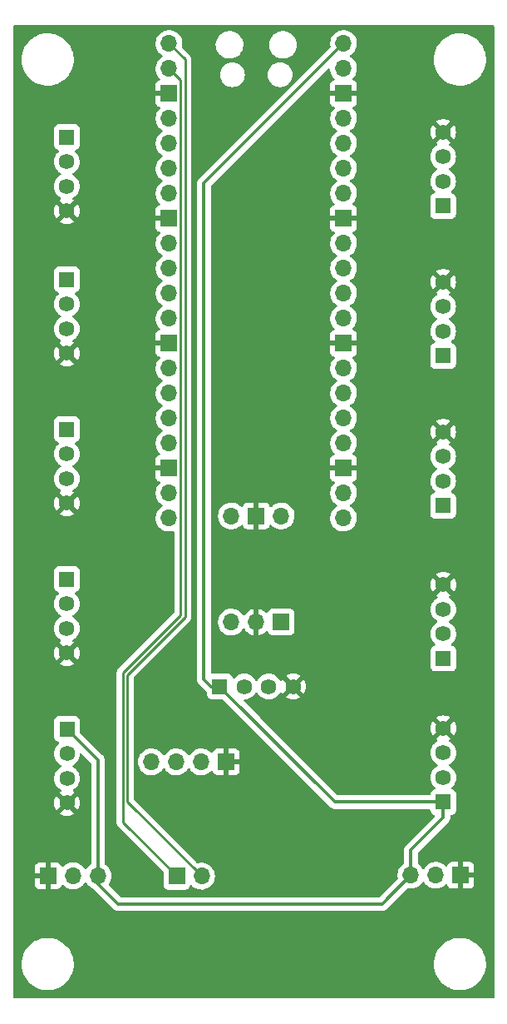
<source format=gbr>
G04 #@! TF.GenerationSoftware,KiCad,Pcbnew,(6.0.1)*
G04 #@! TF.CreationDate,2022-02-21T22:15:09-08:00*
G04 #@! TF.ProjectId,pico-pcb,7069636f-2d70-4636-922e-6b696361645f,rev?*
G04 #@! TF.SameCoordinates,Original*
G04 #@! TF.FileFunction,Copper,L2,Bot*
G04 #@! TF.FilePolarity,Positive*
%FSLAX46Y46*%
G04 Gerber Fmt 4.6, Leading zero omitted, Abs format (unit mm)*
G04 Created by KiCad (PCBNEW (6.0.1)) date 2022-02-21 22:15:09*
%MOMM*%
%LPD*%
G01*
G04 APERTURE LIST*
G04 #@! TA.AperFunction,ComponentPad*
%ADD10R,1.590000X1.590000*%
G04 #@! TD*
G04 #@! TA.AperFunction,ComponentPad*
%ADD11C,1.590000*%
G04 #@! TD*
G04 #@! TA.AperFunction,ComponentPad*
%ADD12O,1.700000X1.700000*%
G04 #@! TD*
G04 #@! TA.AperFunction,ComponentPad*
%ADD13R,1.700000X1.700000*%
G04 #@! TD*
G04 #@! TA.AperFunction,Conductor*
%ADD14C,0.375000*%
G04 #@! TD*
G04 #@! TA.AperFunction,Conductor*
%ADD15C,0.250000*%
G04 #@! TD*
G04 APERTURE END LIST*
D10*
X155956000Y-41910000D03*
D11*
X155956000Y-44410000D03*
X155956000Y-46910000D03*
X155956000Y-49410000D03*
D10*
X155956000Y-56388000D03*
D11*
X155956000Y-58888000D03*
X155956000Y-61388000D03*
X155956000Y-63888000D03*
D10*
X155956000Y-71628000D03*
D11*
X155956000Y-74128000D03*
X155956000Y-76628000D03*
X155956000Y-79128000D03*
D10*
X155956000Y-86868000D03*
D11*
X155956000Y-89368000D03*
X155956000Y-91868000D03*
X155956000Y-94368000D03*
D10*
X155973000Y-102108000D03*
D11*
X155973000Y-104608000D03*
X155973000Y-107108000D03*
X155973000Y-109608000D03*
D10*
X194293000Y-48895000D03*
D11*
X194293000Y-46395000D03*
X194293000Y-43895000D03*
X194293000Y-41395000D03*
D10*
X194293000Y-64135000D03*
D11*
X194293000Y-61635000D03*
X194293000Y-59135000D03*
X194293000Y-56635000D03*
D10*
X194293000Y-79375000D03*
D11*
X194293000Y-76875000D03*
X194293000Y-74375000D03*
X194293000Y-71875000D03*
D10*
X194310000Y-94922500D03*
D11*
X194310000Y-92422500D03*
X194310000Y-89922500D03*
X194310000Y-87422500D03*
D10*
X194310000Y-109527500D03*
D11*
X194310000Y-107027500D03*
X194310000Y-104527500D03*
X194310000Y-102027500D03*
X179023500Y-97773000D03*
X176523500Y-97773000D03*
X174023500Y-97773000D03*
D10*
X171523500Y-97773000D03*
D12*
X177800000Y-80415000D03*
D13*
X175260000Y-80415000D03*
D12*
X172720000Y-80415000D03*
X184150000Y-32385000D03*
X184150000Y-34925000D03*
D13*
X184150000Y-37465000D03*
D12*
X184150000Y-40005000D03*
X184150000Y-42545000D03*
X184150000Y-45085000D03*
X184150000Y-47625000D03*
D13*
X184150000Y-50165000D03*
D12*
X184150000Y-52705000D03*
X184150000Y-55245000D03*
X184150000Y-57785000D03*
X184150000Y-60325000D03*
D13*
X184150000Y-62865000D03*
D12*
X184150000Y-65405000D03*
X184150000Y-67945000D03*
X184150000Y-70485000D03*
X184150000Y-73025000D03*
D13*
X184150000Y-75565000D03*
D12*
X184150000Y-78105000D03*
X184150000Y-80645000D03*
X166370000Y-80645000D03*
X166370000Y-78105000D03*
D13*
X166370000Y-75565000D03*
D12*
X166370000Y-73025000D03*
X166370000Y-70485000D03*
X166370000Y-67945000D03*
X166370000Y-65405000D03*
D13*
X166370000Y-62865000D03*
D12*
X166370000Y-60325000D03*
X166370000Y-57785000D03*
X166370000Y-55245000D03*
X166370000Y-52705000D03*
D13*
X166370000Y-50165000D03*
D12*
X166370000Y-47625000D03*
X166370000Y-45085000D03*
X166370000Y-42545000D03*
X166370000Y-40005000D03*
D13*
X166370000Y-37465000D03*
D12*
X166370000Y-34925000D03*
X166370000Y-32385000D03*
D13*
X196088000Y-116967000D03*
D12*
X193548000Y-116967000D03*
X191008000Y-116967000D03*
D13*
X154051000Y-117030500D03*
D12*
X156591000Y-117030500D03*
X159131000Y-117030500D03*
D13*
X167152000Y-117069000D03*
D12*
X169692000Y-117069000D03*
D13*
X177800000Y-91211000D03*
D12*
X175260000Y-91211000D03*
X172720000Y-91211000D03*
D13*
X172202000Y-105435000D03*
D12*
X169662000Y-105435000D03*
X167122000Y-105435000D03*
X164582000Y-105435000D03*
D14*
X183278000Y-109527500D02*
X194310000Y-109527500D01*
X171523500Y-97773000D02*
X183278000Y-109527500D01*
X170671000Y-97773000D02*
X171523500Y-97773000D01*
X169926000Y-97028000D02*
X170671000Y-97773000D01*
X169926000Y-46609000D02*
X169926000Y-97028000D01*
X184150000Y-32385000D02*
X169926000Y-46609000D01*
X159131000Y-117030500D02*
X159131000Y-105266000D01*
X161163000Y-119888000D02*
X159131000Y-117856000D01*
X191008000Y-116967000D02*
X191008000Y-114427000D01*
X155973000Y-102108000D02*
X157869500Y-104004500D01*
X194310000Y-111125000D02*
X194310000Y-109527500D01*
X159131000Y-117856000D02*
X159131000Y-117030500D01*
X191008000Y-114427000D02*
X194310000Y-111125000D01*
X191008000Y-116967000D02*
X188087000Y-119888000D01*
X159131000Y-105266000D02*
X157869500Y-104004500D01*
X188087000Y-119888000D02*
X161163000Y-119888000D01*
D15*
X167544511Y-36099511D02*
X167544511Y-90519488D01*
X166370000Y-34925000D02*
X167544511Y-36099511D01*
X167544511Y-90519488D02*
X161666339Y-96397661D01*
X161666339Y-96397661D02*
X161666339Y-111583339D01*
X161666339Y-111583339D02*
X167152000Y-117069000D01*
X166370000Y-32385000D02*
X167994031Y-34009031D01*
X167994031Y-34009031D02*
X167994031Y-90705686D01*
X162115859Y-96583859D02*
X162115859Y-109492859D01*
X167994031Y-90705686D02*
X162115859Y-96583859D01*
X162115859Y-109492859D02*
X169692000Y-117069000D01*
G04 #@! TA.AperFunction,Conductor*
G36*
X199434121Y-30528002D02*
G01*
X199480614Y-30581658D01*
X199492000Y-30634000D01*
X199492000Y-129366000D01*
X199471998Y-129434121D01*
X199418342Y-129480614D01*
X199366000Y-129492000D01*
X150634000Y-129492000D01*
X150565879Y-129471998D01*
X150519386Y-129418342D01*
X150508000Y-129366000D01*
X150508000Y-126046485D01*
X151336854Y-126046485D01*
X151337156Y-126050320D01*
X151355108Y-126278417D01*
X151362370Y-126370695D01*
X151427206Y-126689378D01*
X151530398Y-126997784D01*
X151670405Y-127291316D01*
X151845141Y-127565597D01*
X151847584Y-127568560D01*
X151847585Y-127568562D01*
X151997308Y-127750190D01*
X152052001Y-127816538D01*
X152287902Y-128040399D01*
X152549326Y-128233843D01*
X152690851Y-128313914D01*
X152829019Y-128392086D01*
X152829023Y-128392088D01*
X152832376Y-128393985D01*
X153132832Y-128518438D01*
X153236288Y-128547129D01*
X153442500Y-128604317D01*
X153442508Y-128604319D01*
X153446216Y-128605347D01*
X153767856Y-128653416D01*
X153771154Y-128653560D01*
X153882918Y-128658440D01*
X153882922Y-128658440D01*
X153884294Y-128658500D01*
X154082598Y-128658500D01*
X154324605Y-128643698D01*
X154328388Y-128642997D01*
X154328395Y-128642996D01*
X154528459Y-128605916D01*
X154644372Y-128584433D01*
X154853682Y-128518438D01*
X154950860Y-128487798D01*
X154950863Y-128487797D01*
X154954532Y-128486640D01*
X154958029Y-128485046D01*
X154958035Y-128485044D01*
X155246954Y-128353376D01*
X155246958Y-128353374D01*
X155250462Y-128351777D01*
X155527751Y-128181854D01*
X155530755Y-128179464D01*
X155530760Y-128179461D01*
X155655007Y-128080630D01*
X155782264Y-127979405D01*
X155784958Y-127976664D01*
X155784962Y-127976660D01*
X156007513Y-127750190D01*
X156007517Y-127750185D01*
X156010208Y-127747447D01*
X156208185Y-127489439D01*
X156373242Y-127209227D01*
X156502920Y-126910988D01*
X156595285Y-126599169D01*
X156648961Y-126278417D01*
X156659087Y-126046485D01*
X193336854Y-126046485D01*
X193337156Y-126050320D01*
X193355108Y-126278417D01*
X193362370Y-126370695D01*
X193427206Y-126689378D01*
X193530398Y-126997784D01*
X193670405Y-127291316D01*
X193845141Y-127565597D01*
X193847584Y-127568560D01*
X193847585Y-127568562D01*
X193997308Y-127750190D01*
X194052001Y-127816538D01*
X194287902Y-128040399D01*
X194549326Y-128233843D01*
X194690851Y-128313914D01*
X194829019Y-128392086D01*
X194829023Y-128392088D01*
X194832376Y-128393985D01*
X195132832Y-128518438D01*
X195236288Y-128547129D01*
X195442500Y-128604317D01*
X195442508Y-128604319D01*
X195446216Y-128605347D01*
X195767856Y-128653416D01*
X195771154Y-128653560D01*
X195882918Y-128658440D01*
X195882922Y-128658440D01*
X195884294Y-128658500D01*
X196082598Y-128658500D01*
X196324605Y-128643698D01*
X196328388Y-128642997D01*
X196328395Y-128642996D01*
X196528459Y-128605916D01*
X196644372Y-128584433D01*
X196853682Y-128518438D01*
X196950860Y-128487798D01*
X196950863Y-128487797D01*
X196954532Y-128486640D01*
X196958029Y-128485046D01*
X196958035Y-128485044D01*
X197246954Y-128353376D01*
X197246958Y-128353374D01*
X197250462Y-128351777D01*
X197527751Y-128181854D01*
X197530755Y-128179464D01*
X197530760Y-128179461D01*
X197655007Y-128080630D01*
X197782264Y-127979405D01*
X197784958Y-127976664D01*
X197784962Y-127976660D01*
X198007513Y-127750190D01*
X198007517Y-127750185D01*
X198010208Y-127747447D01*
X198208185Y-127489439D01*
X198373242Y-127209227D01*
X198502920Y-126910988D01*
X198595285Y-126599169D01*
X198648961Y-126278417D01*
X198663146Y-125953515D01*
X198650388Y-125791410D01*
X198637932Y-125633140D01*
X198637932Y-125633137D01*
X198637630Y-125629305D01*
X198572794Y-125310622D01*
X198469602Y-125002216D01*
X198329595Y-124708684D01*
X198154859Y-124434403D01*
X198007470Y-124255606D01*
X197950442Y-124186425D01*
X197950438Y-124186420D01*
X197947999Y-124183462D01*
X197712098Y-123959601D01*
X197450674Y-123766157D01*
X197245781Y-123650234D01*
X197170981Y-123607914D01*
X197170977Y-123607912D01*
X197167624Y-123606015D01*
X196867168Y-123481562D01*
X196763712Y-123452871D01*
X196557500Y-123395683D01*
X196557492Y-123395681D01*
X196553784Y-123394653D01*
X196232144Y-123346584D01*
X196228846Y-123346440D01*
X196117082Y-123341560D01*
X196117078Y-123341560D01*
X196115706Y-123341500D01*
X195917402Y-123341500D01*
X195675395Y-123356302D01*
X195671612Y-123357003D01*
X195671605Y-123357004D01*
X195515511Y-123385935D01*
X195355628Y-123415567D01*
X195171058Y-123473762D01*
X195049140Y-123512202D01*
X195049137Y-123512203D01*
X195045468Y-123513360D01*
X195041971Y-123514954D01*
X195041965Y-123514956D01*
X194753046Y-123646624D01*
X194753042Y-123646626D01*
X194749538Y-123648223D01*
X194472249Y-123818146D01*
X194469245Y-123820536D01*
X194469240Y-123820539D01*
X194344993Y-123919370D01*
X194217736Y-124020595D01*
X194215042Y-124023336D01*
X194215038Y-124023340D01*
X193992487Y-124249810D01*
X193992483Y-124249815D01*
X193989792Y-124252553D01*
X193791815Y-124510561D01*
X193626758Y-124790773D01*
X193497080Y-125089012D01*
X193404715Y-125400831D01*
X193351039Y-125721583D01*
X193336854Y-126046485D01*
X156659087Y-126046485D01*
X156663146Y-125953515D01*
X156650388Y-125791410D01*
X156637932Y-125633140D01*
X156637932Y-125633137D01*
X156637630Y-125629305D01*
X156572794Y-125310622D01*
X156469602Y-125002216D01*
X156329595Y-124708684D01*
X156154859Y-124434403D01*
X156007470Y-124255606D01*
X155950442Y-124186425D01*
X155950438Y-124186420D01*
X155947999Y-124183462D01*
X155712098Y-123959601D01*
X155450674Y-123766157D01*
X155245781Y-123650234D01*
X155170981Y-123607914D01*
X155170977Y-123607912D01*
X155167624Y-123606015D01*
X154867168Y-123481562D01*
X154763712Y-123452871D01*
X154557500Y-123395683D01*
X154557492Y-123395681D01*
X154553784Y-123394653D01*
X154232144Y-123346584D01*
X154228846Y-123346440D01*
X154117082Y-123341560D01*
X154117078Y-123341560D01*
X154115706Y-123341500D01*
X153917402Y-123341500D01*
X153675395Y-123356302D01*
X153671612Y-123357003D01*
X153671605Y-123357004D01*
X153515511Y-123385935D01*
X153355628Y-123415567D01*
X153171058Y-123473762D01*
X153049140Y-123512202D01*
X153049137Y-123512203D01*
X153045468Y-123513360D01*
X153041971Y-123514954D01*
X153041965Y-123514956D01*
X152753046Y-123646624D01*
X152753042Y-123646626D01*
X152749538Y-123648223D01*
X152472249Y-123818146D01*
X152469245Y-123820536D01*
X152469240Y-123820539D01*
X152344993Y-123919370D01*
X152217736Y-124020595D01*
X152215042Y-124023336D01*
X152215038Y-124023340D01*
X151992487Y-124249810D01*
X151992483Y-124249815D01*
X151989792Y-124252553D01*
X151791815Y-124510561D01*
X151626758Y-124790773D01*
X151497080Y-125089012D01*
X151404715Y-125400831D01*
X151351039Y-125721583D01*
X151336854Y-126046485D01*
X150508000Y-126046485D01*
X150508000Y-117925169D01*
X152693001Y-117925169D01*
X152693371Y-117931990D01*
X152698895Y-117982852D01*
X152702521Y-117998104D01*
X152747676Y-118118554D01*
X152756214Y-118134149D01*
X152832715Y-118236224D01*
X152845276Y-118248785D01*
X152947351Y-118325286D01*
X152962946Y-118333824D01*
X153083394Y-118378978D01*
X153098649Y-118382605D01*
X153149514Y-118388131D01*
X153156328Y-118388500D01*
X153778885Y-118388500D01*
X153794124Y-118384025D01*
X153795329Y-118382635D01*
X153797000Y-118374952D01*
X153797000Y-118370384D01*
X154305000Y-118370384D01*
X154309475Y-118385623D01*
X154310865Y-118386828D01*
X154318548Y-118388499D01*
X154945669Y-118388499D01*
X154952490Y-118388129D01*
X155003352Y-118382605D01*
X155018604Y-118378979D01*
X155139054Y-118333824D01*
X155154649Y-118325286D01*
X155256724Y-118248785D01*
X155269285Y-118236224D01*
X155345786Y-118134149D01*
X155354324Y-118118554D01*
X155395225Y-118009452D01*
X155437867Y-117952688D01*
X155504428Y-117927988D01*
X155573777Y-117943196D01*
X155608444Y-117971184D01*
X155633865Y-118000531D01*
X155633869Y-118000535D01*
X155637250Y-118004438D01*
X155809126Y-118147132D01*
X156002000Y-118259838D01*
X156006825Y-118261680D01*
X156006826Y-118261681D01*
X156047105Y-118277062D01*
X156210692Y-118339530D01*
X156215760Y-118340561D01*
X156215763Y-118340562D01*
X156312936Y-118360332D01*
X156429597Y-118384067D01*
X156434772Y-118384257D01*
X156434774Y-118384257D01*
X156647673Y-118392064D01*
X156647677Y-118392064D01*
X156652837Y-118392253D01*
X156657957Y-118391597D01*
X156657959Y-118391597D01*
X156869288Y-118364525D01*
X156869289Y-118364525D01*
X156874416Y-118363868D01*
X156886202Y-118360332D01*
X157083429Y-118301161D01*
X157083434Y-118301159D01*
X157088384Y-118299674D01*
X157288994Y-118201396D01*
X157470860Y-118071673D01*
X157505941Y-118036715D01*
X157586800Y-117956137D01*
X157629096Y-117913989D01*
X157759453Y-117732577D01*
X157760776Y-117733528D01*
X157807645Y-117690357D01*
X157877580Y-117678125D01*
X157943026Y-117705644D01*
X157970875Y-117737494D01*
X158030987Y-117835588D01*
X158177250Y-118004438D01*
X158349126Y-118147132D01*
X158542000Y-118259838D01*
X158544537Y-118260807D01*
X158593341Y-118302562D01*
X158605088Y-118319654D01*
X158610758Y-118324706D01*
X158610759Y-118324707D01*
X158650744Y-118360332D01*
X158656020Y-118365313D01*
X160650704Y-120359996D01*
X160656557Y-120366261D01*
X160693865Y-120409028D01*
X160700083Y-120413398D01*
X160745167Y-120445083D01*
X160750461Y-120449015D01*
X160799805Y-120487706D01*
X160806733Y-120490834D01*
X160810022Y-120492826D01*
X160822073Y-120499700D01*
X160825472Y-120501523D01*
X160831689Y-120505892D01*
X160838764Y-120508651D01*
X160838767Y-120508652D01*
X160890111Y-120528670D01*
X160896189Y-120531225D01*
X160899371Y-120532662D01*
X160946419Y-120553905D01*
X160946422Y-120553906D01*
X160953339Y-120557029D01*
X160960802Y-120558412D01*
X160964461Y-120559559D01*
X160977825Y-120563366D01*
X160981564Y-120564326D01*
X160988641Y-120567085D01*
X161032620Y-120572875D01*
X161050807Y-120575270D01*
X161057320Y-120576302D01*
X161111508Y-120586345D01*
X161111511Y-120586345D01*
X161118977Y-120587729D01*
X161126557Y-120587292D01*
X161126558Y-120587292D01*
X161180026Y-120584209D01*
X161187279Y-120584000D01*
X188058519Y-120584000D01*
X188067089Y-120584292D01*
X188116118Y-120587635D01*
X188116122Y-120587635D01*
X188123694Y-120588151D01*
X188131171Y-120586846D01*
X188131172Y-120586846D01*
X188158619Y-120582055D01*
X188185476Y-120577368D01*
X188191993Y-120576407D01*
X188205902Y-120574723D01*
X188246697Y-120569787D01*
X188246700Y-120569786D01*
X188254239Y-120568874D01*
X188261346Y-120566189D01*
X188265069Y-120565274D01*
X188278484Y-120561605D01*
X188282168Y-120560493D01*
X188289643Y-120559188D01*
X188296593Y-120556137D01*
X188296597Y-120556136D01*
X188347053Y-120533987D01*
X188353149Y-120531499D01*
X188379801Y-120521428D01*
X188404720Y-120512012D01*
X188404722Y-120512011D01*
X188411822Y-120509328D01*
X188418078Y-120505029D01*
X188421478Y-120503251D01*
X188433596Y-120496506D01*
X188436936Y-120494531D01*
X188443895Y-120491476D01*
X188493646Y-120453302D01*
X188498964Y-120449437D01*
X188550654Y-120413912D01*
X188591349Y-120368237D01*
X188596312Y-120362981D01*
X190625995Y-118333298D01*
X190688307Y-118299272D01*
X190740211Y-118298923D01*
X190841526Y-118319536D01*
X190841534Y-118319537D01*
X190846597Y-118320567D01*
X190972362Y-118325179D01*
X191064673Y-118328564D01*
X191064677Y-118328564D01*
X191069837Y-118328753D01*
X191074957Y-118328097D01*
X191074959Y-118328097D01*
X191286288Y-118301025D01*
X191286289Y-118301025D01*
X191291416Y-118300368D01*
X191296366Y-118298883D01*
X191500429Y-118237661D01*
X191500434Y-118237659D01*
X191505384Y-118236174D01*
X191705994Y-118137896D01*
X191887860Y-118008173D01*
X191924979Y-117971184D01*
X192028036Y-117868486D01*
X192046096Y-117850489D01*
X192056804Y-117835588D01*
X192176453Y-117669077D01*
X192177776Y-117670028D01*
X192224645Y-117626857D01*
X192294580Y-117614625D01*
X192360026Y-117642144D01*
X192387875Y-117673994D01*
X192397902Y-117690357D01*
X192447987Y-117772088D01*
X192594250Y-117940938D01*
X192766126Y-118083632D01*
X192959000Y-118196338D01*
X192963825Y-118198180D01*
X192963826Y-118198181D01*
X192978208Y-118203673D01*
X193167692Y-118276030D01*
X193172760Y-118277061D01*
X193172763Y-118277062D01*
X193224766Y-118287642D01*
X193386597Y-118320567D01*
X193391772Y-118320757D01*
X193391774Y-118320757D01*
X193604673Y-118328564D01*
X193604677Y-118328564D01*
X193609837Y-118328753D01*
X193614957Y-118328097D01*
X193614959Y-118328097D01*
X193826288Y-118301025D01*
X193826289Y-118301025D01*
X193831416Y-118300368D01*
X193836366Y-118298883D01*
X194040429Y-118237661D01*
X194040434Y-118237659D01*
X194045384Y-118236174D01*
X194245994Y-118137896D01*
X194427860Y-118008173D01*
X194464979Y-117971184D01*
X194536479Y-117899933D01*
X194598851Y-117866017D01*
X194669658Y-117871205D01*
X194726419Y-117913851D01*
X194743401Y-117944954D01*
X194784676Y-118055054D01*
X194793214Y-118070649D01*
X194869715Y-118172724D01*
X194882276Y-118185285D01*
X194984351Y-118261786D01*
X194999946Y-118270324D01*
X195120394Y-118315478D01*
X195135649Y-118319105D01*
X195186514Y-118324631D01*
X195193328Y-118325000D01*
X195815885Y-118325000D01*
X195831124Y-118320525D01*
X195832329Y-118319135D01*
X195834000Y-118311452D01*
X195834000Y-118306884D01*
X196342000Y-118306884D01*
X196346475Y-118322123D01*
X196347865Y-118323328D01*
X196355548Y-118324999D01*
X196982669Y-118324999D01*
X196989490Y-118324629D01*
X197040352Y-118319105D01*
X197055604Y-118315479D01*
X197176054Y-118270324D01*
X197191649Y-118261786D01*
X197293724Y-118185285D01*
X197306285Y-118172724D01*
X197382786Y-118070649D01*
X197391324Y-118055054D01*
X197436478Y-117934606D01*
X197440105Y-117919351D01*
X197445631Y-117868486D01*
X197446000Y-117861672D01*
X197446000Y-117239115D01*
X197441525Y-117223876D01*
X197440135Y-117222671D01*
X197432452Y-117221000D01*
X196360115Y-117221000D01*
X196344876Y-117225475D01*
X196343671Y-117226865D01*
X196342000Y-117234548D01*
X196342000Y-118306884D01*
X195834000Y-118306884D01*
X195834000Y-116694885D01*
X196342000Y-116694885D01*
X196346475Y-116710124D01*
X196347865Y-116711329D01*
X196355548Y-116713000D01*
X197427884Y-116713000D01*
X197443123Y-116708525D01*
X197444328Y-116707135D01*
X197445999Y-116699452D01*
X197445999Y-116072331D01*
X197445629Y-116065510D01*
X197440105Y-116014648D01*
X197436479Y-115999396D01*
X197391324Y-115878946D01*
X197382786Y-115863351D01*
X197306285Y-115761276D01*
X197293724Y-115748715D01*
X197191649Y-115672214D01*
X197176054Y-115663676D01*
X197055606Y-115618522D01*
X197040351Y-115614895D01*
X196989486Y-115609369D01*
X196982672Y-115609000D01*
X196360115Y-115609000D01*
X196344876Y-115613475D01*
X196343671Y-115614865D01*
X196342000Y-115622548D01*
X196342000Y-116694885D01*
X195834000Y-116694885D01*
X195834000Y-115627116D01*
X195829525Y-115611877D01*
X195828135Y-115610672D01*
X195820452Y-115609001D01*
X195193331Y-115609001D01*
X195186510Y-115609371D01*
X195135648Y-115614895D01*
X195120396Y-115618521D01*
X194999946Y-115663676D01*
X194984351Y-115672214D01*
X194882276Y-115748715D01*
X194869715Y-115761276D01*
X194793214Y-115863351D01*
X194784676Y-115878946D01*
X194743297Y-115989322D01*
X194700655Y-116046087D01*
X194634093Y-116070786D01*
X194564744Y-116055578D01*
X194532121Y-116029891D01*
X194481151Y-115973876D01*
X194481145Y-115973870D01*
X194477670Y-115970051D01*
X194473619Y-115966852D01*
X194473615Y-115966848D01*
X194306414Y-115834800D01*
X194306410Y-115834798D01*
X194302359Y-115831598D01*
X194296090Y-115828137D01*
X194225687Y-115789273D01*
X194106789Y-115723638D01*
X194101920Y-115721914D01*
X194101916Y-115721912D01*
X193901087Y-115650795D01*
X193901083Y-115650794D01*
X193896212Y-115649069D01*
X193891119Y-115648162D01*
X193891116Y-115648161D01*
X193681373Y-115610800D01*
X193681367Y-115610799D01*
X193676284Y-115609894D01*
X193602452Y-115608992D01*
X193458081Y-115607228D01*
X193458079Y-115607228D01*
X193452911Y-115607165D01*
X193232091Y-115640955D01*
X193019756Y-115710357D01*
X192990142Y-115725773D01*
X192864403Y-115791229D01*
X192821607Y-115813507D01*
X192817474Y-115816610D01*
X192817471Y-115816612D01*
X192649876Y-115942446D01*
X192642965Y-115947635D01*
X192488629Y-116109138D01*
X192381201Y-116266621D01*
X192326293Y-116311621D01*
X192255768Y-116319792D01*
X192192021Y-116288538D01*
X192171324Y-116264054D01*
X192090822Y-116139617D01*
X192090820Y-116139614D01*
X192088014Y-116135277D01*
X191937670Y-115970051D01*
X191933619Y-115966852D01*
X191933615Y-115966848D01*
X191766419Y-115834804D01*
X191766413Y-115834800D01*
X191762359Y-115831598D01*
X191759846Y-115830210D01*
X191714605Y-115776368D01*
X191704000Y-115725773D01*
X191704000Y-114767483D01*
X191724002Y-114699362D01*
X191740905Y-114678388D01*
X194781996Y-111637296D01*
X194788262Y-111631442D01*
X194825301Y-111599131D01*
X194831028Y-111594135D01*
X194867086Y-111542830D01*
X194871017Y-111537536D01*
X194882221Y-111523248D01*
X194909706Y-111488195D01*
X194912834Y-111481267D01*
X194914826Y-111477978D01*
X194921700Y-111465927D01*
X194923523Y-111462528D01*
X194927892Y-111456311D01*
X194950665Y-111397902D01*
X194953221Y-111391822D01*
X194975901Y-111341590D01*
X194975901Y-111341589D01*
X194979029Y-111334662D01*
X194980414Y-111327187D01*
X194981571Y-111323496D01*
X194985367Y-111310174D01*
X194986328Y-111306429D01*
X194989085Y-111299359D01*
X194997270Y-111237194D01*
X194998302Y-111230681D01*
X195008345Y-111176491D01*
X195008345Y-111176490D01*
X195009729Y-111169023D01*
X195006209Y-111107980D01*
X195006000Y-111100726D01*
X195006000Y-110957000D01*
X195026002Y-110888879D01*
X195079658Y-110842386D01*
X195132000Y-110831000D01*
X195153134Y-110831000D01*
X195215316Y-110824245D01*
X195351705Y-110773115D01*
X195468261Y-110685761D01*
X195555615Y-110569205D01*
X195606745Y-110432816D01*
X195613500Y-110370634D01*
X195613500Y-108684366D01*
X195606745Y-108622184D01*
X195555615Y-108485795D01*
X195468261Y-108369239D01*
X195351705Y-108281885D01*
X195215316Y-108230755D01*
X195215458Y-108230377D01*
X195158088Y-108197603D01*
X195125267Y-108134648D01*
X195131693Y-108063942D01*
X195159785Y-108021142D01*
X195312353Y-107868574D01*
X195386810Y-107762239D01*
X195440019Y-107686248D01*
X195440020Y-107686246D01*
X195443176Y-107681739D01*
X195445499Y-107676757D01*
X195445502Y-107676752D01*
X195537245Y-107480008D01*
X195537246Y-107480007D01*
X195539568Y-107475026D01*
X195598600Y-107254715D01*
X195618479Y-107027500D01*
X195598600Y-106800285D01*
X195595449Y-106788525D01*
X195540991Y-106585284D01*
X195540990Y-106585282D01*
X195539568Y-106579974D01*
X195491165Y-106476173D01*
X195445502Y-106378248D01*
X195445499Y-106378243D01*
X195443176Y-106373261D01*
X195440019Y-106368752D01*
X195315512Y-106190937D01*
X195315510Y-106190934D01*
X195312353Y-106186426D01*
X195151074Y-106025147D01*
X195146566Y-106021990D01*
X195146563Y-106021988D01*
X195068732Y-105967490D01*
X194964240Y-105894324D01*
X194959255Y-105891999D01*
X194959249Y-105891996D01*
X194958603Y-105891695D01*
X194958366Y-105891487D01*
X194954489Y-105889248D01*
X194954939Y-105888469D01*
X194905317Y-105844778D01*
X194885856Y-105776501D01*
X194906397Y-105708541D01*
X194954919Y-105666497D01*
X194954489Y-105665752D01*
X194958355Y-105663520D01*
X194958603Y-105663305D01*
X194959249Y-105663004D01*
X194959255Y-105663001D01*
X194964240Y-105660676D01*
X195116170Y-105554293D01*
X195146563Y-105533012D01*
X195146566Y-105533010D01*
X195151074Y-105529853D01*
X195312353Y-105368574D01*
X195364234Y-105294481D01*
X195440019Y-105186248D01*
X195440020Y-105186246D01*
X195443176Y-105181739D01*
X195445499Y-105176757D01*
X195445502Y-105176752D01*
X195537245Y-104980008D01*
X195537246Y-104980007D01*
X195539568Y-104975026D01*
X195554474Y-104919398D01*
X195597176Y-104760030D01*
X195597176Y-104760028D01*
X195598600Y-104754715D01*
X195618479Y-104527500D01*
X195598600Y-104300285D01*
X195597176Y-104294970D01*
X195540991Y-104085284D01*
X195540990Y-104085282D01*
X195539568Y-104079974D01*
X195537245Y-104074992D01*
X195445502Y-103878248D01*
X195445499Y-103878243D01*
X195443176Y-103873261D01*
X195440019Y-103868752D01*
X195315512Y-103690937D01*
X195315510Y-103690934D01*
X195312353Y-103686426D01*
X195151074Y-103525147D01*
X195146566Y-103521990D01*
X195146563Y-103521988D01*
X195026468Y-103437897D01*
X194964240Y-103394324D01*
X194959252Y-103391998D01*
X194959245Y-103391994D01*
X194958012Y-103391419D01*
X194957560Y-103391021D01*
X194954489Y-103389248D01*
X194954845Y-103388631D01*
X194904726Y-103344503D01*
X194885264Y-103276226D01*
X194905805Y-103208266D01*
X194954617Y-103165970D01*
X194954240Y-103165316D01*
X194957631Y-103163358D01*
X194958011Y-103163029D01*
X194959000Y-103162568D01*
X194968494Y-103157087D01*
X195019460Y-103121400D01*
X195027834Y-103110924D01*
X195020768Y-103097479D01*
X194322811Y-102399521D01*
X194308868Y-102391908D01*
X194307034Y-102392039D01*
X194300420Y-102396290D01*
X193598509Y-103098202D01*
X193592082Y-103109972D01*
X193601378Y-103121987D01*
X193651506Y-103157087D01*
X193661000Y-103162568D01*
X193661989Y-103163029D01*
X193662351Y-103163348D01*
X193665760Y-103165316D01*
X193665364Y-103166001D01*
X193715275Y-103209946D01*
X193734736Y-103278223D01*
X193714195Y-103346183D01*
X193665174Y-103388662D01*
X193665512Y-103389248D01*
X193662470Y-103391004D01*
X193661995Y-103391416D01*
X193660757Y-103391993D01*
X193660745Y-103392000D01*
X193655761Y-103394324D01*
X193651254Y-103397480D01*
X193651252Y-103397481D01*
X193473437Y-103521988D01*
X193473434Y-103521990D01*
X193468926Y-103525147D01*
X193307647Y-103686426D01*
X193304490Y-103690934D01*
X193304488Y-103690937D01*
X193179981Y-103868752D01*
X193176824Y-103873261D01*
X193174501Y-103878243D01*
X193174498Y-103878248D01*
X193082755Y-104074992D01*
X193080432Y-104079974D01*
X193079010Y-104085282D01*
X193079009Y-104085284D01*
X193022824Y-104294970D01*
X193021400Y-104300285D01*
X193001521Y-104527500D01*
X193021400Y-104754715D01*
X193022824Y-104760028D01*
X193022824Y-104760030D01*
X193065527Y-104919398D01*
X193080432Y-104975026D01*
X193082754Y-104980007D01*
X193082755Y-104980008D01*
X193174498Y-105176752D01*
X193174501Y-105176757D01*
X193176824Y-105181739D01*
X193179980Y-105186246D01*
X193179981Y-105186248D01*
X193255767Y-105294481D01*
X193307647Y-105368574D01*
X193468926Y-105529853D01*
X193473434Y-105533010D01*
X193473437Y-105533012D01*
X193503830Y-105554293D01*
X193655760Y-105660676D01*
X193660745Y-105663001D01*
X193660751Y-105663004D01*
X193661397Y-105663305D01*
X193661634Y-105663513D01*
X193665511Y-105665752D01*
X193665061Y-105666531D01*
X193714683Y-105710222D01*
X193734144Y-105778499D01*
X193713603Y-105846459D01*
X193665083Y-105888504D01*
X193665512Y-105889248D01*
X193661653Y-105891476D01*
X193661405Y-105891691D01*
X193660758Y-105891993D01*
X193660753Y-105891996D01*
X193655761Y-105894324D01*
X193651254Y-105897480D01*
X193651252Y-105897481D01*
X193473437Y-106021988D01*
X193473434Y-106021990D01*
X193468926Y-106025147D01*
X193307647Y-106186426D01*
X193304490Y-106190934D01*
X193304488Y-106190937D01*
X193179981Y-106368752D01*
X193176824Y-106373261D01*
X193174501Y-106378243D01*
X193174498Y-106378248D01*
X193128835Y-106476173D01*
X193080432Y-106579974D01*
X193079010Y-106585282D01*
X193079009Y-106585284D01*
X193024551Y-106788525D01*
X193021400Y-106800285D01*
X193001521Y-107027500D01*
X193021400Y-107254715D01*
X193080432Y-107475026D01*
X193082754Y-107480007D01*
X193082755Y-107480008D01*
X193174498Y-107676752D01*
X193174501Y-107676757D01*
X193176824Y-107681739D01*
X193179980Y-107686246D01*
X193179981Y-107686248D01*
X193233191Y-107762239D01*
X193307647Y-107868574D01*
X193460215Y-108021142D01*
X193494241Y-108083454D01*
X193489176Y-108154269D01*
X193446629Y-108211105D01*
X193404683Y-108230751D01*
X193404684Y-108230755D01*
X193404638Y-108230772D01*
X193404635Y-108230773D01*
X193268295Y-108281885D01*
X193151739Y-108369239D01*
X193064385Y-108485795D01*
X193013255Y-108622184D01*
X193006500Y-108684366D01*
X193006500Y-108705500D01*
X192986498Y-108773621D01*
X192932842Y-108820114D01*
X192880500Y-108831500D01*
X183618483Y-108831500D01*
X183550362Y-108811498D01*
X183529388Y-108794595D01*
X178809785Y-104074992D01*
X176767768Y-102032975D01*
X193002502Y-102032975D01*
X193021415Y-102249150D01*
X193023317Y-102259939D01*
X193079481Y-102469543D01*
X193083229Y-102479839D01*
X193174933Y-102676501D01*
X193180416Y-102685996D01*
X193216100Y-102736958D01*
X193226577Y-102745333D01*
X193240023Y-102738266D01*
X193937979Y-102040311D01*
X193944356Y-102028632D01*
X194674408Y-102028632D01*
X194674539Y-102030466D01*
X194678790Y-102037080D01*
X195380701Y-102738990D01*
X195392471Y-102745417D01*
X195404485Y-102736123D01*
X195439584Y-102685996D01*
X195445067Y-102676501D01*
X195536771Y-102479839D01*
X195540519Y-102469543D01*
X195596683Y-102259939D01*
X195598585Y-102249150D01*
X195617498Y-102032975D01*
X195617498Y-102022025D01*
X195598585Y-101805850D01*
X195596683Y-101795061D01*
X195540519Y-101585457D01*
X195536771Y-101575161D01*
X195445067Y-101378499D01*
X195439584Y-101369004D01*
X195403900Y-101318042D01*
X195393423Y-101309667D01*
X195379977Y-101316734D01*
X194682021Y-102014689D01*
X194674408Y-102028632D01*
X193944356Y-102028632D01*
X193945592Y-102026368D01*
X193945461Y-102024534D01*
X193941210Y-102017920D01*
X193239299Y-101316010D01*
X193227529Y-101309583D01*
X193215515Y-101318877D01*
X193180416Y-101369004D01*
X193174933Y-101378499D01*
X193083229Y-101575161D01*
X193079481Y-101585457D01*
X193023317Y-101795061D01*
X193021415Y-101805850D01*
X193002502Y-102022025D01*
X193002502Y-102032975D01*
X176767768Y-102032975D01*
X175678870Y-100944077D01*
X193592167Y-100944077D01*
X193599234Y-100957523D01*
X194297189Y-101655479D01*
X194311132Y-101663092D01*
X194312966Y-101662961D01*
X194319580Y-101658710D01*
X195021491Y-100956798D01*
X195027918Y-100945028D01*
X195018622Y-100933013D01*
X194968494Y-100897913D01*
X194959004Y-100892435D01*
X194762339Y-100800729D01*
X194752043Y-100796981D01*
X194542439Y-100740817D01*
X194531650Y-100738915D01*
X194315475Y-100720002D01*
X194304525Y-100720002D01*
X194088350Y-100738915D01*
X194077561Y-100740817D01*
X193867957Y-100796981D01*
X193857661Y-100800729D01*
X193660999Y-100892433D01*
X193651504Y-100897916D01*
X193600542Y-100933600D01*
X193592167Y-100944077D01*
X175678870Y-100944077D01*
X174024008Y-99289216D01*
X173989982Y-99226904D01*
X173995047Y-99156089D01*
X174037594Y-99099253D01*
X174102121Y-99074600D01*
X174165780Y-99069031D01*
X174245234Y-99062080D01*
X174245239Y-99062079D01*
X174250715Y-99061600D01*
X174256028Y-99060176D01*
X174256030Y-99060176D01*
X174465716Y-99003991D01*
X174465718Y-99003990D01*
X174471026Y-99002568D01*
X174476008Y-99000245D01*
X174672753Y-98908502D01*
X174672758Y-98908499D01*
X174677740Y-98906176D01*
X174820382Y-98806297D01*
X174860063Y-98778512D01*
X174860066Y-98778510D01*
X174864574Y-98775353D01*
X175025853Y-98614074D01*
X175112089Y-98490917D01*
X175153519Y-98431748D01*
X175153520Y-98431746D01*
X175156676Y-98427239D01*
X175159001Y-98422254D01*
X175159004Y-98422248D01*
X175159305Y-98421602D01*
X175159513Y-98421365D01*
X175161752Y-98417488D01*
X175162531Y-98417938D01*
X175206222Y-98368316D01*
X175274499Y-98348855D01*
X175342459Y-98369396D01*
X175384503Y-98417918D01*
X175385248Y-98417488D01*
X175387480Y-98421354D01*
X175387695Y-98421602D01*
X175387996Y-98422248D01*
X175387999Y-98422254D01*
X175390324Y-98427239D01*
X175393480Y-98431746D01*
X175393481Y-98431748D01*
X175434912Y-98490917D01*
X175521147Y-98614074D01*
X175682426Y-98775353D01*
X175686934Y-98778510D01*
X175686937Y-98778512D01*
X175726618Y-98806297D01*
X175869260Y-98906176D01*
X175874242Y-98908499D01*
X175874247Y-98908502D01*
X176070992Y-99000245D01*
X176075974Y-99002568D01*
X176081282Y-99003990D01*
X176081284Y-99003991D01*
X176290970Y-99060176D01*
X176290972Y-99060176D01*
X176296285Y-99061600D01*
X176523500Y-99081479D01*
X176750715Y-99061600D01*
X176756028Y-99060176D01*
X176756030Y-99060176D01*
X176965716Y-99003991D01*
X176965718Y-99003990D01*
X176971026Y-99002568D01*
X176976008Y-99000245D01*
X177172753Y-98908502D01*
X177172758Y-98908499D01*
X177177740Y-98906176D01*
X177250153Y-98855472D01*
X178305582Y-98855472D01*
X178314878Y-98867487D01*
X178365006Y-98902587D01*
X178374496Y-98908065D01*
X178571161Y-98999771D01*
X178581457Y-99003519D01*
X178791061Y-99059683D01*
X178801850Y-99061585D01*
X179018025Y-99080498D01*
X179028975Y-99080498D01*
X179245150Y-99061585D01*
X179255939Y-99059683D01*
X179465543Y-99003519D01*
X179475839Y-98999771D01*
X179672504Y-98908065D01*
X179681994Y-98902587D01*
X179732960Y-98866900D01*
X179741334Y-98856424D01*
X179734268Y-98842979D01*
X179036311Y-98145021D01*
X179022368Y-98137408D01*
X179020534Y-98137539D01*
X179013920Y-98141790D01*
X178312009Y-98843702D01*
X178305582Y-98855472D01*
X177250153Y-98855472D01*
X177320382Y-98806297D01*
X177360063Y-98778512D01*
X177360066Y-98778510D01*
X177364574Y-98775353D01*
X177525853Y-98614074D01*
X177612089Y-98490917D01*
X177653519Y-98431748D01*
X177653520Y-98431746D01*
X177656676Y-98427239D01*
X177659002Y-98422251D01*
X177659006Y-98422244D01*
X177659581Y-98421011D01*
X177659979Y-98420559D01*
X177661752Y-98417488D01*
X177662369Y-98417844D01*
X177706497Y-98367725D01*
X177774774Y-98348263D01*
X177842734Y-98368804D01*
X177885029Y-98417615D01*
X177885683Y-98417237D01*
X177887643Y-98420631D01*
X177887971Y-98421010D01*
X177888431Y-98421997D01*
X177893916Y-98431496D01*
X177929600Y-98482458D01*
X177940077Y-98490833D01*
X177953523Y-98483766D01*
X178651479Y-97785811D01*
X178657856Y-97774132D01*
X179387908Y-97774132D01*
X179388039Y-97775966D01*
X179392290Y-97782580D01*
X180094201Y-98484490D01*
X180105971Y-98490917D01*
X180117985Y-98481623D01*
X180153084Y-98431496D01*
X180158567Y-98422001D01*
X180250271Y-98225339D01*
X180254019Y-98215043D01*
X180310183Y-98005439D01*
X180312085Y-97994650D01*
X180330998Y-97778475D01*
X180330998Y-97767525D01*
X180312085Y-97551350D01*
X180310183Y-97540561D01*
X180254019Y-97330957D01*
X180250271Y-97320661D01*
X180158567Y-97123999D01*
X180153084Y-97114504D01*
X180117400Y-97063542D01*
X180106923Y-97055167D01*
X180093477Y-97062234D01*
X179395521Y-97760189D01*
X179387908Y-97774132D01*
X178657856Y-97774132D01*
X178659092Y-97771868D01*
X178658961Y-97770034D01*
X178654710Y-97763420D01*
X177952799Y-97061510D01*
X177941029Y-97055083D01*
X177929015Y-97064377D01*
X177893916Y-97114504D01*
X177888431Y-97124003D01*
X177887971Y-97124990D01*
X177887653Y-97125352D01*
X177885683Y-97128763D01*
X177884997Y-97128367D01*
X177841054Y-97178276D01*
X177772777Y-97197737D01*
X177704817Y-97177196D01*
X177662340Y-97128173D01*
X177661752Y-97128512D01*
X177659991Y-97125463D01*
X177659581Y-97124989D01*
X177659006Y-97123756D01*
X177659002Y-97123749D01*
X177656676Y-97118761D01*
X177618596Y-97064377D01*
X177529012Y-96936437D01*
X177529010Y-96936434D01*
X177525853Y-96931926D01*
X177364574Y-96770647D01*
X177360066Y-96767490D01*
X177360063Y-96767488D01*
X177266962Y-96702298D01*
X177248795Y-96689577D01*
X178305667Y-96689577D01*
X178312734Y-96703023D01*
X179010689Y-97400979D01*
X179024632Y-97408592D01*
X179026466Y-97408461D01*
X179033080Y-97404210D01*
X179734991Y-96702298D01*
X179741418Y-96690528D01*
X179732122Y-96678513D01*
X179681994Y-96643413D01*
X179672504Y-96637935D01*
X179475839Y-96546229D01*
X179465543Y-96542481D01*
X179255939Y-96486317D01*
X179245150Y-96484415D01*
X179028975Y-96465502D01*
X179018025Y-96465502D01*
X178801850Y-96484415D01*
X178791061Y-96486317D01*
X178581457Y-96542481D01*
X178571161Y-96546229D01*
X178374499Y-96637933D01*
X178365004Y-96643416D01*
X178314042Y-96679100D01*
X178305667Y-96689577D01*
X177248795Y-96689577D01*
X177177740Y-96639824D01*
X177172758Y-96637501D01*
X177172753Y-96637498D01*
X176976008Y-96545755D01*
X176976007Y-96545755D01*
X176971026Y-96543432D01*
X176965718Y-96542010D01*
X176965716Y-96542009D01*
X176756030Y-96485824D01*
X176756028Y-96485824D01*
X176750715Y-96484400D01*
X176523500Y-96464521D01*
X176296285Y-96484400D01*
X176290972Y-96485824D01*
X176290970Y-96485824D01*
X176081284Y-96542009D01*
X176081282Y-96542010D01*
X176075974Y-96543432D01*
X176070993Y-96545754D01*
X176070992Y-96545755D01*
X175874248Y-96637498D01*
X175874243Y-96637501D01*
X175869261Y-96639824D01*
X175864754Y-96642980D01*
X175864752Y-96642981D01*
X175686937Y-96767488D01*
X175686934Y-96767490D01*
X175682426Y-96770647D01*
X175521147Y-96931926D01*
X175517990Y-96936434D01*
X175517988Y-96936437D01*
X175428404Y-97064377D01*
X175390324Y-97118761D01*
X175387999Y-97123746D01*
X175387996Y-97123752D01*
X175387695Y-97124398D01*
X175387487Y-97124635D01*
X175385248Y-97128512D01*
X175384469Y-97128062D01*
X175340778Y-97177684D01*
X175272501Y-97197145D01*
X175204541Y-97176604D01*
X175162497Y-97128082D01*
X175161752Y-97128512D01*
X175159520Y-97124646D01*
X175159305Y-97124398D01*
X175159004Y-97123752D01*
X175159001Y-97123746D01*
X175156676Y-97118761D01*
X175118596Y-97064377D01*
X175029012Y-96936437D01*
X175029010Y-96936434D01*
X175025853Y-96931926D01*
X174864574Y-96770647D01*
X174860066Y-96767490D01*
X174860063Y-96767488D01*
X174766962Y-96702298D01*
X174677740Y-96639824D01*
X174672758Y-96637501D01*
X174672753Y-96637498D01*
X174476008Y-96545755D01*
X174476007Y-96545755D01*
X174471026Y-96543432D01*
X174465718Y-96542010D01*
X174465716Y-96542009D01*
X174256030Y-96485824D01*
X174256028Y-96485824D01*
X174250715Y-96484400D01*
X174023500Y-96464521D01*
X173796285Y-96484400D01*
X173790972Y-96485824D01*
X173790970Y-96485824D01*
X173581284Y-96542009D01*
X173581282Y-96542010D01*
X173575974Y-96543432D01*
X173570993Y-96545754D01*
X173570992Y-96545755D01*
X173374248Y-96637498D01*
X173374243Y-96637501D01*
X173369261Y-96639824D01*
X173364754Y-96642980D01*
X173364752Y-96642981D01*
X173186937Y-96767488D01*
X173186934Y-96767490D01*
X173182426Y-96770647D01*
X173029858Y-96923215D01*
X172967546Y-96957241D01*
X172896731Y-96952176D01*
X172839895Y-96909629D01*
X172820249Y-96867683D01*
X172820245Y-96867684D01*
X172820228Y-96867638D01*
X172820227Y-96867635D01*
X172769115Y-96731295D01*
X172681761Y-96614739D01*
X172565205Y-96527385D01*
X172428816Y-96476255D01*
X172366634Y-96469500D01*
X170748000Y-96469500D01*
X170679879Y-96449498D01*
X170633386Y-96395842D01*
X170622000Y-96343500D01*
X170622000Y-91177695D01*
X171357251Y-91177695D01*
X171357548Y-91182848D01*
X171357548Y-91182851D01*
X171363536Y-91286695D01*
X171370110Y-91400715D01*
X171371247Y-91405761D01*
X171371248Y-91405767D01*
X171392275Y-91499069D01*
X171419222Y-91618639D01*
X171503266Y-91825616D01*
X171619987Y-92016088D01*
X171766250Y-92184938D01*
X171938126Y-92327632D01*
X172131000Y-92440338D01*
X172339692Y-92520030D01*
X172344760Y-92521061D01*
X172344763Y-92521062D01*
X172439862Y-92540410D01*
X172558597Y-92564567D01*
X172563772Y-92564757D01*
X172563774Y-92564757D01*
X172776673Y-92572564D01*
X172776677Y-92572564D01*
X172781837Y-92572753D01*
X172786957Y-92572097D01*
X172786959Y-92572097D01*
X172998288Y-92545025D01*
X172998289Y-92545025D01*
X173003416Y-92544368D01*
X173008366Y-92542883D01*
X173212429Y-92481661D01*
X173212434Y-92481659D01*
X173217384Y-92480174D01*
X173417994Y-92381896D01*
X173599860Y-92252173D01*
X173758096Y-92094489D01*
X173817594Y-92011689D01*
X173888453Y-91913077D01*
X173889640Y-91913930D01*
X173936960Y-91870362D01*
X174006897Y-91858145D01*
X174072338Y-91885678D01*
X174100166Y-91917511D01*
X174157694Y-92011388D01*
X174163777Y-92019699D01*
X174303213Y-92180667D01*
X174310580Y-92187883D01*
X174474434Y-92323916D01*
X174482881Y-92329831D01*
X174666756Y-92437279D01*
X174676042Y-92441729D01*
X174875001Y-92517703D01*
X174884899Y-92520579D01*
X174988250Y-92541606D01*
X175002299Y-92540410D01*
X175006000Y-92530065D01*
X175006000Y-92529517D01*
X175514000Y-92529517D01*
X175518064Y-92543359D01*
X175531478Y-92545393D01*
X175538184Y-92544534D01*
X175548262Y-92542392D01*
X175752255Y-92481191D01*
X175761842Y-92477433D01*
X175953095Y-92383739D01*
X175961945Y-92378464D01*
X176135328Y-92254792D01*
X176143193Y-92248145D01*
X176247897Y-92143805D01*
X176310268Y-92109889D01*
X176381075Y-92115077D01*
X176437837Y-92157723D01*
X176454819Y-92188826D01*
X176459295Y-92200765D01*
X176499385Y-92307705D01*
X176586739Y-92424261D01*
X176703295Y-92511615D01*
X176839684Y-92562745D01*
X176901866Y-92569500D01*
X178698134Y-92569500D01*
X178760316Y-92562745D01*
X178896705Y-92511615D01*
X179013261Y-92424261D01*
X179014581Y-92422500D01*
X193001521Y-92422500D01*
X193021400Y-92649715D01*
X193080432Y-92870026D01*
X193082754Y-92875007D01*
X193082755Y-92875008D01*
X193174498Y-93071752D01*
X193174501Y-93071757D01*
X193176824Y-93076739D01*
X193179980Y-93081246D01*
X193179981Y-93081248D01*
X193286191Y-93232931D01*
X193307647Y-93263574D01*
X193460215Y-93416142D01*
X193494241Y-93478454D01*
X193489176Y-93549269D01*
X193446629Y-93606105D01*
X193404683Y-93625751D01*
X193404684Y-93625755D01*
X193404638Y-93625772D01*
X193404635Y-93625773D01*
X193268295Y-93676885D01*
X193151739Y-93764239D01*
X193064385Y-93880795D01*
X193013255Y-94017184D01*
X193006500Y-94079366D01*
X193006500Y-95765634D01*
X193013255Y-95827816D01*
X193064385Y-95964205D01*
X193151739Y-96080761D01*
X193268295Y-96168115D01*
X193404684Y-96219245D01*
X193466866Y-96226000D01*
X195153134Y-96226000D01*
X195215316Y-96219245D01*
X195351705Y-96168115D01*
X195468261Y-96080761D01*
X195555615Y-95964205D01*
X195606745Y-95827816D01*
X195613500Y-95765634D01*
X195613500Y-94079366D01*
X195606745Y-94017184D01*
X195555615Y-93880795D01*
X195468261Y-93764239D01*
X195351705Y-93676885D01*
X195215316Y-93625755D01*
X195215458Y-93625377D01*
X195158088Y-93592603D01*
X195125267Y-93529648D01*
X195131693Y-93458942D01*
X195159785Y-93416142D01*
X195312353Y-93263574D01*
X195333810Y-93232931D01*
X195440019Y-93081248D01*
X195440020Y-93081246D01*
X195443176Y-93076739D01*
X195445499Y-93071757D01*
X195445502Y-93071752D01*
X195537245Y-92875008D01*
X195537246Y-92875007D01*
X195539568Y-92870026D01*
X195598600Y-92649715D01*
X195618479Y-92422500D01*
X195598600Y-92195285D01*
X195584806Y-92143805D01*
X195540991Y-91980284D01*
X195540990Y-91980282D01*
X195539568Y-91974974D01*
X195471975Y-91830020D01*
X195445502Y-91773248D01*
X195445499Y-91773243D01*
X195443176Y-91768261D01*
X195312353Y-91581426D01*
X195151074Y-91420147D01*
X195146566Y-91416990D01*
X195146563Y-91416988D01*
X195068732Y-91362490D01*
X194964240Y-91289324D01*
X194959255Y-91286999D01*
X194959249Y-91286996D01*
X194958603Y-91286695D01*
X194958366Y-91286487D01*
X194954489Y-91284248D01*
X194954939Y-91283469D01*
X194905317Y-91239778D01*
X194885856Y-91171501D01*
X194906397Y-91103541D01*
X194954919Y-91061497D01*
X194954489Y-91060752D01*
X194958355Y-91058520D01*
X194958603Y-91058305D01*
X194959249Y-91058004D01*
X194959255Y-91058001D01*
X194964240Y-91055676D01*
X195073032Y-90979499D01*
X195146563Y-90928012D01*
X195146566Y-90928010D01*
X195151074Y-90924853D01*
X195312353Y-90763574D01*
X195330274Y-90737981D01*
X195440019Y-90581248D01*
X195440020Y-90581246D01*
X195443176Y-90576739D01*
X195445499Y-90571757D01*
X195445502Y-90571752D01*
X195537245Y-90375008D01*
X195537246Y-90375007D01*
X195539568Y-90370026D01*
X195545095Y-90349401D01*
X195597176Y-90155030D01*
X195597176Y-90155028D01*
X195598600Y-90149715D01*
X195618479Y-89922500D01*
X195598600Y-89695285D01*
X195573211Y-89600530D01*
X195540991Y-89480284D01*
X195540990Y-89480282D01*
X195539568Y-89474974D01*
X195487132Y-89362525D01*
X195445502Y-89273248D01*
X195445499Y-89273243D01*
X195443176Y-89268261D01*
X195312353Y-89081426D01*
X195151074Y-88920147D01*
X195146566Y-88916990D01*
X195146563Y-88916988D01*
X195068732Y-88862490D01*
X194964240Y-88789324D01*
X194959252Y-88786998D01*
X194959245Y-88786994D01*
X194958012Y-88786419D01*
X194957560Y-88786021D01*
X194954489Y-88784248D01*
X194954845Y-88783631D01*
X194904726Y-88739503D01*
X194885264Y-88671226D01*
X194905805Y-88603266D01*
X194954617Y-88560970D01*
X194954240Y-88560316D01*
X194957631Y-88558358D01*
X194958011Y-88558029D01*
X194959000Y-88557568D01*
X194968494Y-88552087D01*
X195019460Y-88516400D01*
X195027834Y-88505924D01*
X195020768Y-88492479D01*
X194322811Y-87794521D01*
X194308868Y-87786908D01*
X194307034Y-87787039D01*
X194300420Y-87791290D01*
X193598509Y-88493202D01*
X193592082Y-88504972D01*
X193601378Y-88516987D01*
X193651506Y-88552087D01*
X193661000Y-88557568D01*
X193661989Y-88558029D01*
X193662351Y-88558348D01*
X193665760Y-88560316D01*
X193665364Y-88561001D01*
X193715275Y-88604946D01*
X193734736Y-88673223D01*
X193714195Y-88741183D01*
X193665174Y-88783662D01*
X193665512Y-88784248D01*
X193662470Y-88786004D01*
X193661995Y-88786416D01*
X193660757Y-88786993D01*
X193660745Y-88787000D01*
X193655761Y-88789324D01*
X193651254Y-88792480D01*
X193651252Y-88792481D01*
X193473437Y-88916988D01*
X193473434Y-88916990D01*
X193468926Y-88920147D01*
X193307647Y-89081426D01*
X193176824Y-89268261D01*
X193174501Y-89273243D01*
X193174498Y-89273248D01*
X193132868Y-89362525D01*
X193080432Y-89474974D01*
X193079010Y-89480282D01*
X193079009Y-89480284D01*
X193046789Y-89600530D01*
X193021400Y-89695285D01*
X193001521Y-89922500D01*
X193021400Y-90149715D01*
X193022824Y-90155028D01*
X193022824Y-90155030D01*
X193074906Y-90349401D01*
X193080432Y-90370026D01*
X193082754Y-90375007D01*
X193082755Y-90375008D01*
X193174498Y-90571752D01*
X193174501Y-90571757D01*
X193176824Y-90576739D01*
X193179980Y-90581246D01*
X193179981Y-90581248D01*
X193289727Y-90737981D01*
X193307647Y-90763574D01*
X193468926Y-90924853D01*
X193473434Y-90928010D01*
X193473437Y-90928012D01*
X193546968Y-90979499D01*
X193655760Y-91055676D01*
X193660745Y-91058001D01*
X193660751Y-91058004D01*
X193661397Y-91058305D01*
X193661634Y-91058513D01*
X193665511Y-91060752D01*
X193665061Y-91061531D01*
X193714683Y-91105222D01*
X193734144Y-91173499D01*
X193713603Y-91241459D01*
X193665083Y-91283504D01*
X193665512Y-91284248D01*
X193661653Y-91286476D01*
X193661405Y-91286691D01*
X193660758Y-91286993D01*
X193660753Y-91286996D01*
X193655761Y-91289324D01*
X193651254Y-91292480D01*
X193651252Y-91292481D01*
X193473437Y-91416988D01*
X193473434Y-91416990D01*
X193468926Y-91420147D01*
X193307647Y-91581426D01*
X193176824Y-91768261D01*
X193174501Y-91773243D01*
X193174498Y-91773248D01*
X193148025Y-91830020D01*
X193080432Y-91974974D01*
X193079010Y-91980282D01*
X193079009Y-91980284D01*
X193035194Y-92143805D01*
X193021400Y-92195285D01*
X193001521Y-92422500D01*
X179014581Y-92422500D01*
X179100615Y-92307705D01*
X179151745Y-92171316D01*
X179158500Y-92109134D01*
X179158500Y-90312866D01*
X179151745Y-90250684D01*
X179100615Y-90114295D01*
X179013261Y-89997739D01*
X178896705Y-89910385D01*
X178760316Y-89859255D01*
X178698134Y-89852500D01*
X176901866Y-89852500D01*
X176839684Y-89859255D01*
X176703295Y-89910385D01*
X176586739Y-89997739D01*
X176499385Y-90114295D01*
X176496233Y-90122703D01*
X176496232Y-90122705D01*
X176454722Y-90233433D01*
X176412081Y-90290198D01*
X176345519Y-90314898D01*
X176276170Y-90299691D01*
X176243546Y-90274004D01*
X176192799Y-90218234D01*
X176185273Y-90211215D01*
X176018139Y-90079222D01*
X176009552Y-90073517D01*
X175823117Y-89970599D01*
X175813705Y-89966369D01*
X175612959Y-89895280D01*
X175602988Y-89892646D01*
X175531837Y-89879972D01*
X175518540Y-89881432D01*
X175514000Y-89895989D01*
X175514000Y-92529517D01*
X175006000Y-92529517D01*
X175006000Y-89894102D01*
X175002082Y-89880758D01*
X174987806Y-89878771D01*
X174949324Y-89884660D01*
X174939288Y-89887051D01*
X174736868Y-89953212D01*
X174727359Y-89957209D01*
X174538463Y-90055542D01*
X174529738Y-90061036D01*
X174359433Y-90188905D01*
X174351726Y-90195748D01*
X174204590Y-90349717D01*
X174198109Y-90357722D01*
X174093498Y-90511074D01*
X174038587Y-90556076D01*
X173968062Y-90564247D01*
X173904315Y-90532993D01*
X173883618Y-90508509D01*
X173802822Y-90383617D01*
X173802820Y-90383614D01*
X173800014Y-90379277D01*
X173649670Y-90214051D01*
X173645619Y-90210852D01*
X173645615Y-90210848D01*
X173478414Y-90078800D01*
X173478410Y-90078798D01*
X173474359Y-90075598D01*
X173438028Y-90055542D01*
X173368665Y-90017252D01*
X173278789Y-89967638D01*
X173273920Y-89965914D01*
X173273916Y-89965912D01*
X173073087Y-89894795D01*
X173073083Y-89894794D01*
X173068212Y-89893069D01*
X173063119Y-89892162D01*
X173063116Y-89892161D01*
X172853373Y-89854800D01*
X172853367Y-89854799D01*
X172848284Y-89853894D01*
X172774452Y-89852992D01*
X172630081Y-89851228D01*
X172630079Y-89851228D01*
X172624911Y-89851165D01*
X172404091Y-89884955D01*
X172191756Y-89954357D01*
X171993607Y-90057507D01*
X171989474Y-90060610D01*
X171989471Y-90060612D01*
X171870797Y-90149715D01*
X171814965Y-90191635D01*
X171660629Y-90353138D01*
X171534743Y-90537680D01*
X171506944Y-90597568D01*
X171444313Y-90732496D01*
X171440688Y-90740305D01*
X171380989Y-90955570D01*
X171357251Y-91177695D01*
X170622000Y-91177695D01*
X170622000Y-87427975D01*
X193002502Y-87427975D01*
X193021415Y-87644150D01*
X193023317Y-87654939D01*
X193079481Y-87864543D01*
X193083229Y-87874839D01*
X193174933Y-88071501D01*
X193180416Y-88080996D01*
X193216100Y-88131958D01*
X193226577Y-88140333D01*
X193240023Y-88133266D01*
X193937979Y-87435311D01*
X193944356Y-87423632D01*
X194674408Y-87423632D01*
X194674539Y-87425466D01*
X194678790Y-87432080D01*
X195380701Y-88133990D01*
X195392471Y-88140417D01*
X195404485Y-88131123D01*
X195439584Y-88080996D01*
X195445067Y-88071501D01*
X195536771Y-87874839D01*
X195540519Y-87864543D01*
X195596683Y-87654939D01*
X195598585Y-87644150D01*
X195617498Y-87427975D01*
X195617498Y-87417025D01*
X195598585Y-87200850D01*
X195596683Y-87190061D01*
X195540519Y-86980457D01*
X195536771Y-86970161D01*
X195445067Y-86773499D01*
X195439584Y-86764004D01*
X195403900Y-86713042D01*
X195393423Y-86704667D01*
X195379977Y-86711734D01*
X194682021Y-87409689D01*
X194674408Y-87423632D01*
X193944356Y-87423632D01*
X193945592Y-87421368D01*
X193945461Y-87419534D01*
X193941210Y-87412920D01*
X193239299Y-86711010D01*
X193227529Y-86704583D01*
X193215515Y-86713877D01*
X193180416Y-86764004D01*
X193174933Y-86773499D01*
X193083229Y-86970161D01*
X193079481Y-86980457D01*
X193023317Y-87190061D01*
X193021415Y-87200850D01*
X193002502Y-87417025D01*
X193002502Y-87427975D01*
X170622000Y-87427975D01*
X170622000Y-86339077D01*
X193592167Y-86339077D01*
X193599234Y-86352523D01*
X194297189Y-87050479D01*
X194311132Y-87058092D01*
X194312966Y-87057961D01*
X194319580Y-87053710D01*
X195021491Y-86351798D01*
X195027918Y-86340028D01*
X195018622Y-86328013D01*
X194968494Y-86292913D01*
X194959004Y-86287435D01*
X194762339Y-86195729D01*
X194752043Y-86191981D01*
X194542439Y-86135817D01*
X194531650Y-86133915D01*
X194315475Y-86115002D01*
X194304525Y-86115002D01*
X194088350Y-86133915D01*
X194077561Y-86135817D01*
X193867957Y-86191981D01*
X193857661Y-86195729D01*
X193660999Y-86287433D01*
X193651504Y-86292916D01*
X193600542Y-86328600D01*
X193592167Y-86339077D01*
X170622000Y-86339077D01*
X170622000Y-80381695D01*
X171357251Y-80381695D01*
X171357548Y-80386848D01*
X171357548Y-80386851D01*
X171363011Y-80481590D01*
X171370110Y-80604715D01*
X171371247Y-80609761D01*
X171371248Y-80609767D01*
X171379947Y-80648365D01*
X171419222Y-80822639D01*
X171503266Y-81029616D01*
X171520307Y-81057425D01*
X171577928Y-81151453D01*
X171619987Y-81220088D01*
X171766250Y-81388938D01*
X171938126Y-81531632D01*
X172131000Y-81644338D01*
X172339692Y-81724030D01*
X172344760Y-81725061D01*
X172344763Y-81725062D01*
X172452017Y-81746883D01*
X172558597Y-81768567D01*
X172563772Y-81768757D01*
X172563774Y-81768757D01*
X172776673Y-81776564D01*
X172776677Y-81776564D01*
X172781837Y-81776753D01*
X172786957Y-81776097D01*
X172786959Y-81776097D01*
X172998288Y-81749025D01*
X172998289Y-81749025D01*
X173003416Y-81748368D01*
X173008366Y-81746883D01*
X173212429Y-81685661D01*
X173212434Y-81685659D01*
X173217384Y-81684174D01*
X173417994Y-81585896D01*
X173599860Y-81456173D01*
X173605967Y-81450088D01*
X173708479Y-81347933D01*
X173770851Y-81314017D01*
X173841658Y-81319205D01*
X173898419Y-81361851D01*
X173915401Y-81392954D01*
X173956676Y-81503054D01*
X173965214Y-81518649D01*
X174041715Y-81620724D01*
X174054276Y-81633285D01*
X174156351Y-81709786D01*
X174171946Y-81718324D01*
X174292394Y-81763478D01*
X174307649Y-81767105D01*
X174358514Y-81772631D01*
X174365328Y-81773000D01*
X174987885Y-81773000D01*
X175003124Y-81768525D01*
X175004329Y-81767135D01*
X175006000Y-81759452D01*
X175006000Y-81754884D01*
X175514000Y-81754884D01*
X175518475Y-81770123D01*
X175519865Y-81771328D01*
X175527548Y-81772999D01*
X176154669Y-81772999D01*
X176161490Y-81772629D01*
X176212352Y-81767105D01*
X176227604Y-81763479D01*
X176348054Y-81718324D01*
X176363649Y-81709786D01*
X176465724Y-81633285D01*
X176478285Y-81620724D01*
X176554786Y-81518649D01*
X176563324Y-81503054D01*
X176604225Y-81393952D01*
X176646867Y-81337188D01*
X176713428Y-81312488D01*
X176782777Y-81327696D01*
X176817444Y-81355684D01*
X176842865Y-81385031D01*
X176842869Y-81385035D01*
X176846250Y-81388938D01*
X177018126Y-81531632D01*
X177211000Y-81644338D01*
X177419692Y-81724030D01*
X177424760Y-81725061D01*
X177424763Y-81725062D01*
X177532017Y-81746883D01*
X177638597Y-81768567D01*
X177643772Y-81768757D01*
X177643774Y-81768757D01*
X177856673Y-81776564D01*
X177856677Y-81776564D01*
X177861837Y-81776753D01*
X177866957Y-81776097D01*
X177866959Y-81776097D01*
X178078288Y-81749025D01*
X178078289Y-81749025D01*
X178083416Y-81748368D01*
X178088366Y-81746883D01*
X178292429Y-81685661D01*
X178292434Y-81685659D01*
X178297384Y-81684174D01*
X178497994Y-81585896D01*
X178679860Y-81456173D01*
X178685967Y-81450088D01*
X178793993Y-81342438D01*
X178838096Y-81298489D01*
X178897594Y-81215689D01*
X178965435Y-81121277D01*
X178968453Y-81117077D01*
X179002793Y-81047596D01*
X179065136Y-80921453D01*
X179065137Y-80921451D01*
X179067430Y-80916811D01*
X179132370Y-80703069D01*
X179144400Y-80611695D01*
X182787251Y-80611695D01*
X182787548Y-80616848D01*
X182787548Y-80616851D01*
X182793011Y-80711590D01*
X182800110Y-80834715D01*
X182801247Y-80839761D01*
X182801248Y-80839767D01*
X182821119Y-80927939D01*
X182849222Y-81052639D01*
X182933266Y-81259616D01*
X183049987Y-81450088D01*
X183196250Y-81618938D01*
X183368126Y-81761632D01*
X183561000Y-81874338D01*
X183769692Y-81954030D01*
X183774760Y-81955061D01*
X183774763Y-81955062D01*
X183882003Y-81976880D01*
X183988597Y-81998567D01*
X183993772Y-81998757D01*
X183993774Y-81998757D01*
X184206673Y-82006564D01*
X184206677Y-82006564D01*
X184211837Y-82006753D01*
X184216957Y-82006097D01*
X184216959Y-82006097D01*
X184428288Y-81979025D01*
X184428289Y-81979025D01*
X184433416Y-81978368D01*
X184438376Y-81976880D01*
X184642429Y-81915661D01*
X184642434Y-81915659D01*
X184647384Y-81914174D01*
X184847994Y-81815896D01*
X185029860Y-81686173D01*
X185071842Y-81644338D01*
X185130488Y-81585896D01*
X185188096Y-81528489D01*
X185242679Y-81452529D01*
X185315435Y-81351277D01*
X185318453Y-81347077D01*
X185323341Y-81337188D01*
X185415136Y-81151453D01*
X185415137Y-81151451D01*
X185417430Y-81146811D01*
X185482370Y-80933069D01*
X185511529Y-80711590D01*
X185511863Y-80697939D01*
X185513074Y-80648365D01*
X185513074Y-80648361D01*
X185513156Y-80645000D01*
X185494852Y-80422361D01*
X185440431Y-80205702D01*
X185351354Y-80000840D01*
X185251130Y-79845917D01*
X185232822Y-79817617D01*
X185232820Y-79817614D01*
X185230014Y-79813277D01*
X185079670Y-79648051D01*
X185075619Y-79644852D01*
X185075615Y-79644848D01*
X184908414Y-79512800D01*
X184908410Y-79512798D01*
X184904359Y-79509598D01*
X184863053Y-79486796D01*
X184813084Y-79436364D01*
X184798312Y-79366921D01*
X184823428Y-79300516D01*
X184850780Y-79273909D01*
X184894603Y-79242650D01*
X185029860Y-79146173D01*
X185042603Y-79133475D01*
X185184435Y-78992137D01*
X185188096Y-78988489D01*
X185247594Y-78905689D01*
X185315435Y-78811277D01*
X185318453Y-78807077D01*
X185339945Y-78763592D01*
X185415136Y-78611453D01*
X185415137Y-78611451D01*
X185417430Y-78606811D01*
X185482370Y-78393069D01*
X185511529Y-78171590D01*
X185513156Y-78105000D01*
X185494852Y-77882361D01*
X185440431Y-77665702D01*
X185351354Y-77460840D01*
X185261875Y-77322526D01*
X185232822Y-77277617D01*
X185232820Y-77277614D01*
X185230014Y-77273277D01*
X185226540Y-77269459D01*
X185226533Y-77269450D01*
X185082435Y-77111088D01*
X185051383Y-77047242D01*
X185059779Y-76976744D01*
X185104956Y-76921976D01*
X185131400Y-76908307D01*
X185220246Y-76875000D01*
X192984521Y-76875000D01*
X193004400Y-77102215D01*
X193005824Y-77107528D01*
X193005824Y-77107530D01*
X193042231Y-77243401D01*
X193063432Y-77322526D01*
X193065754Y-77327507D01*
X193065755Y-77327508D01*
X193157498Y-77524252D01*
X193157501Y-77524257D01*
X193159824Y-77529239D01*
X193162980Y-77533746D01*
X193162981Y-77533748D01*
X193252052Y-77660954D01*
X193290647Y-77716074D01*
X193443215Y-77868642D01*
X193477241Y-77930954D01*
X193472176Y-78001769D01*
X193429629Y-78058605D01*
X193387683Y-78078251D01*
X193387684Y-78078255D01*
X193387638Y-78078272D01*
X193387635Y-78078273D01*
X193251295Y-78129385D01*
X193134739Y-78216739D01*
X193047385Y-78333295D01*
X192996255Y-78469684D01*
X192989500Y-78531866D01*
X192989500Y-80218134D01*
X192996255Y-80280316D01*
X193047385Y-80416705D01*
X193134739Y-80533261D01*
X193251295Y-80620615D01*
X193387684Y-80671745D01*
X193449866Y-80678500D01*
X195136134Y-80678500D01*
X195198316Y-80671745D01*
X195334705Y-80620615D01*
X195451261Y-80533261D01*
X195538615Y-80416705D01*
X195589745Y-80280316D01*
X195596500Y-80218134D01*
X195596500Y-78531866D01*
X195589745Y-78469684D01*
X195538615Y-78333295D01*
X195451261Y-78216739D01*
X195334705Y-78129385D01*
X195198316Y-78078255D01*
X195198458Y-78077877D01*
X195141088Y-78045103D01*
X195108267Y-77982148D01*
X195114693Y-77911442D01*
X195142785Y-77868642D01*
X195295353Y-77716074D01*
X195333949Y-77660954D01*
X195423019Y-77533748D01*
X195423020Y-77533746D01*
X195426176Y-77529239D01*
X195428499Y-77524257D01*
X195428502Y-77524252D01*
X195520245Y-77327508D01*
X195520246Y-77327507D01*
X195522568Y-77322526D01*
X195543770Y-77243401D01*
X195580176Y-77107530D01*
X195580176Y-77107528D01*
X195581600Y-77102215D01*
X195601479Y-76875000D01*
X195581600Y-76647785D01*
X195550738Y-76532606D01*
X195523991Y-76432784D01*
X195523990Y-76432782D01*
X195522568Y-76427474D01*
X195507644Y-76395470D01*
X195428502Y-76225748D01*
X195428499Y-76225743D01*
X195426176Y-76220761D01*
X195397967Y-76180474D01*
X195298512Y-76038437D01*
X195298510Y-76038434D01*
X195295353Y-76033926D01*
X195134074Y-75872647D01*
X195129566Y-75869490D01*
X195129563Y-75869488D01*
X195051732Y-75814990D01*
X194947240Y-75741824D01*
X194942255Y-75739499D01*
X194942249Y-75739496D01*
X194941603Y-75739195D01*
X194941366Y-75738987D01*
X194937489Y-75736748D01*
X194937939Y-75735969D01*
X194888317Y-75692278D01*
X194868856Y-75624001D01*
X194889397Y-75556041D01*
X194937919Y-75513997D01*
X194937489Y-75513252D01*
X194941355Y-75511020D01*
X194941603Y-75510805D01*
X194942249Y-75510504D01*
X194942255Y-75510501D01*
X194947240Y-75508176D01*
X195051732Y-75435010D01*
X195129563Y-75380512D01*
X195129566Y-75380510D01*
X195134074Y-75377353D01*
X195295353Y-75216074D01*
X195353164Y-75133512D01*
X195423019Y-75033748D01*
X195423020Y-75033746D01*
X195426176Y-75029239D01*
X195428499Y-75024257D01*
X195428502Y-75024252D01*
X195520245Y-74827508D01*
X195520246Y-74827507D01*
X195522568Y-74822526D01*
X195563349Y-74670331D01*
X195580176Y-74607530D01*
X195580176Y-74607528D01*
X195581600Y-74602215D01*
X195601479Y-74375000D01*
X195581600Y-74147785D01*
X195579951Y-74141632D01*
X195523991Y-73932784D01*
X195523990Y-73932782D01*
X195522568Y-73927474D01*
X195520245Y-73922492D01*
X195428502Y-73725748D01*
X195428499Y-73725743D01*
X195426176Y-73720761D01*
X195397967Y-73680474D01*
X195298512Y-73538437D01*
X195298510Y-73538434D01*
X195295353Y-73533926D01*
X195134074Y-73372647D01*
X195129566Y-73369490D01*
X195129563Y-73369488D01*
X195011652Y-73286926D01*
X194947240Y-73241824D01*
X194942252Y-73239498D01*
X194942245Y-73239494D01*
X194941012Y-73238919D01*
X194940560Y-73238521D01*
X194937489Y-73236748D01*
X194937845Y-73236131D01*
X194887726Y-73192003D01*
X194868264Y-73123726D01*
X194888805Y-73055766D01*
X194937617Y-73013470D01*
X194937240Y-73012816D01*
X194940631Y-73010858D01*
X194941011Y-73010529D01*
X194942000Y-73010068D01*
X194951494Y-73004587D01*
X195002460Y-72968900D01*
X195010834Y-72958424D01*
X195003768Y-72944979D01*
X194305811Y-72247021D01*
X194291868Y-72239408D01*
X194290034Y-72239539D01*
X194283420Y-72243790D01*
X193581509Y-72945702D01*
X193575082Y-72957472D01*
X193584378Y-72969487D01*
X193634506Y-73004587D01*
X193644000Y-73010068D01*
X193644989Y-73010529D01*
X193645351Y-73010848D01*
X193648760Y-73012816D01*
X193648364Y-73013501D01*
X193698275Y-73057446D01*
X193717736Y-73125723D01*
X193697195Y-73193683D01*
X193648174Y-73236162D01*
X193648512Y-73236748D01*
X193645470Y-73238504D01*
X193644995Y-73238916D01*
X193643757Y-73239493D01*
X193643745Y-73239500D01*
X193638761Y-73241824D01*
X193634254Y-73244980D01*
X193634252Y-73244981D01*
X193456437Y-73369488D01*
X193456434Y-73369490D01*
X193451926Y-73372647D01*
X193290647Y-73533926D01*
X193287490Y-73538434D01*
X193287488Y-73538437D01*
X193188033Y-73680474D01*
X193159824Y-73720761D01*
X193157501Y-73725743D01*
X193157498Y-73725748D01*
X193065755Y-73922492D01*
X193063432Y-73927474D01*
X193062010Y-73932782D01*
X193062009Y-73932784D01*
X193006049Y-74141632D01*
X193004400Y-74147785D01*
X192984521Y-74375000D01*
X193004400Y-74602215D01*
X193005824Y-74607528D01*
X193005824Y-74607530D01*
X193022652Y-74670331D01*
X193063432Y-74822526D01*
X193065754Y-74827507D01*
X193065755Y-74827508D01*
X193157498Y-75024252D01*
X193157501Y-75024257D01*
X193159824Y-75029239D01*
X193162980Y-75033746D01*
X193162981Y-75033748D01*
X193232837Y-75133512D01*
X193290647Y-75216074D01*
X193451926Y-75377353D01*
X193456434Y-75380510D01*
X193456437Y-75380512D01*
X193534268Y-75435010D01*
X193638760Y-75508176D01*
X193643745Y-75510501D01*
X193643751Y-75510504D01*
X193644397Y-75510805D01*
X193644634Y-75511013D01*
X193648511Y-75513252D01*
X193648061Y-75514031D01*
X193697683Y-75557722D01*
X193717144Y-75625999D01*
X193696603Y-75693959D01*
X193648083Y-75736004D01*
X193648512Y-75736748D01*
X193644653Y-75738976D01*
X193644405Y-75739191D01*
X193643758Y-75739493D01*
X193643753Y-75739496D01*
X193638761Y-75741824D01*
X193634254Y-75744980D01*
X193634252Y-75744981D01*
X193456437Y-75869488D01*
X193456434Y-75869490D01*
X193451926Y-75872647D01*
X193290647Y-76033926D01*
X193287490Y-76038434D01*
X193287488Y-76038437D01*
X193188033Y-76180474D01*
X193159824Y-76220761D01*
X193157501Y-76225743D01*
X193157498Y-76225748D01*
X193078356Y-76395470D01*
X193063432Y-76427474D01*
X193062010Y-76432782D01*
X193062009Y-76432784D01*
X193035262Y-76532606D01*
X193004400Y-76647785D01*
X192984521Y-76875000D01*
X185220246Y-76875000D01*
X185238052Y-76868325D01*
X185253649Y-76859786D01*
X185355724Y-76783285D01*
X185368285Y-76770724D01*
X185444786Y-76668649D01*
X185453324Y-76653054D01*
X185498478Y-76532606D01*
X185502105Y-76517351D01*
X185507631Y-76466486D01*
X185508000Y-76459672D01*
X185508000Y-75837115D01*
X185503525Y-75821876D01*
X185502135Y-75820671D01*
X185494452Y-75819000D01*
X182810116Y-75819000D01*
X182794877Y-75823475D01*
X182793672Y-75824865D01*
X182792001Y-75832548D01*
X182792001Y-76459669D01*
X182792371Y-76466490D01*
X182797895Y-76517352D01*
X182801521Y-76532604D01*
X182846676Y-76653054D01*
X182855214Y-76668649D01*
X182931715Y-76770724D01*
X182944276Y-76783285D01*
X183046351Y-76859786D01*
X183061946Y-76868324D01*
X183170827Y-76909142D01*
X183227591Y-76951784D01*
X183252291Y-77018345D01*
X183237083Y-77087694D01*
X183217691Y-77114175D01*
X183094200Y-77243401D01*
X183090629Y-77247138D01*
X183087715Y-77251410D01*
X183087714Y-77251411D01*
X183069838Y-77277617D01*
X182964743Y-77431680D01*
X182870688Y-77634305D01*
X182810989Y-77849570D01*
X182787251Y-78071695D01*
X182787548Y-78076848D01*
X182787548Y-78076851D01*
X182793011Y-78171590D01*
X182800110Y-78294715D01*
X182801247Y-78299761D01*
X182801248Y-78299767D01*
X182810699Y-78341703D01*
X182849222Y-78512639D01*
X182933266Y-78719616D01*
X183049987Y-78910088D01*
X183196250Y-79078938D01*
X183368126Y-79221632D01*
X183432276Y-79259118D01*
X183441445Y-79264476D01*
X183490169Y-79316114D01*
X183503240Y-79385897D01*
X183476509Y-79451669D01*
X183436055Y-79485027D01*
X183423607Y-79491507D01*
X183419474Y-79494610D01*
X183419471Y-79494612D01*
X183295600Y-79587617D01*
X183244965Y-79625635D01*
X183241393Y-79629373D01*
X183101665Y-79775590D01*
X183090629Y-79787138D01*
X182964743Y-79971680D01*
X182949003Y-80005590D01*
X182877528Y-80159570D01*
X182870688Y-80174305D01*
X182810989Y-80389570D01*
X182787251Y-80611695D01*
X179144400Y-80611695D01*
X179161529Y-80481590D01*
X179163156Y-80415000D01*
X179144852Y-80192361D01*
X179090431Y-79975702D01*
X179001354Y-79770840D01*
X178880014Y-79583277D01*
X178729670Y-79418051D01*
X178725619Y-79414852D01*
X178725615Y-79414848D01*
X178558414Y-79282800D01*
X178558410Y-79282798D01*
X178554359Y-79279598D01*
X178544054Y-79273909D01*
X178426970Y-79209276D01*
X178358789Y-79171638D01*
X178353920Y-79169914D01*
X178353916Y-79169912D01*
X178153087Y-79098795D01*
X178153083Y-79098794D01*
X178148212Y-79097069D01*
X178143119Y-79096162D01*
X178143116Y-79096161D01*
X177933373Y-79058800D01*
X177933367Y-79058799D01*
X177928284Y-79057894D01*
X177854452Y-79056992D01*
X177710081Y-79055228D01*
X177710079Y-79055228D01*
X177704911Y-79055165D01*
X177484091Y-79088955D01*
X177271756Y-79158357D01*
X177073607Y-79261507D01*
X177069474Y-79264610D01*
X177069471Y-79264612D01*
X176904658Y-79388357D01*
X176894965Y-79395635D01*
X176891393Y-79399373D01*
X176813898Y-79480466D01*
X176752374Y-79515895D01*
X176681462Y-79512438D01*
X176623676Y-79471192D01*
X176604823Y-79437644D01*
X176563324Y-79326946D01*
X176554786Y-79311351D01*
X176478285Y-79209276D01*
X176465724Y-79196715D01*
X176363649Y-79120214D01*
X176348054Y-79111676D01*
X176227606Y-79066522D01*
X176212351Y-79062895D01*
X176161486Y-79057369D01*
X176154672Y-79057000D01*
X175532115Y-79057000D01*
X175516876Y-79061475D01*
X175515671Y-79062865D01*
X175514000Y-79070548D01*
X175514000Y-81754884D01*
X175006000Y-81754884D01*
X175006000Y-79075116D01*
X175001525Y-79059877D01*
X175000135Y-79058672D01*
X174992452Y-79057001D01*
X174365331Y-79057001D01*
X174358510Y-79057371D01*
X174307648Y-79062895D01*
X174292396Y-79066521D01*
X174171946Y-79111676D01*
X174156351Y-79120214D01*
X174054276Y-79196715D01*
X174041715Y-79209276D01*
X173965214Y-79311351D01*
X173956676Y-79326946D01*
X173915297Y-79437322D01*
X173872655Y-79494087D01*
X173806093Y-79518786D01*
X173736744Y-79503578D01*
X173704121Y-79477891D01*
X173653151Y-79421876D01*
X173653145Y-79421870D01*
X173649670Y-79418051D01*
X173645619Y-79414852D01*
X173645615Y-79414848D01*
X173478414Y-79282800D01*
X173478410Y-79282798D01*
X173474359Y-79279598D01*
X173464054Y-79273909D01*
X173346970Y-79209276D01*
X173278789Y-79171638D01*
X173273920Y-79169914D01*
X173273916Y-79169912D01*
X173073087Y-79098795D01*
X173073083Y-79098794D01*
X173068212Y-79097069D01*
X173063119Y-79096162D01*
X173063116Y-79096161D01*
X172853373Y-79058800D01*
X172853367Y-79058799D01*
X172848284Y-79057894D01*
X172774452Y-79056992D01*
X172630081Y-79055228D01*
X172630079Y-79055228D01*
X172624911Y-79055165D01*
X172404091Y-79088955D01*
X172191756Y-79158357D01*
X171993607Y-79261507D01*
X171989474Y-79264610D01*
X171989471Y-79264612D01*
X171824658Y-79388357D01*
X171814965Y-79395635D01*
X171776043Y-79436364D01*
X171723348Y-79491507D01*
X171660629Y-79557138D01*
X171657715Y-79561410D01*
X171657714Y-79561411D01*
X171611354Y-79629373D01*
X171534743Y-79741680D01*
X171440688Y-79944305D01*
X171380989Y-80159570D01*
X171357251Y-80381695D01*
X170622000Y-80381695D01*
X170622000Y-72991695D01*
X182787251Y-72991695D01*
X182787548Y-72996848D01*
X182787548Y-72996851D01*
X182793009Y-73091558D01*
X182800110Y-73214715D01*
X182801247Y-73219761D01*
X182801248Y-73219767D01*
X182817400Y-73291437D01*
X182849222Y-73432639D01*
X182933266Y-73639616D01*
X183049987Y-73830088D01*
X183196250Y-73998938D01*
X183200225Y-74002238D01*
X183200231Y-74002244D01*
X183205425Y-74006556D01*
X183245059Y-74065460D01*
X183246555Y-74136441D01*
X183209439Y-74196962D01*
X183169168Y-74221480D01*
X183061946Y-74261676D01*
X183046351Y-74270214D01*
X182944276Y-74346715D01*
X182931715Y-74359276D01*
X182855214Y-74461351D01*
X182846676Y-74476946D01*
X182801522Y-74597394D01*
X182797895Y-74612649D01*
X182792369Y-74663514D01*
X182792000Y-74670328D01*
X182792000Y-75292885D01*
X182796475Y-75308124D01*
X182797865Y-75309329D01*
X182805548Y-75311000D01*
X185489884Y-75311000D01*
X185505123Y-75306525D01*
X185506328Y-75305135D01*
X185507999Y-75297452D01*
X185507999Y-74670331D01*
X185507629Y-74663510D01*
X185502105Y-74612648D01*
X185498479Y-74597396D01*
X185453324Y-74476946D01*
X185444786Y-74461351D01*
X185368285Y-74359276D01*
X185355724Y-74346715D01*
X185253649Y-74270214D01*
X185238054Y-74261676D01*
X185127813Y-74220348D01*
X185071049Y-74177706D01*
X185046349Y-74111145D01*
X185061557Y-74041796D01*
X185083104Y-74013115D01*
X185184430Y-73912144D01*
X185184440Y-73912132D01*
X185188096Y-73908489D01*
X185247594Y-73825689D01*
X185315435Y-73731277D01*
X185318453Y-73727077D01*
X185341486Y-73680474D01*
X185415136Y-73531453D01*
X185415137Y-73531451D01*
X185417430Y-73526811D01*
X185482370Y-73313069D01*
X185511529Y-73091590D01*
X185513156Y-73025000D01*
X185494852Y-72802361D01*
X185440431Y-72585702D01*
X185351354Y-72380840D01*
X185264783Y-72247021D01*
X185232822Y-72197617D01*
X185232820Y-72197614D01*
X185230014Y-72193277D01*
X185079670Y-72028051D01*
X185075619Y-72024852D01*
X185075615Y-72024848D01*
X184908414Y-71892800D01*
X184908410Y-71892798D01*
X184904359Y-71889598D01*
X184887833Y-71880475D01*
X192985502Y-71880475D01*
X193004415Y-72096650D01*
X193006317Y-72107439D01*
X193062481Y-72317043D01*
X193066229Y-72327339D01*
X193157933Y-72524001D01*
X193163416Y-72533496D01*
X193199100Y-72584458D01*
X193209577Y-72592833D01*
X193223023Y-72585766D01*
X193920979Y-71887811D01*
X193927356Y-71876132D01*
X194657408Y-71876132D01*
X194657539Y-71877966D01*
X194661790Y-71884580D01*
X195363701Y-72586490D01*
X195375471Y-72592917D01*
X195387485Y-72583623D01*
X195422584Y-72533496D01*
X195428067Y-72524001D01*
X195519771Y-72327339D01*
X195523519Y-72317043D01*
X195579683Y-72107439D01*
X195581585Y-72096650D01*
X195600498Y-71880475D01*
X195600498Y-71869525D01*
X195581585Y-71653350D01*
X195579683Y-71642561D01*
X195523519Y-71432957D01*
X195519771Y-71422661D01*
X195428067Y-71225999D01*
X195422584Y-71216504D01*
X195386900Y-71165542D01*
X195376423Y-71157167D01*
X195362977Y-71164234D01*
X194665021Y-71862189D01*
X194657408Y-71876132D01*
X193927356Y-71876132D01*
X193928592Y-71873868D01*
X193928461Y-71872034D01*
X193924210Y-71865420D01*
X193222299Y-71163510D01*
X193210529Y-71157083D01*
X193198515Y-71166377D01*
X193163416Y-71216504D01*
X193157933Y-71225999D01*
X193066229Y-71422661D01*
X193062481Y-71432957D01*
X193006317Y-71642561D01*
X193004415Y-71653350D01*
X192985502Y-71869525D01*
X192985502Y-71880475D01*
X184887833Y-71880475D01*
X184863053Y-71866796D01*
X184813084Y-71816364D01*
X184798312Y-71746921D01*
X184823428Y-71680516D01*
X184850780Y-71653909D01*
X184894603Y-71622650D01*
X185029860Y-71526173D01*
X185188096Y-71368489D01*
X185247594Y-71285689D01*
X185315435Y-71191277D01*
X185318453Y-71187077D01*
X185330101Y-71163510D01*
X185415136Y-70991453D01*
X185415137Y-70991451D01*
X185417430Y-70986811D01*
X185476747Y-70791577D01*
X193575167Y-70791577D01*
X193582234Y-70805023D01*
X194280189Y-71502979D01*
X194294132Y-71510592D01*
X194295966Y-71510461D01*
X194302580Y-71506210D01*
X195004491Y-70804298D01*
X195010918Y-70792528D01*
X195001622Y-70780513D01*
X194951494Y-70745413D01*
X194942004Y-70739935D01*
X194745339Y-70648229D01*
X194735043Y-70644481D01*
X194525439Y-70588317D01*
X194514650Y-70586415D01*
X194298475Y-70567502D01*
X194287525Y-70567502D01*
X194071350Y-70586415D01*
X194060561Y-70588317D01*
X193850957Y-70644481D01*
X193840661Y-70648229D01*
X193643999Y-70739933D01*
X193634504Y-70745416D01*
X193583542Y-70781100D01*
X193575167Y-70791577D01*
X185476747Y-70791577D01*
X185482370Y-70773069D01*
X185511529Y-70551590D01*
X185513156Y-70485000D01*
X185494852Y-70262361D01*
X185440431Y-70045702D01*
X185351354Y-69840840D01*
X185230014Y-69653277D01*
X185079670Y-69488051D01*
X185075619Y-69484852D01*
X185075615Y-69484848D01*
X184908414Y-69352800D01*
X184908410Y-69352798D01*
X184904359Y-69349598D01*
X184863053Y-69326796D01*
X184813084Y-69276364D01*
X184798312Y-69206921D01*
X184823428Y-69140516D01*
X184850780Y-69113909D01*
X184894603Y-69082650D01*
X185029860Y-68986173D01*
X185188096Y-68828489D01*
X185247594Y-68745689D01*
X185315435Y-68651277D01*
X185318453Y-68647077D01*
X185417430Y-68446811D01*
X185482370Y-68233069D01*
X185511529Y-68011590D01*
X185513156Y-67945000D01*
X185494852Y-67722361D01*
X185440431Y-67505702D01*
X185351354Y-67300840D01*
X185230014Y-67113277D01*
X185079670Y-66948051D01*
X185075619Y-66944852D01*
X185075615Y-66944848D01*
X184908414Y-66812800D01*
X184908410Y-66812798D01*
X184904359Y-66809598D01*
X184863053Y-66786796D01*
X184813084Y-66736364D01*
X184798312Y-66666921D01*
X184823428Y-66600516D01*
X184850780Y-66573909D01*
X184894603Y-66542650D01*
X185029860Y-66446173D01*
X185188096Y-66288489D01*
X185247594Y-66205689D01*
X185315435Y-66111277D01*
X185318453Y-66107077D01*
X185417430Y-65906811D01*
X185482370Y-65693069D01*
X185511529Y-65471590D01*
X185511611Y-65468240D01*
X185513074Y-65408365D01*
X185513074Y-65408361D01*
X185513156Y-65405000D01*
X185494852Y-65182361D01*
X185440431Y-64965702D01*
X185351354Y-64760840D01*
X185251130Y-64605917D01*
X185232822Y-64577617D01*
X185232820Y-64577614D01*
X185230014Y-64573277D01*
X185226540Y-64569459D01*
X185226533Y-64569450D01*
X185082435Y-64411088D01*
X185051383Y-64347242D01*
X185059779Y-64276744D01*
X185104956Y-64221976D01*
X185131400Y-64208307D01*
X185238052Y-64168325D01*
X185253649Y-64159786D01*
X185355724Y-64083285D01*
X185368285Y-64070724D01*
X185444786Y-63968649D01*
X185453324Y-63953054D01*
X185498478Y-63832606D01*
X185502105Y-63817351D01*
X185507631Y-63766486D01*
X185508000Y-63759672D01*
X185508000Y-63137115D01*
X185503525Y-63121876D01*
X185502135Y-63120671D01*
X185494452Y-63119000D01*
X182810116Y-63119000D01*
X182794877Y-63123475D01*
X182793672Y-63124865D01*
X182792001Y-63132548D01*
X182792001Y-63759669D01*
X182792371Y-63766490D01*
X182797895Y-63817352D01*
X182801521Y-63832604D01*
X182846676Y-63953054D01*
X182855214Y-63968649D01*
X182931715Y-64070724D01*
X182944276Y-64083285D01*
X183046351Y-64159786D01*
X183061946Y-64168324D01*
X183170827Y-64209142D01*
X183227591Y-64251784D01*
X183252291Y-64318345D01*
X183237083Y-64387694D01*
X183217691Y-64414175D01*
X183100316Y-64537001D01*
X183090629Y-64547138D01*
X182964743Y-64731680D01*
X182870688Y-64934305D01*
X182810989Y-65149570D01*
X182787251Y-65371695D01*
X182787548Y-65376848D01*
X182787548Y-65376851D01*
X182793011Y-65471590D01*
X182800110Y-65594715D01*
X182801247Y-65599761D01*
X182801248Y-65599767D01*
X182821119Y-65687939D01*
X182849222Y-65812639D01*
X182933266Y-66019616D01*
X183049987Y-66210088D01*
X183196250Y-66378938D01*
X183368126Y-66521632D01*
X183438595Y-66562811D01*
X183441445Y-66564476D01*
X183490169Y-66616114D01*
X183503240Y-66685897D01*
X183476509Y-66751669D01*
X183436055Y-66785027D01*
X183423607Y-66791507D01*
X183419474Y-66794610D01*
X183419471Y-66794612D01*
X183395247Y-66812800D01*
X183244965Y-66925635D01*
X183090629Y-67087138D01*
X182964743Y-67271680D01*
X182870688Y-67474305D01*
X182810989Y-67689570D01*
X182787251Y-67911695D01*
X182787548Y-67916848D01*
X182787548Y-67916851D01*
X182793011Y-68011590D01*
X182800110Y-68134715D01*
X182801247Y-68139761D01*
X182801248Y-68139767D01*
X182821119Y-68227939D01*
X182849222Y-68352639D01*
X182933266Y-68559616D01*
X183049987Y-68750088D01*
X183196250Y-68918938D01*
X183368126Y-69061632D01*
X183438595Y-69102811D01*
X183441445Y-69104476D01*
X183490169Y-69156114D01*
X183503240Y-69225897D01*
X183476509Y-69291669D01*
X183436055Y-69325027D01*
X183423607Y-69331507D01*
X183419474Y-69334610D01*
X183419471Y-69334612D01*
X183395247Y-69352800D01*
X183244965Y-69465635D01*
X183090629Y-69627138D01*
X182964743Y-69811680D01*
X182870688Y-70014305D01*
X182810989Y-70229570D01*
X182787251Y-70451695D01*
X182787548Y-70456848D01*
X182787548Y-70456851D01*
X182795012Y-70586295D01*
X182800110Y-70674715D01*
X182801247Y-70679761D01*
X182801248Y-70679767D01*
X182814808Y-70739935D01*
X182849222Y-70892639D01*
X182933266Y-71099616D01*
X183049987Y-71290088D01*
X183196250Y-71458938D01*
X183368126Y-71601632D01*
X183438168Y-71642561D01*
X183441445Y-71644476D01*
X183490169Y-71696114D01*
X183503240Y-71765897D01*
X183476509Y-71831669D01*
X183436055Y-71865027D01*
X183423607Y-71871507D01*
X183419474Y-71874610D01*
X183419471Y-71874612D01*
X183395247Y-71892800D01*
X183244965Y-72005635D01*
X183090629Y-72167138D01*
X183087715Y-72171410D01*
X183087714Y-72171411D01*
X183002556Y-72296249D01*
X182964743Y-72351680D01*
X182949003Y-72385590D01*
X182880431Y-72533316D01*
X182870688Y-72554305D01*
X182810989Y-72769570D01*
X182787251Y-72991695D01*
X170622000Y-72991695D01*
X170622000Y-60291695D01*
X182787251Y-60291695D01*
X182787548Y-60296848D01*
X182787548Y-60296851D01*
X182799203Y-60498987D01*
X182800110Y-60514715D01*
X182801247Y-60519761D01*
X182801248Y-60519767D01*
X182821119Y-60607939D01*
X182849222Y-60732639D01*
X182933266Y-60939616D01*
X183049987Y-61130088D01*
X183196250Y-61298938D01*
X183200225Y-61302238D01*
X183200231Y-61302244D01*
X183205425Y-61306556D01*
X183245059Y-61365460D01*
X183246555Y-61436441D01*
X183209439Y-61496962D01*
X183169168Y-61521480D01*
X183061946Y-61561676D01*
X183046351Y-61570214D01*
X182944276Y-61646715D01*
X182931715Y-61659276D01*
X182855214Y-61761351D01*
X182846676Y-61776946D01*
X182801522Y-61897394D01*
X182797895Y-61912649D01*
X182792369Y-61963514D01*
X182792000Y-61970328D01*
X182792000Y-62592885D01*
X182796475Y-62608124D01*
X182797865Y-62609329D01*
X182805548Y-62611000D01*
X185489884Y-62611000D01*
X185505123Y-62606525D01*
X185506328Y-62605135D01*
X185507999Y-62597452D01*
X185507999Y-61970331D01*
X185507629Y-61963510D01*
X185502105Y-61912648D01*
X185498479Y-61897396D01*
X185453324Y-61776946D01*
X185444786Y-61761351D01*
X185368285Y-61659276D01*
X185355724Y-61646715D01*
X185340093Y-61635000D01*
X192984521Y-61635000D01*
X193004400Y-61862215D01*
X193005824Y-61867528D01*
X193005824Y-61867530D01*
X193033370Y-61970331D01*
X193063432Y-62082526D01*
X193065754Y-62087507D01*
X193065755Y-62087508D01*
X193157498Y-62284252D01*
X193157501Y-62284257D01*
X193159824Y-62289239D01*
X193162980Y-62293746D01*
X193162981Y-62293748D01*
X193232837Y-62393512D01*
X193290647Y-62476074D01*
X193443215Y-62628642D01*
X193477241Y-62690954D01*
X193472176Y-62761769D01*
X193429629Y-62818605D01*
X193387683Y-62838251D01*
X193387684Y-62838255D01*
X193387638Y-62838272D01*
X193387635Y-62838273D01*
X193251295Y-62889385D01*
X193134739Y-62976739D01*
X193047385Y-63093295D01*
X192996255Y-63229684D01*
X192989500Y-63291866D01*
X192989500Y-64978134D01*
X192996255Y-65040316D01*
X193047385Y-65176705D01*
X193134739Y-65293261D01*
X193251295Y-65380615D01*
X193387684Y-65431745D01*
X193449866Y-65438500D01*
X195136134Y-65438500D01*
X195198316Y-65431745D01*
X195334705Y-65380615D01*
X195451261Y-65293261D01*
X195538615Y-65176705D01*
X195589745Y-65040316D01*
X195596500Y-64978134D01*
X195596500Y-63291866D01*
X195589745Y-63229684D01*
X195538615Y-63093295D01*
X195451261Y-62976739D01*
X195334705Y-62889385D01*
X195198316Y-62838255D01*
X195198458Y-62837877D01*
X195141088Y-62805103D01*
X195108267Y-62742148D01*
X195114693Y-62671442D01*
X195142785Y-62628642D01*
X195295353Y-62476074D01*
X195353164Y-62393512D01*
X195423019Y-62293748D01*
X195423020Y-62293746D01*
X195426176Y-62289239D01*
X195428499Y-62284257D01*
X195428502Y-62284252D01*
X195520245Y-62087508D01*
X195520246Y-62087507D01*
X195522568Y-62082526D01*
X195552631Y-61970331D01*
X195580176Y-61867530D01*
X195580176Y-61867528D01*
X195581600Y-61862215D01*
X195601479Y-61635000D01*
X195581600Y-61407785D01*
X195570259Y-61365460D01*
X195523991Y-61192784D01*
X195523990Y-61192782D01*
X195522568Y-61187474D01*
X195497628Y-61133990D01*
X195428502Y-60985748D01*
X195428499Y-60985743D01*
X195426176Y-60980761D01*
X195397366Y-60939616D01*
X195298512Y-60798437D01*
X195298510Y-60798434D01*
X195295353Y-60793926D01*
X195134074Y-60632647D01*
X195129566Y-60629490D01*
X195129563Y-60629488D01*
X195011652Y-60546926D01*
X194947240Y-60501824D01*
X194942255Y-60499499D01*
X194942249Y-60499496D01*
X194941603Y-60499195D01*
X194941366Y-60498987D01*
X194937489Y-60496748D01*
X194937939Y-60495969D01*
X194888317Y-60452278D01*
X194868856Y-60384001D01*
X194889397Y-60316041D01*
X194937919Y-60273997D01*
X194937489Y-60273252D01*
X194941355Y-60271020D01*
X194941603Y-60270805D01*
X194942249Y-60270504D01*
X194942255Y-60270501D01*
X194947240Y-60268176D01*
X195051732Y-60195010D01*
X195129563Y-60140512D01*
X195129566Y-60140510D01*
X195134074Y-60137353D01*
X195295353Y-59976074D01*
X195353164Y-59893512D01*
X195423019Y-59793748D01*
X195423020Y-59793746D01*
X195426176Y-59789239D01*
X195428499Y-59784257D01*
X195428502Y-59784252D01*
X195520245Y-59587508D01*
X195520246Y-59587507D01*
X195522568Y-59582526D01*
X195554488Y-59463401D01*
X195580176Y-59367530D01*
X195580176Y-59367528D01*
X195581600Y-59362215D01*
X195601479Y-59135000D01*
X195581600Y-58907785D01*
X195574832Y-58882525D01*
X195523991Y-58692784D01*
X195523990Y-58692782D01*
X195522568Y-58687474D01*
X195431080Y-58491277D01*
X195428502Y-58485748D01*
X195428499Y-58485743D01*
X195426176Y-58480761D01*
X195397967Y-58440474D01*
X195298512Y-58298437D01*
X195298510Y-58298434D01*
X195295353Y-58293926D01*
X195134074Y-58132647D01*
X195129566Y-58129490D01*
X195129563Y-58129488D01*
X195011652Y-58046926D01*
X194947240Y-58001824D01*
X194942252Y-57999498D01*
X194942245Y-57999494D01*
X194941012Y-57998919D01*
X194940560Y-57998521D01*
X194937489Y-57996748D01*
X194937845Y-57996131D01*
X194887726Y-57952003D01*
X194868264Y-57883726D01*
X194888805Y-57815766D01*
X194937617Y-57773470D01*
X194937240Y-57772816D01*
X194940631Y-57770858D01*
X194941011Y-57770529D01*
X194942000Y-57770068D01*
X194951494Y-57764587D01*
X195002460Y-57728900D01*
X195010834Y-57718424D01*
X195003768Y-57704979D01*
X194305811Y-57007021D01*
X194291868Y-56999408D01*
X194290034Y-56999539D01*
X194283420Y-57003790D01*
X193581509Y-57705702D01*
X193575082Y-57717472D01*
X193584378Y-57729487D01*
X193634506Y-57764587D01*
X193644000Y-57770068D01*
X193644989Y-57770529D01*
X193645351Y-57770848D01*
X193648760Y-57772816D01*
X193648364Y-57773501D01*
X193698275Y-57817446D01*
X193717736Y-57885723D01*
X193697195Y-57953683D01*
X193648174Y-57996162D01*
X193648512Y-57996748D01*
X193645470Y-57998504D01*
X193644995Y-57998916D01*
X193643757Y-57999493D01*
X193643745Y-57999500D01*
X193638761Y-58001824D01*
X193634254Y-58004980D01*
X193634252Y-58004981D01*
X193456437Y-58129488D01*
X193456434Y-58129490D01*
X193451926Y-58132647D01*
X193290647Y-58293926D01*
X193287490Y-58298434D01*
X193287488Y-58298437D01*
X193188033Y-58440474D01*
X193159824Y-58480761D01*
X193157501Y-58485743D01*
X193157498Y-58485748D01*
X193154920Y-58491277D01*
X193063432Y-58687474D01*
X193062010Y-58692782D01*
X193062009Y-58692784D01*
X193011168Y-58882525D01*
X193004400Y-58907785D01*
X192984521Y-59135000D01*
X193004400Y-59362215D01*
X193005824Y-59367528D01*
X193005824Y-59367530D01*
X193031513Y-59463401D01*
X193063432Y-59582526D01*
X193065754Y-59587507D01*
X193065755Y-59587508D01*
X193157498Y-59784252D01*
X193157501Y-59784257D01*
X193159824Y-59789239D01*
X193162980Y-59793746D01*
X193162981Y-59793748D01*
X193232837Y-59893512D01*
X193290647Y-59976074D01*
X193451926Y-60137353D01*
X193456434Y-60140510D01*
X193456437Y-60140512D01*
X193534268Y-60195010D01*
X193638760Y-60268176D01*
X193643745Y-60270501D01*
X193643751Y-60270504D01*
X193644397Y-60270805D01*
X193644634Y-60271013D01*
X193648511Y-60273252D01*
X193648061Y-60274031D01*
X193697683Y-60317722D01*
X193717144Y-60385999D01*
X193696603Y-60453959D01*
X193648083Y-60496004D01*
X193648512Y-60496748D01*
X193644653Y-60498976D01*
X193644405Y-60499191D01*
X193643758Y-60499493D01*
X193643753Y-60499496D01*
X193638761Y-60501824D01*
X193634254Y-60504980D01*
X193634252Y-60504981D01*
X193456437Y-60629488D01*
X193456434Y-60629490D01*
X193451926Y-60632647D01*
X193290647Y-60793926D01*
X193287490Y-60798434D01*
X193287488Y-60798437D01*
X193188634Y-60939616D01*
X193159824Y-60980761D01*
X193157501Y-60985743D01*
X193157498Y-60985748D01*
X193088372Y-61133990D01*
X193063432Y-61187474D01*
X193062010Y-61192782D01*
X193062009Y-61192784D01*
X193015741Y-61365460D01*
X193004400Y-61407785D01*
X192984521Y-61635000D01*
X185340093Y-61635000D01*
X185253649Y-61570214D01*
X185238054Y-61561676D01*
X185127813Y-61520348D01*
X185071049Y-61477706D01*
X185046349Y-61411145D01*
X185061557Y-61341796D01*
X185083104Y-61313115D01*
X185184430Y-61212144D01*
X185184440Y-61212132D01*
X185188096Y-61208489D01*
X185247594Y-61125689D01*
X185315435Y-61031277D01*
X185318453Y-61027077D01*
X185417430Y-60826811D01*
X185482370Y-60613069D01*
X185511529Y-60391590D01*
X185511690Y-60385000D01*
X185513074Y-60328365D01*
X185513074Y-60328361D01*
X185513156Y-60325000D01*
X185494852Y-60102361D01*
X185440431Y-59885702D01*
X185351354Y-59680840D01*
X185230014Y-59493277D01*
X185079670Y-59328051D01*
X185075619Y-59324852D01*
X185075615Y-59324848D01*
X184908414Y-59192800D01*
X184908410Y-59192798D01*
X184904359Y-59189598D01*
X184863053Y-59166796D01*
X184813084Y-59116364D01*
X184798312Y-59046921D01*
X184823428Y-58980516D01*
X184850780Y-58953909D01*
X184907761Y-58913265D01*
X185029860Y-58826173D01*
X185188096Y-58668489D01*
X185247594Y-58585689D01*
X185315435Y-58491277D01*
X185318453Y-58487077D01*
X185341486Y-58440474D01*
X185415136Y-58291453D01*
X185415137Y-58291451D01*
X185417430Y-58286811D01*
X185482370Y-58073069D01*
X185511529Y-57851590D01*
X185513156Y-57785000D01*
X185494852Y-57562361D01*
X185440431Y-57345702D01*
X185351354Y-57140840D01*
X185264783Y-57007021D01*
X185232822Y-56957617D01*
X185232820Y-56957614D01*
X185230014Y-56953277D01*
X185079670Y-56788051D01*
X185075619Y-56784852D01*
X185075615Y-56784848D01*
X184908414Y-56652800D01*
X184908410Y-56652798D01*
X184904359Y-56649598D01*
X184887833Y-56640475D01*
X192985502Y-56640475D01*
X193004415Y-56856650D01*
X193006317Y-56867439D01*
X193062481Y-57077043D01*
X193066229Y-57087339D01*
X193157933Y-57284001D01*
X193163416Y-57293496D01*
X193199100Y-57344458D01*
X193209577Y-57352833D01*
X193223023Y-57345766D01*
X193920979Y-56647811D01*
X193927356Y-56636132D01*
X194657408Y-56636132D01*
X194657539Y-56637966D01*
X194661790Y-56644580D01*
X195363701Y-57346490D01*
X195375471Y-57352917D01*
X195387485Y-57343623D01*
X195422584Y-57293496D01*
X195428067Y-57284001D01*
X195519771Y-57087339D01*
X195523519Y-57077043D01*
X195579683Y-56867439D01*
X195581585Y-56856650D01*
X195600498Y-56640475D01*
X195600498Y-56629525D01*
X195581585Y-56413350D01*
X195579683Y-56402561D01*
X195523519Y-56192957D01*
X195519771Y-56182661D01*
X195428067Y-55985999D01*
X195422584Y-55976504D01*
X195386900Y-55925542D01*
X195376423Y-55917167D01*
X195362977Y-55924234D01*
X194665021Y-56622189D01*
X194657408Y-56636132D01*
X193927356Y-56636132D01*
X193928592Y-56633868D01*
X193928461Y-56632034D01*
X193924210Y-56625420D01*
X193222299Y-55923510D01*
X193210529Y-55917083D01*
X193198515Y-55926377D01*
X193163416Y-55976504D01*
X193157933Y-55985999D01*
X193066229Y-56182661D01*
X193062481Y-56192957D01*
X193006317Y-56402561D01*
X193004415Y-56413350D01*
X192985502Y-56629525D01*
X192985502Y-56640475D01*
X184887833Y-56640475D01*
X184863053Y-56626796D01*
X184813084Y-56576364D01*
X184798312Y-56506921D01*
X184823428Y-56440516D01*
X184850780Y-56413909D01*
X184894603Y-56382650D01*
X185029860Y-56286173D01*
X185188096Y-56128489D01*
X185247594Y-56045689D01*
X185315435Y-55951277D01*
X185318453Y-55947077D01*
X185330101Y-55923510D01*
X185415136Y-55751453D01*
X185415137Y-55751451D01*
X185417430Y-55746811D01*
X185476747Y-55551577D01*
X193575167Y-55551577D01*
X193582234Y-55565023D01*
X194280189Y-56262979D01*
X194294132Y-56270592D01*
X194295966Y-56270461D01*
X194302580Y-56266210D01*
X195004491Y-55564298D01*
X195010918Y-55552528D01*
X195001622Y-55540513D01*
X194951494Y-55505413D01*
X194942004Y-55499935D01*
X194745339Y-55408229D01*
X194735043Y-55404481D01*
X194525439Y-55348317D01*
X194514650Y-55346415D01*
X194298475Y-55327502D01*
X194287525Y-55327502D01*
X194071350Y-55346415D01*
X194060561Y-55348317D01*
X193850957Y-55404481D01*
X193840661Y-55408229D01*
X193643999Y-55499933D01*
X193634504Y-55505416D01*
X193583542Y-55541100D01*
X193575167Y-55551577D01*
X185476747Y-55551577D01*
X185482370Y-55533069D01*
X185511529Y-55311590D01*
X185513156Y-55245000D01*
X185494852Y-55022361D01*
X185440431Y-54805702D01*
X185351354Y-54600840D01*
X185230014Y-54413277D01*
X185079670Y-54248051D01*
X185075619Y-54244852D01*
X185075615Y-54244848D01*
X184908414Y-54112800D01*
X184908410Y-54112798D01*
X184904359Y-54109598D01*
X184863053Y-54086796D01*
X184813084Y-54036364D01*
X184798312Y-53966921D01*
X184823428Y-53900516D01*
X184850780Y-53873909D01*
X184894603Y-53842650D01*
X185029860Y-53746173D01*
X185188096Y-53588489D01*
X185247594Y-53505689D01*
X185315435Y-53411277D01*
X185318453Y-53407077D01*
X185417430Y-53206811D01*
X185482370Y-52993069D01*
X185511529Y-52771590D01*
X185513156Y-52705000D01*
X185494852Y-52482361D01*
X185440431Y-52265702D01*
X185351354Y-52060840D01*
X185230014Y-51873277D01*
X185226540Y-51869459D01*
X185226533Y-51869450D01*
X185082435Y-51711088D01*
X185051383Y-51647242D01*
X185059779Y-51576744D01*
X185104956Y-51521976D01*
X185131400Y-51508307D01*
X185238052Y-51468325D01*
X185253649Y-51459786D01*
X185355724Y-51383285D01*
X185368285Y-51370724D01*
X185444786Y-51268649D01*
X185453324Y-51253054D01*
X185498478Y-51132606D01*
X185502105Y-51117351D01*
X185507631Y-51066486D01*
X185508000Y-51059672D01*
X185508000Y-50437115D01*
X185503525Y-50421876D01*
X185502135Y-50420671D01*
X185494452Y-50419000D01*
X182810116Y-50419000D01*
X182794877Y-50423475D01*
X182793672Y-50424865D01*
X182792001Y-50432548D01*
X182792001Y-51059669D01*
X182792371Y-51066490D01*
X182797895Y-51117352D01*
X182801521Y-51132604D01*
X182846676Y-51253054D01*
X182855214Y-51268649D01*
X182931715Y-51370724D01*
X182944276Y-51383285D01*
X183046351Y-51459786D01*
X183061946Y-51468324D01*
X183170827Y-51509142D01*
X183227591Y-51551784D01*
X183252291Y-51618345D01*
X183237083Y-51687694D01*
X183217691Y-51714175D01*
X183094200Y-51843401D01*
X183090629Y-51847138D01*
X182964743Y-52031680D01*
X182870688Y-52234305D01*
X182810989Y-52449570D01*
X182787251Y-52671695D01*
X182787548Y-52676848D01*
X182787548Y-52676851D01*
X182793011Y-52771590D01*
X182800110Y-52894715D01*
X182801247Y-52899761D01*
X182801248Y-52899767D01*
X182821119Y-52987939D01*
X182849222Y-53112639D01*
X182933266Y-53319616D01*
X183049987Y-53510088D01*
X183196250Y-53678938D01*
X183368126Y-53821632D01*
X183438595Y-53862811D01*
X183441445Y-53864476D01*
X183490169Y-53916114D01*
X183503240Y-53985897D01*
X183476509Y-54051669D01*
X183436055Y-54085027D01*
X183423607Y-54091507D01*
X183419474Y-54094610D01*
X183419471Y-54094612D01*
X183395247Y-54112800D01*
X183244965Y-54225635D01*
X183090629Y-54387138D01*
X182964743Y-54571680D01*
X182870688Y-54774305D01*
X182810989Y-54989570D01*
X182787251Y-55211695D01*
X182787548Y-55216848D01*
X182787548Y-55216851D01*
X182795012Y-55346295D01*
X182800110Y-55434715D01*
X182801247Y-55439761D01*
X182801248Y-55439767D01*
X182814808Y-55499935D01*
X182849222Y-55652639D01*
X182933266Y-55859616D01*
X183049987Y-56050088D01*
X183196250Y-56218938D01*
X183368126Y-56361632D01*
X183438168Y-56402561D01*
X183441445Y-56404476D01*
X183490169Y-56456114D01*
X183503240Y-56525897D01*
X183476509Y-56591669D01*
X183436055Y-56625027D01*
X183423607Y-56631507D01*
X183419474Y-56634610D01*
X183419471Y-56634612D01*
X183395247Y-56652800D01*
X183244965Y-56765635D01*
X183090629Y-56927138D01*
X183087715Y-56931410D01*
X183087714Y-56931411D01*
X183002556Y-57056249D01*
X182964743Y-57111680D01*
X182949003Y-57145590D01*
X182880431Y-57293316D01*
X182870688Y-57314305D01*
X182810989Y-57529570D01*
X182787251Y-57751695D01*
X182787548Y-57756848D01*
X182787548Y-57756851D01*
X182793009Y-57851558D01*
X182800110Y-57974715D01*
X182801247Y-57979761D01*
X182801248Y-57979767D01*
X182817400Y-58051437D01*
X182849222Y-58192639D01*
X182933266Y-58399616D01*
X183049987Y-58590088D01*
X183196250Y-58758938D01*
X183368126Y-58901632D01*
X183378656Y-58907785D01*
X183441445Y-58944476D01*
X183490169Y-58996114D01*
X183503240Y-59065897D01*
X183476509Y-59131669D01*
X183436055Y-59165027D01*
X183423607Y-59171507D01*
X183419474Y-59174610D01*
X183419471Y-59174612D01*
X183395247Y-59192800D01*
X183244965Y-59305635D01*
X183090629Y-59467138D01*
X182964743Y-59651680D01*
X182949003Y-59685590D01*
X182898798Y-59793748D01*
X182870688Y-59854305D01*
X182810989Y-60069570D01*
X182787251Y-60291695D01*
X170622000Y-60291695D01*
X170622000Y-47591695D01*
X182787251Y-47591695D01*
X182787548Y-47596848D01*
X182787548Y-47596851D01*
X182796665Y-47754971D01*
X182800110Y-47814715D01*
X182801247Y-47819761D01*
X182801248Y-47819767D01*
X182810699Y-47861703D01*
X182849222Y-48032639D01*
X182933266Y-48239616D01*
X183049987Y-48430088D01*
X183196250Y-48598938D01*
X183200225Y-48602238D01*
X183200231Y-48602244D01*
X183205425Y-48606556D01*
X183245059Y-48665460D01*
X183246555Y-48736441D01*
X183209439Y-48796962D01*
X183169168Y-48821480D01*
X183061946Y-48861676D01*
X183046351Y-48870214D01*
X182944276Y-48946715D01*
X182931715Y-48959276D01*
X182855214Y-49061351D01*
X182846676Y-49076946D01*
X182801522Y-49197394D01*
X182797895Y-49212649D01*
X182792369Y-49263514D01*
X182792000Y-49270328D01*
X182792000Y-49892885D01*
X182796475Y-49908124D01*
X182797865Y-49909329D01*
X182805548Y-49911000D01*
X185489884Y-49911000D01*
X185505123Y-49906525D01*
X185506328Y-49905135D01*
X185507999Y-49897452D01*
X185507999Y-49270331D01*
X185507629Y-49263510D01*
X185502105Y-49212648D01*
X185498479Y-49197396D01*
X185453324Y-49076946D01*
X185444786Y-49061351D01*
X185368285Y-48959276D01*
X185355724Y-48946715D01*
X185253649Y-48870214D01*
X185238054Y-48861676D01*
X185127813Y-48820348D01*
X185071049Y-48777706D01*
X185046349Y-48711145D01*
X185061557Y-48641796D01*
X185083104Y-48613115D01*
X185184430Y-48512144D01*
X185184440Y-48512132D01*
X185188096Y-48508489D01*
X185247594Y-48425689D01*
X185315435Y-48331277D01*
X185318453Y-48327077D01*
X185324169Y-48315513D01*
X185415136Y-48131453D01*
X185415137Y-48131451D01*
X185417430Y-48126811D01*
X185482370Y-47913069D01*
X185511529Y-47691590D01*
X185513156Y-47625000D01*
X185494852Y-47402361D01*
X185440431Y-47185702D01*
X185351354Y-46980840D01*
X185261875Y-46842526D01*
X185232822Y-46797617D01*
X185232820Y-46797614D01*
X185230014Y-46793277D01*
X185079670Y-46628051D01*
X185075619Y-46624852D01*
X185075615Y-46624848D01*
X184908414Y-46492800D01*
X184908410Y-46492798D01*
X184904359Y-46489598D01*
X184863053Y-46466796D01*
X184813084Y-46416364D01*
X184808539Y-46395000D01*
X192984521Y-46395000D01*
X193004400Y-46622215D01*
X193005824Y-46627528D01*
X193005824Y-46627530D01*
X193042231Y-46763401D01*
X193063432Y-46842526D01*
X193065754Y-46847507D01*
X193065755Y-46847508D01*
X193157498Y-47044252D01*
X193157501Y-47044257D01*
X193159824Y-47049239D01*
X193162980Y-47053746D01*
X193162981Y-47053748D01*
X193252052Y-47180954D01*
X193290647Y-47236074D01*
X193443215Y-47388642D01*
X193477241Y-47450954D01*
X193472176Y-47521769D01*
X193429629Y-47578605D01*
X193387683Y-47598251D01*
X193387684Y-47598255D01*
X193387638Y-47598272D01*
X193387635Y-47598273D01*
X193251295Y-47649385D01*
X193134739Y-47736739D01*
X193047385Y-47853295D01*
X192996255Y-47989684D01*
X192989500Y-48051866D01*
X192989500Y-49738134D01*
X192996255Y-49800316D01*
X193047385Y-49936705D01*
X193134739Y-50053261D01*
X193251295Y-50140615D01*
X193387684Y-50191745D01*
X193449866Y-50198500D01*
X195136134Y-50198500D01*
X195198316Y-50191745D01*
X195334705Y-50140615D01*
X195451261Y-50053261D01*
X195538615Y-49936705D01*
X195589745Y-49800316D01*
X195596500Y-49738134D01*
X195596500Y-48051866D01*
X195589745Y-47989684D01*
X195538615Y-47853295D01*
X195451261Y-47736739D01*
X195334705Y-47649385D01*
X195198316Y-47598255D01*
X195198458Y-47597877D01*
X195141088Y-47565103D01*
X195108267Y-47502148D01*
X195114693Y-47431442D01*
X195142785Y-47388642D01*
X195295353Y-47236074D01*
X195333949Y-47180954D01*
X195423019Y-47053748D01*
X195423020Y-47053746D01*
X195426176Y-47049239D01*
X195428499Y-47044257D01*
X195428502Y-47044252D01*
X195520245Y-46847508D01*
X195520246Y-46847507D01*
X195522568Y-46842526D01*
X195543770Y-46763401D01*
X195580176Y-46627530D01*
X195580176Y-46627528D01*
X195581600Y-46622215D01*
X195601479Y-46395000D01*
X195581600Y-46167785D01*
X195572780Y-46134869D01*
X195523991Y-45952784D01*
X195523990Y-45952782D01*
X195522568Y-45947474D01*
X195505814Y-45911544D01*
X195428502Y-45745748D01*
X195428499Y-45745743D01*
X195426176Y-45740761D01*
X195394014Y-45694829D01*
X195298512Y-45558437D01*
X195298510Y-45558434D01*
X195295353Y-45553926D01*
X195134074Y-45392647D01*
X195129566Y-45389490D01*
X195129563Y-45389488D01*
X194965650Y-45274715D01*
X194947240Y-45261824D01*
X194942255Y-45259499D01*
X194942249Y-45259496D01*
X194941603Y-45259195D01*
X194941366Y-45258987D01*
X194937489Y-45256748D01*
X194937939Y-45255969D01*
X194888317Y-45212278D01*
X194868856Y-45144001D01*
X194889397Y-45076041D01*
X194937919Y-45033997D01*
X194937489Y-45033252D01*
X194941355Y-45031020D01*
X194941603Y-45030805D01*
X194942249Y-45030504D01*
X194942255Y-45030501D01*
X194947240Y-45028176D01*
X195051732Y-44955010D01*
X195129563Y-44900512D01*
X195129566Y-44900510D01*
X195134074Y-44897353D01*
X195295353Y-44736074D01*
X195355119Y-44650720D01*
X195423019Y-44553748D01*
X195423020Y-44553746D01*
X195426176Y-44549239D01*
X195428499Y-44544257D01*
X195428502Y-44544252D01*
X195520245Y-44347508D01*
X195520246Y-44347507D01*
X195522568Y-44342526D01*
X195554488Y-44223401D01*
X195580176Y-44127530D01*
X195580176Y-44127528D01*
X195581600Y-44122215D01*
X195601479Y-43895000D01*
X195581600Y-43667785D01*
X195579066Y-43658327D01*
X195523991Y-43452784D01*
X195523990Y-43452782D01*
X195522568Y-43447474D01*
X195511758Y-43424292D01*
X195428502Y-43245748D01*
X195428499Y-43245743D01*
X195426176Y-43240761D01*
X195407088Y-43213500D01*
X195298512Y-43058437D01*
X195298510Y-43058434D01*
X195295353Y-43053926D01*
X195134074Y-42892647D01*
X195129566Y-42889490D01*
X195129563Y-42889488D01*
X195023634Y-42815316D01*
X194947240Y-42761824D01*
X194942252Y-42759498D01*
X194942245Y-42759494D01*
X194941012Y-42758919D01*
X194940560Y-42758521D01*
X194937489Y-42756748D01*
X194937845Y-42756131D01*
X194887726Y-42712003D01*
X194868264Y-42643726D01*
X194888805Y-42575766D01*
X194937617Y-42533470D01*
X194937240Y-42532816D01*
X194940631Y-42530858D01*
X194941011Y-42530529D01*
X194942000Y-42530068D01*
X194951494Y-42524587D01*
X195002460Y-42488900D01*
X195010834Y-42478424D01*
X195003768Y-42464979D01*
X194305811Y-41767021D01*
X194291868Y-41759408D01*
X194290034Y-41759539D01*
X194283420Y-41763790D01*
X193581509Y-42465702D01*
X193575082Y-42477472D01*
X193584378Y-42489487D01*
X193634506Y-42524587D01*
X193644000Y-42530068D01*
X193644989Y-42530529D01*
X193645351Y-42530848D01*
X193648760Y-42532816D01*
X193648364Y-42533501D01*
X193698275Y-42577446D01*
X193717736Y-42645723D01*
X193697195Y-42713683D01*
X193648174Y-42756162D01*
X193648512Y-42756748D01*
X193645470Y-42758504D01*
X193644995Y-42758916D01*
X193643757Y-42759493D01*
X193643745Y-42759500D01*
X193638761Y-42761824D01*
X193634254Y-42764980D01*
X193634252Y-42764981D01*
X193456437Y-42889488D01*
X193456434Y-42889490D01*
X193451926Y-42892647D01*
X193290647Y-43053926D01*
X193287490Y-43058434D01*
X193287488Y-43058437D01*
X193178912Y-43213500D01*
X193159824Y-43240761D01*
X193157501Y-43245743D01*
X193157498Y-43245748D01*
X193074242Y-43424292D01*
X193063432Y-43447474D01*
X193062010Y-43452782D01*
X193062009Y-43452784D01*
X193006934Y-43658327D01*
X193004400Y-43667785D01*
X192984521Y-43895000D01*
X193004400Y-44122215D01*
X193005824Y-44127528D01*
X193005824Y-44127530D01*
X193031513Y-44223401D01*
X193063432Y-44342526D01*
X193065754Y-44347507D01*
X193065755Y-44347508D01*
X193157498Y-44544252D01*
X193157501Y-44544257D01*
X193159824Y-44549239D01*
X193162980Y-44553746D01*
X193162981Y-44553748D01*
X193230882Y-44650720D01*
X193290647Y-44736074D01*
X193451926Y-44897353D01*
X193456434Y-44900510D01*
X193456437Y-44900512D01*
X193534268Y-44955010D01*
X193638760Y-45028176D01*
X193643745Y-45030501D01*
X193643751Y-45030504D01*
X193644397Y-45030805D01*
X193644634Y-45031013D01*
X193648511Y-45033252D01*
X193648061Y-45034031D01*
X193697683Y-45077722D01*
X193717144Y-45145999D01*
X193696603Y-45213959D01*
X193648083Y-45256004D01*
X193648512Y-45256748D01*
X193644653Y-45258976D01*
X193644405Y-45259191D01*
X193643758Y-45259493D01*
X193643753Y-45259496D01*
X193638761Y-45261824D01*
X193634254Y-45264980D01*
X193634252Y-45264981D01*
X193456437Y-45389488D01*
X193456434Y-45389490D01*
X193451926Y-45392647D01*
X193290647Y-45553926D01*
X193287490Y-45558434D01*
X193287488Y-45558437D01*
X193191986Y-45694829D01*
X193159824Y-45740761D01*
X193157501Y-45745743D01*
X193157498Y-45745748D01*
X193080186Y-45911544D01*
X193063432Y-45947474D01*
X193062010Y-45952782D01*
X193062009Y-45952784D01*
X193013220Y-46134869D01*
X193004400Y-46167785D01*
X192984521Y-46395000D01*
X184808539Y-46395000D01*
X184798312Y-46346921D01*
X184823428Y-46280516D01*
X184850780Y-46253909D01*
X184894603Y-46222650D01*
X185029860Y-46126173D01*
X185188096Y-45968489D01*
X185247594Y-45885689D01*
X185315435Y-45791277D01*
X185318453Y-45787077D01*
X185323521Y-45776824D01*
X185415136Y-45591453D01*
X185415137Y-45591451D01*
X185417430Y-45586811D01*
X185482370Y-45373069D01*
X185511529Y-45151590D01*
X185511690Y-45145000D01*
X185513074Y-45088365D01*
X185513074Y-45088361D01*
X185513156Y-45085000D01*
X185494852Y-44862361D01*
X185440431Y-44645702D01*
X185351354Y-44440840D01*
X185230014Y-44253277D01*
X185079670Y-44088051D01*
X185075619Y-44084852D01*
X185075615Y-44084848D01*
X184908414Y-43952800D01*
X184908410Y-43952798D01*
X184904359Y-43949598D01*
X184863053Y-43926796D01*
X184813084Y-43876364D01*
X184798312Y-43806921D01*
X184823428Y-43740516D01*
X184850780Y-43713909D01*
X184907761Y-43673265D01*
X185029860Y-43586173D01*
X185047168Y-43568926D01*
X185163716Y-43452784D01*
X185188096Y-43428489D01*
X185203073Y-43407647D01*
X185315435Y-43251277D01*
X185318453Y-43247077D01*
X185338200Y-43207123D01*
X185415136Y-43051453D01*
X185415137Y-43051451D01*
X185417430Y-43046811D01*
X185482370Y-42833069D01*
X185511529Y-42611590D01*
X185513156Y-42545000D01*
X185494852Y-42322361D01*
X185440431Y-42105702D01*
X185351354Y-41900840D01*
X185264783Y-41767021D01*
X185232822Y-41717617D01*
X185232820Y-41717614D01*
X185230014Y-41713277D01*
X185079670Y-41548051D01*
X185075619Y-41544852D01*
X185075615Y-41544848D01*
X184908414Y-41412800D01*
X184908410Y-41412798D01*
X184904359Y-41409598D01*
X184887833Y-41400475D01*
X192985502Y-41400475D01*
X193004415Y-41616650D01*
X193006317Y-41627439D01*
X193062481Y-41837043D01*
X193066229Y-41847339D01*
X193157933Y-42044001D01*
X193163416Y-42053496D01*
X193199100Y-42104458D01*
X193209577Y-42112833D01*
X193223023Y-42105766D01*
X193920979Y-41407811D01*
X193927356Y-41396132D01*
X194657408Y-41396132D01*
X194657539Y-41397966D01*
X194661790Y-41404580D01*
X195363701Y-42106490D01*
X195375471Y-42112917D01*
X195387485Y-42103623D01*
X195422584Y-42053496D01*
X195428067Y-42044001D01*
X195519771Y-41847339D01*
X195523519Y-41837043D01*
X195579683Y-41627439D01*
X195581585Y-41616650D01*
X195600498Y-41400475D01*
X195600498Y-41389525D01*
X195581585Y-41173350D01*
X195579683Y-41162561D01*
X195523519Y-40952957D01*
X195519771Y-40942661D01*
X195428067Y-40745999D01*
X195422584Y-40736504D01*
X195386900Y-40685542D01*
X195376423Y-40677167D01*
X195362977Y-40684234D01*
X194665021Y-41382189D01*
X194657408Y-41396132D01*
X193927356Y-41396132D01*
X193928592Y-41393868D01*
X193928461Y-41392034D01*
X193924210Y-41385420D01*
X193222299Y-40683510D01*
X193210529Y-40677083D01*
X193198515Y-40686377D01*
X193163416Y-40736504D01*
X193157933Y-40745999D01*
X193066229Y-40942661D01*
X193062481Y-40952957D01*
X193006317Y-41162561D01*
X193004415Y-41173350D01*
X192985502Y-41389525D01*
X192985502Y-41400475D01*
X184887833Y-41400475D01*
X184863053Y-41386796D01*
X184813084Y-41336364D01*
X184798312Y-41266921D01*
X184823428Y-41200516D01*
X184850780Y-41173909D01*
X184894603Y-41142650D01*
X185029860Y-41046173D01*
X185188096Y-40888489D01*
X185207771Y-40861109D01*
X185315435Y-40711277D01*
X185318453Y-40707077D01*
X185330101Y-40683510D01*
X185415136Y-40511453D01*
X185415137Y-40511451D01*
X185417430Y-40506811D01*
X185476747Y-40311577D01*
X193575167Y-40311577D01*
X193582234Y-40325023D01*
X194280189Y-41022979D01*
X194294132Y-41030592D01*
X194295966Y-41030461D01*
X194302580Y-41026210D01*
X195004491Y-40324298D01*
X195010918Y-40312528D01*
X195001622Y-40300513D01*
X194951494Y-40265413D01*
X194942004Y-40259935D01*
X194745339Y-40168229D01*
X194735043Y-40164481D01*
X194525439Y-40108317D01*
X194514650Y-40106415D01*
X194298475Y-40087502D01*
X194287525Y-40087502D01*
X194071350Y-40106415D01*
X194060561Y-40108317D01*
X193850957Y-40164481D01*
X193840661Y-40168229D01*
X193643999Y-40259933D01*
X193634504Y-40265416D01*
X193583542Y-40301100D01*
X193575167Y-40311577D01*
X185476747Y-40311577D01*
X185482370Y-40293069D01*
X185511529Y-40071590D01*
X185513156Y-40005000D01*
X185494852Y-39782361D01*
X185440431Y-39565702D01*
X185351354Y-39360840D01*
X185230014Y-39173277D01*
X185226540Y-39169459D01*
X185226533Y-39169450D01*
X185082435Y-39011088D01*
X185051383Y-38947242D01*
X185059779Y-38876744D01*
X185104956Y-38821976D01*
X185131400Y-38808307D01*
X185238052Y-38768325D01*
X185253649Y-38759786D01*
X185355724Y-38683285D01*
X185368285Y-38670724D01*
X185444786Y-38568649D01*
X185453324Y-38553054D01*
X185498478Y-38432606D01*
X185502105Y-38417351D01*
X185507631Y-38366486D01*
X185508000Y-38359672D01*
X185508000Y-37737115D01*
X185503525Y-37721876D01*
X185502135Y-37720671D01*
X185494452Y-37719000D01*
X182810116Y-37719000D01*
X182794877Y-37723475D01*
X182793672Y-37724865D01*
X182792001Y-37732548D01*
X182792001Y-38359669D01*
X182792371Y-38366490D01*
X182797895Y-38417352D01*
X182801521Y-38432604D01*
X182846676Y-38553054D01*
X182855214Y-38568649D01*
X182931715Y-38670724D01*
X182944276Y-38683285D01*
X183046351Y-38759786D01*
X183061946Y-38768324D01*
X183170827Y-38809142D01*
X183227591Y-38851784D01*
X183252291Y-38918345D01*
X183237083Y-38987694D01*
X183217691Y-39014175D01*
X183094200Y-39143401D01*
X183090629Y-39147138D01*
X182964743Y-39331680D01*
X182870688Y-39534305D01*
X182810989Y-39749570D01*
X182787251Y-39971695D01*
X182787548Y-39976848D01*
X182787548Y-39976851D01*
X182793011Y-40071590D01*
X182800110Y-40194715D01*
X182801247Y-40199761D01*
X182801248Y-40199767D01*
X182814808Y-40259935D01*
X182849222Y-40412639D01*
X182933266Y-40619616D01*
X183049987Y-40810088D01*
X183196250Y-40978938D01*
X183368126Y-41121632D01*
X183438168Y-41162561D01*
X183441445Y-41164476D01*
X183490169Y-41216114D01*
X183503240Y-41285897D01*
X183476509Y-41351669D01*
X183436055Y-41385027D01*
X183423607Y-41391507D01*
X183419474Y-41394610D01*
X183419471Y-41394612D01*
X183395247Y-41412800D01*
X183244965Y-41525635D01*
X183090629Y-41687138D01*
X183087715Y-41691410D01*
X183087714Y-41691411D01*
X183002556Y-41816249D01*
X182964743Y-41871680D01*
X182949003Y-41905590D01*
X182884755Y-42044001D01*
X182870688Y-42074305D01*
X182810989Y-42289570D01*
X182787251Y-42511695D01*
X182787548Y-42516848D01*
X182787548Y-42516851D01*
X182793011Y-42611590D01*
X182800110Y-42734715D01*
X182801247Y-42739761D01*
X182801248Y-42739767D01*
X182816504Y-42807460D01*
X182849222Y-42952639D01*
X182933266Y-43159616D01*
X183049987Y-43350088D01*
X183196250Y-43518938D01*
X183368126Y-43661632D01*
X183378656Y-43667785D01*
X183441445Y-43704476D01*
X183490169Y-43756114D01*
X183503240Y-43825897D01*
X183476509Y-43891669D01*
X183436055Y-43925027D01*
X183423607Y-43931507D01*
X183419474Y-43934610D01*
X183419471Y-43934612D01*
X183375290Y-43967784D01*
X183244965Y-44065635D01*
X183090629Y-44227138D01*
X182964743Y-44411680D01*
X182949003Y-44445590D01*
X182898798Y-44553748D01*
X182870688Y-44614305D01*
X182810989Y-44829570D01*
X182787251Y-45051695D01*
X182787548Y-45056848D01*
X182787548Y-45056851D01*
X182799203Y-45258987D01*
X182800110Y-45274715D01*
X182801247Y-45279761D01*
X182801248Y-45279767D01*
X182821119Y-45367939D01*
X182849222Y-45492639D01*
X182933266Y-45699616D01*
X183049987Y-45890088D01*
X183196250Y-46058938D01*
X183368126Y-46201632D01*
X183433486Y-46239825D01*
X183441445Y-46244476D01*
X183490169Y-46296114D01*
X183503240Y-46365897D01*
X183476509Y-46431669D01*
X183436055Y-46465027D01*
X183423607Y-46471507D01*
X183419474Y-46474610D01*
X183419471Y-46474612D01*
X183309064Y-46557508D01*
X183244965Y-46605635D01*
X183090629Y-46767138D01*
X182964743Y-46951680D01*
X182949003Y-46985590D01*
X182876154Y-47142530D01*
X182870688Y-47154305D01*
X182810989Y-47369570D01*
X182787251Y-47591695D01*
X170622000Y-47591695D01*
X170622000Y-46949483D01*
X170642002Y-46881362D01*
X170658905Y-46860388D01*
X182579838Y-34939455D01*
X182642150Y-34905429D01*
X182712965Y-34910494D01*
X182769801Y-34953041D01*
X182794724Y-35021297D01*
X182800110Y-35114715D01*
X182801247Y-35119761D01*
X182801248Y-35119767D01*
X182822157Y-35212543D01*
X182849222Y-35332639D01*
X182933266Y-35539616D01*
X183049987Y-35730088D01*
X183196250Y-35898938D01*
X183200225Y-35902238D01*
X183200231Y-35902244D01*
X183205425Y-35906556D01*
X183245059Y-35965460D01*
X183246555Y-36036441D01*
X183209439Y-36096962D01*
X183169168Y-36121480D01*
X183061946Y-36161676D01*
X183046351Y-36170214D01*
X182944276Y-36246715D01*
X182931715Y-36259276D01*
X182855214Y-36361351D01*
X182846676Y-36376946D01*
X182801522Y-36497394D01*
X182797895Y-36512649D01*
X182792369Y-36563514D01*
X182792000Y-36570328D01*
X182792000Y-37192885D01*
X182796475Y-37208124D01*
X182797865Y-37209329D01*
X182805548Y-37211000D01*
X185489884Y-37211000D01*
X185505123Y-37206525D01*
X185506328Y-37205135D01*
X185507999Y-37197452D01*
X185507999Y-36570331D01*
X185507629Y-36563510D01*
X185502105Y-36512648D01*
X185498479Y-36497396D01*
X185453324Y-36376946D01*
X185444786Y-36361351D01*
X185368285Y-36259276D01*
X185355724Y-36246715D01*
X185253649Y-36170214D01*
X185238054Y-36161676D01*
X185127813Y-36120348D01*
X185071049Y-36077706D01*
X185046349Y-36011145D01*
X185061557Y-35941796D01*
X185083104Y-35913115D01*
X185184430Y-35812144D01*
X185184440Y-35812132D01*
X185188096Y-35808489D01*
X185223734Y-35758894D01*
X185315435Y-35631277D01*
X185318453Y-35627077D01*
X185350442Y-35562353D01*
X185415136Y-35431453D01*
X185415137Y-35431451D01*
X185417430Y-35426811D01*
X185482370Y-35213069D01*
X185511529Y-34991590D01*
X185513156Y-34925000D01*
X185494852Y-34702361D01*
X185440431Y-34485702D01*
X185351354Y-34280840D01*
X185230014Y-34093277D01*
X185187437Y-34046485D01*
X193336854Y-34046485D01*
X193340236Y-34089457D01*
X193355108Y-34278417D01*
X193362370Y-34370695D01*
X193427206Y-34689378D01*
X193530398Y-34997784D01*
X193532052Y-35001253D01*
X193532053Y-35001254D01*
X193582939Y-35107939D01*
X193670405Y-35291316D01*
X193672467Y-35294553D01*
X193672470Y-35294558D01*
X193735099Y-35392865D01*
X193845141Y-35565597D01*
X193847584Y-35568560D01*
X193847585Y-35568562D01*
X194048379Y-35812144D01*
X194052001Y-35816538D01*
X194287902Y-36040399D01*
X194549326Y-36233843D01*
X194642844Y-36286753D01*
X194829019Y-36392086D01*
X194829023Y-36392088D01*
X194832376Y-36393985D01*
X195132832Y-36518438D01*
X195236288Y-36547129D01*
X195442500Y-36604317D01*
X195442508Y-36604319D01*
X195446216Y-36605347D01*
X195767856Y-36653416D01*
X195771154Y-36653560D01*
X195882918Y-36658440D01*
X195882922Y-36658440D01*
X195884294Y-36658500D01*
X196082598Y-36658500D01*
X196324605Y-36643698D01*
X196328388Y-36642997D01*
X196328395Y-36642996D01*
X196528459Y-36605916D01*
X196644372Y-36584433D01*
X196853682Y-36518438D01*
X196950860Y-36487798D01*
X196950863Y-36487797D01*
X196954532Y-36486640D01*
X196958029Y-36485046D01*
X196958035Y-36485044D01*
X197246954Y-36353376D01*
X197246958Y-36353374D01*
X197250462Y-36351777D01*
X197253744Y-36349766D01*
X197524473Y-36183863D01*
X197524476Y-36183861D01*
X197527751Y-36181854D01*
X197530755Y-36179464D01*
X197530760Y-36179461D01*
X197658683Y-36077706D01*
X197782264Y-35979405D01*
X197784958Y-35976664D01*
X197784962Y-35976660D01*
X198007513Y-35750190D01*
X198007517Y-35750185D01*
X198010208Y-35747447D01*
X198161350Y-35550475D01*
X198205835Y-35492502D01*
X198205837Y-35492498D01*
X198208185Y-35489439D01*
X198373242Y-35209227D01*
X198502920Y-34910988D01*
X198510156Y-34886562D01*
X198569681Y-34685607D01*
X198595285Y-34599169D01*
X198648961Y-34278417D01*
X198663146Y-33953515D01*
X198645513Y-33729463D01*
X198637932Y-33633140D01*
X198637932Y-33633137D01*
X198637630Y-33629305D01*
X198572794Y-33310622D01*
X198469602Y-33002216D01*
X198329595Y-32708684D01*
X198154859Y-32434403D01*
X198114134Y-32385000D01*
X197950442Y-32186425D01*
X197950438Y-32186420D01*
X197947999Y-32183462D01*
X197712098Y-31959601D01*
X197450674Y-31766157D01*
X197245781Y-31650234D01*
X197170981Y-31607914D01*
X197170977Y-31607912D01*
X197167624Y-31606015D01*
X196867168Y-31481562D01*
X196763712Y-31452871D01*
X196557500Y-31395683D01*
X196557492Y-31395681D01*
X196553784Y-31394653D01*
X196232144Y-31346584D01*
X196228846Y-31346440D01*
X196117082Y-31341560D01*
X196117078Y-31341560D01*
X196115706Y-31341500D01*
X195917402Y-31341500D01*
X195675395Y-31356302D01*
X195671612Y-31357003D01*
X195671605Y-31357004D01*
X195521374Y-31384848D01*
X195355628Y-31415567D01*
X195220677Y-31458117D01*
X195049140Y-31512202D01*
X195049137Y-31512203D01*
X195045468Y-31513360D01*
X195041971Y-31514954D01*
X195041965Y-31514956D01*
X194753046Y-31646624D01*
X194753042Y-31646626D01*
X194749538Y-31648223D01*
X194746259Y-31650233D01*
X194746256Y-31650234D01*
X194481262Y-31812623D01*
X194472249Y-31818146D01*
X194469245Y-31820536D01*
X194469240Y-31820539D01*
X194357263Y-31909610D01*
X194217736Y-32020595D01*
X194215042Y-32023336D01*
X194215038Y-32023340D01*
X193992487Y-32249810D01*
X193992483Y-32249815D01*
X193989792Y-32252553D01*
X193791815Y-32510561D01*
X193626758Y-32790773D01*
X193497080Y-33089012D01*
X193404715Y-33400831D01*
X193351039Y-33721583D01*
X193336854Y-34046485D01*
X185187437Y-34046485D01*
X185079670Y-33928051D01*
X185075619Y-33924852D01*
X185075615Y-33924848D01*
X184908414Y-33792800D01*
X184908410Y-33792798D01*
X184904359Y-33789598D01*
X184863053Y-33766796D01*
X184813084Y-33716364D01*
X184798312Y-33646921D01*
X184823428Y-33580516D01*
X184850780Y-33553909D01*
X184897089Y-33520877D01*
X185029860Y-33426173D01*
X185051482Y-33404627D01*
X185142031Y-33314393D01*
X185188096Y-33268489D01*
X185247594Y-33185689D01*
X185315435Y-33091277D01*
X185318453Y-33087077D01*
X185341759Y-33039922D01*
X185415136Y-32891453D01*
X185415137Y-32891451D01*
X185417430Y-32886811D01*
X185482370Y-32673069D01*
X185511529Y-32451590D01*
X185511949Y-32434403D01*
X185513074Y-32388365D01*
X185513074Y-32388361D01*
X185513156Y-32385000D01*
X185494852Y-32162361D01*
X185440431Y-31945702D01*
X185351354Y-31740840D01*
X185230014Y-31553277D01*
X185079670Y-31388051D01*
X185075619Y-31384852D01*
X185075615Y-31384848D01*
X184908414Y-31252800D01*
X184908410Y-31252798D01*
X184904359Y-31249598D01*
X184861387Y-31225876D01*
X184852136Y-31220769D01*
X184708789Y-31141638D01*
X184703920Y-31139914D01*
X184703916Y-31139912D01*
X184503087Y-31068795D01*
X184503083Y-31068794D01*
X184498212Y-31067069D01*
X184493119Y-31066162D01*
X184493116Y-31066161D01*
X184283373Y-31028800D01*
X184283367Y-31028799D01*
X184278284Y-31027894D01*
X184204452Y-31026992D01*
X184060081Y-31025228D01*
X184060079Y-31025228D01*
X184054911Y-31025165D01*
X183834091Y-31058955D01*
X183621756Y-31128357D01*
X183596015Y-31141757D01*
X183437740Y-31224150D01*
X183423607Y-31231507D01*
X183419474Y-31234610D01*
X183419471Y-31234612D01*
X183257708Y-31356067D01*
X183244965Y-31365635D01*
X183197920Y-31414865D01*
X183103796Y-31513360D01*
X183090629Y-31527138D01*
X183087715Y-31531410D01*
X183087714Y-31531411D01*
X183009121Y-31646624D01*
X182964743Y-31711680D01*
X182870688Y-31914305D01*
X182810989Y-32129570D01*
X182787251Y-32351695D01*
X182787548Y-32356848D01*
X182787548Y-32356851D01*
X182796603Y-32513886D01*
X182800110Y-32574715D01*
X182817198Y-32650537D01*
X182812662Y-32721386D01*
X182783376Y-32767332D01*
X169454004Y-46096704D01*
X169447739Y-46102557D01*
X169404972Y-46139865D01*
X169381499Y-46173265D01*
X169368917Y-46191167D01*
X169364985Y-46196461D01*
X169326294Y-46245805D01*
X169323166Y-46252733D01*
X169321174Y-46256022D01*
X169314300Y-46268073D01*
X169312477Y-46271472D01*
X169308108Y-46277689D01*
X169286621Y-46332801D01*
X169285330Y-46336111D01*
X169282774Y-46342191D01*
X169270960Y-46368357D01*
X169256971Y-46399339D01*
X169255588Y-46406802D01*
X169254441Y-46410461D01*
X169250634Y-46423825D01*
X169249674Y-46427564D01*
X169246915Y-46434641D01*
X169241125Y-46478620D01*
X169238730Y-46496807D01*
X169237698Y-46503320D01*
X169227655Y-46557508D01*
X169226271Y-46564977D01*
X169226708Y-46572557D01*
X169226708Y-46572558D01*
X169229791Y-46626026D01*
X169230000Y-46633279D01*
X169230000Y-96999519D01*
X169229708Y-97008089D01*
X169225849Y-97064694D01*
X169236373Y-97124990D01*
X169236631Y-97126471D01*
X169237594Y-97132997D01*
X169243002Y-97177684D01*
X169245126Y-97195239D01*
X169247811Y-97202346D01*
X169248726Y-97206069D01*
X169252395Y-97219484D01*
X169253507Y-97223168D01*
X169254812Y-97230643D01*
X169257863Y-97237593D01*
X169257864Y-97237597D01*
X169280013Y-97288053D01*
X169282501Y-97294149D01*
X169304672Y-97352822D01*
X169308971Y-97359078D01*
X169310749Y-97362478D01*
X169317494Y-97374596D01*
X169319469Y-97377936D01*
X169322524Y-97384895D01*
X169340607Y-97408461D01*
X169360692Y-97434637D01*
X169364563Y-97439964D01*
X169400088Y-97491654D01*
X169405758Y-97496706D01*
X169405759Y-97496707D01*
X169445735Y-97532324D01*
X169451011Y-97537304D01*
X170158711Y-98245003D01*
X170164565Y-98251270D01*
X170188949Y-98279222D01*
X170218657Y-98343704D01*
X170220000Y-98362051D01*
X170220000Y-98616134D01*
X170226755Y-98678316D01*
X170277885Y-98814705D01*
X170365239Y-98931261D01*
X170481795Y-99018615D01*
X170618184Y-99069745D01*
X170680366Y-99076500D01*
X171790517Y-99076500D01*
X171858638Y-99096502D01*
X171879612Y-99113405D01*
X182765710Y-109999503D01*
X182771563Y-110005768D01*
X182808865Y-110048528D01*
X182860169Y-110084585D01*
X182865464Y-110088518D01*
X182914805Y-110127206D01*
X182921734Y-110130335D01*
X182925032Y-110132332D01*
X182937073Y-110139200D01*
X182940472Y-110141023D01*
X182946689Y-110145392D01*
X182953764Y-110148151D01*
X182953767Y-110148152D01*
X183005098Y-110168165D01*
X183011178Y-110170721D01*
X183061410Y-110193401D01*
X183068338Y-110196529D01*
X183075813Y-110197914D01*
X183079504Y-110199071D01*
X183092826Y-110202867D01*
X183096571Y-110203828D01*
X183103641Y-110206585D01*
X183111168Y-110207576D01*
X183165806Y-110214770D01*
X183172319Y-110215802D01*
X183226509Y-110225845D01*
X183226510Y-110225845D01*
X183233977Y-110227229D01*
X183241557Y-110226792D01*
X183241558Y-110226792D01*
X183295020Y-110223709D01*
X183302274Y-110223500D01*
X192880500Y-110223500D01*
X192948621Y-110243502D01*
X192995114Y-110297158D01*
X193006500Y-110349500D01*
X193006500Y-110370634D01*
X193013255Y-110432816D01*
X193064385Y-110569205D01*
X193151739Y-110685761D01*
X193268295Y-110773115D01*
X193276704Y-110776267D01*
X193276705Y-110776268D01*
X193382744Y-110816020D01*
X193439509Y-110858661D01*
X193464209Y-110925223D01*
X193449002Y-110994572D01*
X193427610Y-111023097D01*
X190536004Y-113914704D01*
X190529739Y-113920557D01*
X190486972Y-113957865D01*
X190482602Y-113964083D01*
X190450917Y-114009167D01*
X190446985Y-114014461D01*
X190408294Y-114063805D01*
X190405166Y-114070733D01*
X190403174Y-114074022D01*
X190396300Y-114086073D01*
X190394477Y-114089472D01*
X190390108Y-114095689D01*
X190387349Y-114102764D01*
X190387348Y-114102767D01*
X190367330Y-114154111D01*
X190364775Y-114160189D01*
X190338971Y-114217339D01*
X190337588Y-114224802D01*
X190336441Y-114228461D01*
X190332634Y-114241825D01*
X190331674Y-114245564D01*
X190328915Y-114252641D01*
X190323125Y-114296620D01*
X190320730Y-114314807D01*
X190319698Y-114321320D01*
X190309655Y-114375508D01*
X190308271Y-114382977D01*
X190308708Y-114390557D01*
X190308708Y-114390558D01*
X190311791Y-114444026D01*
X190312000Y-114451279D01*
X190312000Y-115727729D01*
X190291998Y-115795850D01*
X190261653Y-115828489D01*
X190220550Y-115859350D01*
X190117396Y-115936800D01*
X190102965Y-115947635D01*
X189948629Y-116109138D01*
X189945720Y-116113403D01*
X189945714Y-116113411D01*
X189933446Y-116131395D01*
X189822743Y-116293680D01*
X189728688Y-116496305D01*
X189668989Y-116711570D01*
X189645251Y-116933695D01*
X189645548Y-116938848D01*
X189645548Y-116938851D01*
X189654479Y-117093740D01*
X189658110Y-117156715D01*
X189675198Y-117232537D01*
X189670662Y-117303386D01*
X189641376Y-117349332D01*
X187835613Y-119155095D01*
X187773301Y-119189121D01*
X187746518Y-119192000D01*
X161503483Y-119192000D01*
X161435362Y-119171998D01*
X161414388Y-119155095D01*
X160246538Y-117987246D01*
X160212513Y-117924934D01*
X160217577Y-117854119D01*
X160233310Y-117824625D01*
X160275122Y-117766438D01*
X160299453Y-117732577D01*
X160320320Y-117690357D01*
X160396136Y-117536953D01*
X160396137Y-117536951D01*
X160398430Y-117532311D01*
X160453231Y-117351939D01*
X160461865Y-117323523D01*
X160461865Y-117323521D01*
X160463370Y-117318569D01*
X160492529Y-117097090D01*
X160493133Y-117072365D01*
X160494074Y-117033865D01*
X160494074Y-117033861D01*
X160494156Y-117030500D01*
X160475852Y-116807861D01*
X160421431Y-116591202D01*
X160332354Y-116386340D01*
X160253244Y-116264054D01*
X160213822Y-116203117D01*
X160213820Y-116203114D01*
X160211014Y-116198777D01*
X160060670Y-116033551D01*
X160056619Y-116030352D01*
X160056615Y-116030348D01*
X159889419Y-115898304D01*
X159889413Y-115898300D01*
X159885359Y-115895098D01*
X159882846Y-115893710D01*
X159837605Y-115839868D01*
X159827000Y-115789273D01*
X159827000Y-105294481D01*
X159827292Y-105285911D01*
X159830635Y-105236882D01*
X159830635Y-105236878D01*
X159831151Y-105229306D01*
X159820368Y-105167524D01*
X159819406Y-105161002D01*
X159812787Y-105106306D01*
X159811874Y-105098761D01*
X159809188Y-105091653D01*
X159808263Y-105087887D01*
X159804614Y-105074549D01*
X159803494Y-105070839D01*
X159802188Y-105063356D01*
X159776984Y-105005939D01*
X159774496Y-104999843D01*
X159755014Y-104948287D01*
X159752328Y-104941178D01*
X159748022Y-104934913D01*
X159746232Y-104931489D01*
X159739502Y-104919398D01*
X159737531Y-104916065D01*
X159734476Y-104909105D01*
X159696302Y-104859354D01*
X159692431Y-104854027D01*
X159679502Y-104835215D01*
X159656912Y-104802346D01*
X159611255Y-104761667D01*
X159605980Y-104756687D01*
X158394092Y-103544800D01*
X158394089Y-103544796D01*
X157313405Y-102464113D01*
X157279380Y-102401801D01*
X157276500Y-102375018D01*
X157276500Y-101264866D01*
X157269745Y-101202684D01*
X157218615Y-101066295D01*
X157131261Y-100949739D01*
X157014705Y-100862385D01*
X156878316Y-100811255D01*
X156816134Y-100804500D01*
X155129866Y-100804500D01*
X155067684Y-100811255D01*
X154931295Y-100862385D01*
X154814739Y-100949739D01*
X154727385Y-101066295D01*
X154676255Y-101202684D01*
X154669500Y-101264866D01*
X154669500Y-102951134D01*
X154676255Y-103013316D01*
X154727385Y-103149705D01*
X154814739Y-103266261D01*
X154931295Y-103353615D01*
X155065346Y-103403869D01*
X155065347Y-103403869D01*
X155067684Y-103404745D01*
X155067542Y-103405123D01*
X155124912Y-103437897D01*
X155157733Y-103500852D01*
X155151307Y-103571558D01*
X155123215Y-103614358D01*
X154970647Y-103766926D01*
X154967490Y-103771434D01*
X154967488Y-103771437D01*
X154842981Y-103949252D01*
X154839824Y-103953761D01*
X154837501Y-103958743D01*
X154837498Y-103958748D01*
X154763672Y-104117069D01*
X154743432Y-104160474D01*
X154742010Y-104165782D01*
X154742009Y-104165784D01*
X154711001Y-104281507D01*
X154684400Y-104380785D01*
X154664521Y-104608000D01*
X154684400Y-104835215D01*
X154685824Y-104840528D01*
X154685824Y-104840530D01*
X154712793Y-104941178D01*
X154743432Y-105055526D01*
X154745754Y-105060507D01*
X154745755Y-105060508D01*
X154837498Y-105257252D01*
X154837501Y-105257257D01*
X154839824Y-105262239D01*
X154842980Y-105266746D01*
X154842981Y-105266748D01*
X154933878Y-105396562D01*
X154970647Y-105449074D01*
X155131926Y-105610353D01*
X155136434Y-105613510D01*
X155136437Y-105613512D01*
X155145056Y-105619547D01*
X155318760Y-105741176D01*
X155323745Y-105743501D01*
X155323751Y-105743504D01*
X155324397Y-105743805D01*
X155324634Y-105744013D01*
X155328511Y-105746252D01*
X155328061Y-105747031D01*
X155377683Y-105790722D01*
X155397144Y-105858999D01*
X155376603Y-105926959D01*
X155328083Y-105969004D01*
X155328512Y-105969748D01*
X155324653Y-105971976D01*
X155324405Y-105972191D01*
X155323758Y-105972493D01*
X155323753Y-105972496D01*
X155318761Y-105974824D01*
X155314254Y-105977980D01*
X155314252Y-105977981D01*
X155136437Y-106102488D01*
X155136434Y-106102490D01*
X155131926Y-106105647D01*
X154970647Y-106266926D01*
X154967490Y-106271434D01*
X154967488Y-106271437D01*
X154875643Y-106402606D01*
X154839824Y-106453761D01*
X154837501Y-106458743D01*
X154837498Y-106458748D01*
X154746784Y-106653285D01*
X154743432Y-106660474D01*
X154742010Y-106665782D01*
X154742009Y-106665784D01*
X154721043Y-106744030D01*
X154684400Y-106880785D01*
X154664521Y-107108000D01*
X154684400Y-107335215D01*
X154743432Y-107555526D01*
X154745754Y-107560507D01*
X154745755Y-107560508D01*
X154837498Y-107757252D01*
X154837501Y-107757257D01*
X154839824Y-107762239D01*
X154842980Y-107766746D01*
X154842981Y-107766748D01*
X154911122Y-107864063D01*
X154970647Y-107949074D01*
X155131926Y-108110353D01*
X155136434Y-108113510D01*
X155136437Y-108113512D01*
X155194644Y-108154269D01*
X155318760Y-108241176D01*
X155323748Y-108243502D01*
X155323755Y-108243506D01*
X155324988Y-108244081D01*
X155325440Y-108244479D01*
X155328511Y-108246252D01*
X155328155Y-108246869D01*
X155378274Y-108290997D01*
X155397736Y-108359274D01*
X155377195Y-108427234D01*
X155328386Y-108469530D01*
X155328763Y-108470183D01*
X155325377Y-108472138D01*
X155324996Y-108472468D01*
X155324004Y-108472931D01*
X155314504Y-108478416D01*
X155263542Y-108514100D01*
X155255167Y-108524577D01*
X155262234Y-108538023D01*
X155960189Y-109235979D01*
X155974132Y-109243592D01*
X155975966Y-109243461D01*
X155982580Y-109239210D01*
X156684491Y-108537298D01*
X156690918Y-108525528D01*
X156681622Y-108513513D01*
X156631494Y-108478413D01*
X156622000Y-108472932D01*
X156621011Y-108472471D01*
X156620649Y-108472152D01*
X156617240Y-108470184D01*
X156617636Y-108469499D01*
X156567725Y-108425554D01*
X156548264Y-108357277D01*
X156568805Y-108289317D01*
X156617828Y-108246840D01*
X156617489Y-108246252D01*
X156620538Y-108244491D01*
X156621012Y-108244081D01*
X156622245Y-108243506D01*
X156622252Y-108243502D01*
X156627240Y-108241176D01*
X156751356Y-108154269D01*
X156809563Y-108113512D01*
X156809566Y-108113510D01*
X156814074Y-108110353D01*
X156975353Y-107949074D01*
X157034879Y-107864063D01*
X157103019Y-107766748D01*
X157103020Y-107766746D01*
X157106176Y-107762239D01*
X157108499Y-107757257D01*
X157108502Y-107757252D01*
X157200245Y-107560508D01*
X157200246Y-107560507D01*
X157202568Y-107555526D01*
X157261600Y-107335215D01*
X157281479Y-107108000D01*
X157261600Y-106880785D01*
X157224957Y-106744030D01*
X157203991Y-106665784D01*
X157203990Y-106665782D01*
X157202568Y-106660474D01*
X157199216Y-106653285D01*
X157108502Y-106458748D01*
X157108499Y-106458743D01*
X157106176Y-106453761D01*
X157070357Y-106402606D01*
X156978512Y-106271437D01*
X156978510Y-106271434D01*
X156975353Y-106266926D01*
X156814074Y-106105647D01*
X156809566Y-106102490D01*
X156809563Y-106102488D01*
X156694597Y-106021988D01*
X156627240Y-105974824D01*
X156622255Y-105972499D01*
X156622249Y-105972496D01*
X156621603Y-105972195D01*
X156621366Y-105971987D01*
X156617489Y-105969748D01*
X156617939Y-105968969D01*
X156568317Y-105925278D01*
X156548856Y-105857001D01*
X156569397Y-105789041D01*
X156617919Y-105746997D01*
X156617489Y-105746252D01*
X156621355Y-105744020D01*
X156621603Y-105743805D01*
X156622249Y-105743504D01*
X156622255Y-105743501D01*
X156627240Y-105741176D01*
X156800944Y-105619547D01*
X156809563Y-105613512D01*
X156809566Y-105613510D01*
X156814074Y-105610353D01*
X156975353Y-105449074D01*
X157012123Y-105396562D01*
X157103019Y-105266748D01*
X157103020Y-105266746D01*
X157106176Y-105262239D01*
X157108499Y-105257257D01*
X157108502Y-105257252D01*
X157200245Y-105060508D01*
X157200246Y-105060507D01*
X157202568Y-105055526D01*
X157233208Y-104941178D01*
X157260176Y-104840530D01*
X157260176Y-104840528D01*
X157261600Y-104835215D01*
X157262079Y-104829739D01*
X157262080Y-104829734D01*
X157270401Y-104734618D01*
X157274600Y-104686622D01*
X157300463Y-104620504D01*
X157357967Y-104578865D01*
X157428854Y-104574924D01*
X157489216Y-104608509D01*
X158398095Y-105517388D01*
X158432121Y-105579700D01*
X158435000Y-105606483D01*
X158435000Y-115791229D01*
X158414998Y-115859350D01*
X158384653Y-115891989D01*
X158241600Y-115999396D01*
X158225965Y-116011135D01*
X158222393Y-116014873D01*
X158110983Y-116131457D01*
X158071629Y-116172638D01*
X157964201Y-116330121D01*
X157909293Y-116375121D01*
X157838768Y-116383292D01*
X157775021Y-116352038D01*
X157754324Y-116327554D01*
X157673822Y-116203117D01*
X157673820Y-116203114D01*
X157671014Y-116198777D01*
X157520670Y-116033551D01*
X157516619Y-116030352D01*
X157516615Y-116030348D01*
X157349414Y-115898300D01*
X157349410Y-115898298D01*
X157345359Y-115895098D01*
X157149789Y-115787138D01*
X157144920Y-115785414D01*
X157144916Y-115785412D01*
X156944087Y-115714295D01*
X156944083Y-115714294D01*
X156939212Y-115712569D01*
X156934119Y-115711662D01*
X156934116Y-115711661D01*
X156724373Y-115674300D01*
X156724367Y-115674299D01*
X156719284Y-115673394D01*
X156645452Y-115672492D01*
X156501081Y-115670728D01*
X156501079Y-115670728D01*
X156495911Y-115670665D01*
X156275091Y-115704455D01*
X156062756Y-115773857D01*
X155864607Y-115877007D01*
X155860474Y-115880110D01*
X155860471Y-115880112D01*
X155690100Y-116008030D01*
X155685965Y-116011135D01*
X155682393Y-116014873D01*
X155604898Y-116095966D01*
X155543374Y-116131395D01*
X155472462Y-116127938D01*
X155414676Y-116086692D01*
X155395823Y-116053144D01*
X155354324Y-115942446D01*
X155345786Y-115926851D01*
X155269285Y-115824776D01*
X155256724Y-115812215D01*
X155154649Y-115735714D01*
X155139054Y-115727176D01*
X155018606Y-115682022D01*
X155003351Y-115678395D01*
X154952486Y-115672869D01*
X154945672Y-115672500D01*
X154323115Y-115672500D01*
X154307876Y-115676975D01*
X154306671Y-115678365D01*
X154305000Y-115686048D01*
X154305000Y-118370384D01*
X153797000Y-118370384D01*
X153797000Y-117302615D01*
X153792525Y-117287376D01*
X153791135Y-117286171D01*
X153783452Y-117284500D01*
X152711116Y-117284500D01*
X152695877Y-117288975D01*
X152694672Y-117290365D01*
X152693001Y-117298048D01*
X152693001Y-117925169D01*
X150508000Y-117925169D01*
X150508000Y-116758385D01*
X152693000Y-116758385D01*
X152697475Y-116773624D01*
X152698865Y-116774829D01*
X152706548Y-116776500D01*
X153778885Y-116776500D01*
X153794124Y-116772025D01*
X153795329Y-116770635D01*
X153797000Y-116762952D01*
X153797000Y-115690616D01*
X153792525Y-115675377D01*
X153791135Y-115674172D01*
X153783452Y-115672501D01*
X153156331Y-115672501D01*
X153149510Y-115672871D01*
X153098648Y-115678395D01*
X153083396Y-115682021D01*
X152962946Y-115727176D01*
X152947351Y-115735714D01*
X152845276Y-115812215D01*
X152832715Y-115824776D01*
X152756214Y-115926851D01*
X152747676Y-115942446D01*
X152702522Y-116062894D01*
X152698895Y-116078149D01*
X152693369Y-116129014D01*
X152693000Y-116135828D01*
X152693000Y-116758385D01*
X150508000Y-116758385D01*
X150508000Y-110690472D01*
X155255082Y-110690472D01*
X155264378Y-110702487D01*
X155314506Y-110737587D01*
X155323996Y-110743065D01*
X155520661Y-110834771D01*
X155530957Y-110838519D01*
X155740561Y-110894683D01*
X155751350Y-110896585D01*
X155967525Y-110915498D01*
X155978475Y-110915498D01*
X156194650Y-110896585D01*
X156205439Y-110894683D01*
X156415043Y-110838519D01*
X156425339Y-110834771D01*
X156622004Y-110743065D01*
X156631494Y-110737587D01*
X156682460Y-110701900D01*
X156690834Y-110691424D01*
X156683768Y-110677979D01*
X155985811Y-109980021D01*
X155971868Y-109972408D01*
X155970034Y-109972539D01*
X155963420Y-109976790D01*
X155261509Y-110678702D01*
X155255082Y-110690472D01*
X150508000Y-110690472D01*
X150508000Y-109613475D01*
X154665502Y-109613475D01*
X154684415Y-109829650D01*
X154686317Y-109840439D01*
X154742481Y-110050043D01*
X154746229Y-110060339D01*
X154837933Y-110257001D01*
X154843416Y-110266496D01*
X154879100Y-110317458D01*
X154889577Y-110325833D01*
X154903023Y-110318766D01*
X155600979Y-109620811D01*
X155607356Y-109609132D01*
X156337408Y-109609132D01*
X156337539Y-109610966D01*
X156341790Y-109617580D01*
X157043701Y-110319490D01*
X157055471Y-110325917D01*
X157067485Y-110316623D01*
X157102584Y-110266496D01*
X157108067Y-110257001D01*
X157199771Y-110060339D01*
X157203519Y-110050043D01*
X157259683Y-109840439D01*
X157261585Y-109829650D01*
X157280498Y-109613475D01*
X157280498Y-109602525D01*
X157261585Y-109386350D01*
X157259683Y-109375561D01*
X157203519Y-109165957D01*
X157199771Y-109155661D01*
X157108067Y-108958999D01*
X157102584Y-108949504D01*
X157066900Y-108898542D01*
X157056423Y-108890167D01*
X157042977Y-108897234D01*
X156345021Y-109595189D01*
X156337408Y-109609132D01*
X155607356Y-109609132D01*
X155608592Y-109606868D01*
X155608461Y-109605034D01*
X155604210Y-109598420D01*
X154902299Y-108896510D01*
X154890529Y-108890083D01*
X154878515Y-108899377D01*
X154843416Y-108949504D01*
X154837933Y-108958999D01*
X154746229Y-109155661D01*
X154742481Y-109165957D01*
X154686317Y-109375561D01*
X154684415Y-109386350D01*
X154665502Y-109602525D01*
X154665502Y-109613475D01*
X150508000Y-109613475D01*
X150508000Y-96377604D01*
X161028119Y-96377604D01*
X161028865Y-96385496D01*
X161032280Y-96421622D01*
X161032839Y-96433480D01*
X161032839Y-111504572D01*
X161032312Y-111515755D01*
X161030637Y-111523248D01*
X161030886Y-111531174D01*
X161030886Y-111531175D01*
X161032777Y-111591325D01*
X161032839Y-111595284D01*
X161032839Y-111623195D01*
X161033336Y-111627129D01*
X161033336Y-111627130D01*
X161033344Y-111627195D01*
X161034277Y-111639032D01*
X161035666Y-111683228D01*
X161041317Y-111702678D01*
X161045326Y-111722039D01*
X161047865Y-111742136D01*
X161050784Y-111749507D01*
X161050784Y-111749509D01*
X161064143Y-111783251D01*
X161067988Y-111794481D01*
X161080321Y-111836932D01*
X161084354Y-111843751D01*
X161084356Y-111843756D01*
X161090632Y-111854367D01*
X161099327Y-111872115D01*
X161106787Y-111890956D01*
X161111449Y-111897372D01*
X161111449Y-111897373D01*
X161132775Y-111926726D01*
X161139291Y-111936646D01*
X161161797Y-111974701D01*
X161176118Y-111989022D01*
X161188958Y-112004055D01*
X161200867Y-112020446D01*
X161206973Y-112025497D01*
X161234944Y-112048637D01*
X161243723Y-112056627D01*
X165756595Y-116569499D01*
X165790621Y-116631811D01*
X165793500Y-116658594D01*
X165793500Y-117967134D01*
X165800255Y-118029316D01*
X165851385Y-118165705D01*
X165938739Y-118282261D01*
X166055295Y-118369615D01*
X166191684Y-118420745D01*
X166253866Y-118427500D01*
X168050134Y-118427500D01*
X168112316Y-118420745D01*
X168248705Y-118369615D01*
X168365261Y-118282261D01*
X168452615Y-118165705D01*
X168474799Y-118106529D01*
X168496598Y-118048382D01*
X168539240Y-117991618D01*
X168605802Y-117966918D01*
X168675150Y-117982126D01*
X168709817Y-118010114D01*
X168738250Y-118042938D01*
X168910126Y-118185632D01*
X169103000Y-118298338D01*
X169107825Y-118300180D01*
X169107826Y-118300181D01*
X169168442Y-118323328D01*
X169311692Y-118378030D01*
X169316760Y-118379061D01*
X169316763Y-118379062D01*
X169424017Y-118400883D01*
X169530597Y-118422567D01*
X169535772Y-118422757D01*
X169535774Y-118422757D01*
X169748673Y-118430564D01*
X169748677Y-118430564D01*
X169753837Y-118430753D01*
X169758957Y-118430097D01*
X169758959Y-118430097D01*
X169970288Y-118403025D01*
X169970289Y-118403025D01*
X169975416Y-118402368D01*
X170009761Y-118392064D01*
X170184429Y-118339661D01*
X170184434Y-118339659D01*
X170189384Y-118338174D01*
X170389994Y-118239896D01*
X170571860Y-118110173D01*
X170601811Y-118080327D01*
X170700355Y-117982126D01*
X170730096Y-117952489D01*
X170735511Y-117944954D01*
X170857435Y-117775277D01*
X170860453Y-117771077D01*
X170881774Y-117727938D01*
X170957136Y-117575453D01*
X170957137Y-117575451D01*
X170959430Y-117570811D01*
X171024370Y-117357069D01*
X171053529Y-117135590D01*
X171055156Y-117069000D01*
X171036852Y-116846361D01*
X170982431Y-116629702D01*
X170893354Y-116424840D01*
X170772014Y-116237277D01*
X170621670Y-116072051D01*
X170617619Y-116068852D01*
X170617615Y-116068848D01*
X170450414Y-115936800D01*
X170450410Y-115936798D01*
X170446359Y-115933598D01*
X170250789Y-115825638D01*
X170245920Y-115823914D01*
X170245916Y-115823912D01*
X170045087Y-115752795D01*
X170045083Y-115752794D01*
X170040212Y-115751069D01*
X170035119Y-115750162D01*
X170035116Y-115750161D01*
X169825373Y-115712800D01*
X169825367Y-115712799D01*
X169820284Y-115711894D01*
X169746452Y-115710992D01*
X169602081Y-115709228D01*
X169602079Y-115709228D01*
X169596911Y-115709165D01*
X169376091Y-115742955D01*
X169363532Y-115747060D01*
X169292568Y-115749210D01*
X169235294Y-115716389D01*
X162786264Y-109267359D01*
X162752238Y-109205047D01*
X162749359Y-109178264D01*
X162749359Y-105401695D01*
X163219251Y-105401695D01*
X163219548Y-105406848D01*
X163219548Y-105406851D01*
X163231057Y-105606456D01*
X163232110Y-105624715D01*
X163233247Y-105629761D01*
X163233248Y-105629767D01*
X163247606Y-105693475D01*
X163281222Y-105842639D01*
X163301264Y-105891996D01*
X163356913Y-106029044D01*
X163365266Y-106049616D01*
X163416942Y-106133944D01*
X163479291Y-106235688D01*
X163481987Y-106240088D01*
X163628250Y-106408938D01*
X163800126Y-106551632D01*
X163993000Y-106664338D01*
X164201692Y-106744030D01*
X164206760Y-106745061D01*
X164206763Y-106745062D01*
X164314017Y-106766883D01*
X164420597Y-106788567D01*
X164425772Y-106788757D01*
X164425774Y-106788757D01*
X164638673Y-106796564D01*
X164638677Y-106796564D01*
X164643837Y-106796753D01*
X164648957Y-106796097D01*
X164648959Y-106796097D01*
X164860288Y-106769025D01*
X164860289Y-106769025D01*
X164865416Y-106768368D01*
X164870366Y-106766883D01*
X165074429Y-106705661D01*
X165074434Y-106705659D01*
X165079384Y-106704174D01*
X165279994Y-106605896D01*
X165461860Y-106476173D01*
X165484351Y-106453761D01*
X165602036Y-106336486D01*
X165620096Y-106318489D01*
X165679594Y-106235689D01*
X165750453Y-106137077D01*
X165751776Y-106138028D01*
X165798645Y-106094857D01*
X165868580Y-106082625D01*
X165934026Y-106110144D01*
X165961875Y-106141994D01*
X166021987Y-106240088D01*
X166168250Y-106408938D01*
X166340126Y-106551632D01*
X166533000Y-106664338D01*
X166741692Y-106744030D01*
X166746760Y-106745061D01*
X166746763Y-106745062D01*
X166854017Y-106766883D01*
X166960597Y-106788567D01*
X166965772Y-106788757D01*
X166965774Y-106788757D01*
X167178673Y-106796564D01*
X167178677Y-106796564D01*
X167183837Y-106796753D01*
X167188957Y-106796097D01*
X167188959Y-106796097D01*
X167400288Y-106769025D01*
X167400289Y-106769025D01*
X167405416Y-106768368D01*
X167410366Y-106766883D01*
X167614429Y-106705661D01*
X167614434Y-106705659D01*
X167619384Y-106704174D01*
X167819994Y-106605896D01*
X168001860Y-106476173D01*
X168024351Y-106453761D01*
X168142036Y-106336486D01*
X168160096Y-106318489D01*
X168219594Y-106235689D01*
X168290453Y-106137077D01*
X168291776Y-106138028D01*
X168338645Y-106094857D01*
X168408580Y-106082625D01*
X168474026Y-106110144D01*
X168501875Y-106141994D01*
X168561987Y-106240088D01*
X168708250Y-106408938D01*
X168880126Y-106551632D01*
X169073000Y-106664338D01*
X169281692Y-106744030D01*
X169286760Y-106745061D01*
X169286763Y-106745062D01*
X169394017Y-106766883D01*
X169500597Y-106788567D01*
X169505772Y-106788757D01*
X169505774Y-106788757D01*
X169718673Y-106796564D01*
X169718677Y-106796564D01*
X169723837Y-106796753D01*
X169728957Y-106796097D01*
X169728959Y-106796097D01*
X169940288Y-106769025D01*
X169940289Y-106769025D01*
X169945416Y-106768368D01*
X169950366Y-106766883D01*
X170154429Y-106705661D01*
X170154434Y-106705659D01*
X170159384Y-106704174D01*
X170359994Y-106605896D01*
X170541860Y-106476173D01*
X170564351Y-106453761D01*
X170650479Y-106367933D01*
X170712851Y-106334017D01*
X170783658Y-106339205D01*
X170840419Y-106381851D01*
X170857401Y-106412954D01*
X170898676Y-106523054D01*
X170907214Y-106538649D01*
X170983715Y-106640724D01*
X170996276Y-106653285D01*
X171098351Y-106729786D01*
X171113946Y-106738324D01*
X171234394Y-106783478D01*
X171249649Y-106787105D01*
X171300514Y-106792631D01*
X171307328Y-106793000D01*
X171929885Y-106793000D01*
X171945124Y-106788525D01*
X171946329Y-106787135D01*
X171948000Y-106779452D01*
X171948000Y-106774884D01*
X172456000Y-106774884D01*
X172460475Y-106790123D01*
X172461865Y-106791328D01*
X172469548Y-106792999D01*
X173096669Y-106792999D01*
X173103490Y-106792629D01*
X173154352Y-106787105D01*
X173169604Y-106783479D01*
X173290054Y-106738324D01*
X173305649Y-106729786D01*
X173407724Y-106653285D01*
X173420285Y-106640724D01*
X173496786Y-106538649D01*
X173505324Y-106523054D01*
X173550478Y-106402606D01*
X173554105Y-106387351D01*
X173559631Y-106336486D01*
X173560000Y-106329672D01*
X173560000Y-105707115D01*
X173555525Y-105691876D01*
X173554135Y-105690671D01*
X173546452Y-105689000D01*
X172474115Y-105689000D01*
X172458876Y-105693475D01*
X172457671Y-105694865D01*
X172456000Y-105702548D01*
X172456000Y-106774884D01*
X171948000Y-106774884D01*
X171948000Y-105162885D01*
X172456000Y-105162885D01*
X172460475Y-105178124D01*
X172461865Y-105179329D01*
X172469548Y-105181000D01*
X173541884Y-105181000D01*
X173557123Y-105176525D01*
X173558328Y-105175135D01*
X173559999Y-105167452D01*
X173559999Y-104540331D01*
X173559629Y-104533510D01*
X173554105Y-104482648D01*
X173550479Y-104467396D01*
X173505324Y-104346946D01*
X173496786Y-104331351D01*
X173420285Y-104229276D01*
X173407724Y-104216715D01*
X173305649Y-104140214D01*
X173290054Y-104131676D01*
X173169606Y-104086522D01*
X173154351Y-104082895D01*
X173103486Y-104077369D01*
X173096672Y-104077000D01*
X172474115Y-104077000D01*
X172458876Y-104081475D01*
X172457671Y-104082865D01*
X172456000Y-104090548D01*
X172456000Y-105162885D01*
X171948000Y-105162885D01*
X171948000Y-104095116D01*
X171943525Y-104079877D01*
X171942135Y-104078672D01*
X171934452Y-104077001D01*
X171307331Y-104077001D01*
X171300510Y-104077371D01*
X171249648Y-104082895D01*
X171234396Y-104086521D01*
X171113946Y-104131676D01*
X171098351Y-104140214D01*
X170996276Y-104216715D01*
X170983715Y-104229276D01*
X170907214Y-104331351D01*
X170898676Y-104346946D01*
X170857297Y-104457322D01*
X170814655Y-104514087D01*
X170748093Y-104538786D01*
X170678744Y-104523578D01*
X170646121Y-104497891D01*
X170595151Y-104441876D01*
X170595145Y-104441870D01*
X170591670Y-104438051D01*
X170587619Y-104434852D01*
X170587615Y-104434848D01*
X170420414Y-104302800D01*
X170420410Y-104302798D01*
X170416359Y-104299598D01*
X170407976Y-104294970D01*
X170288970Y-104229276D01*
X170220789Y-104191638D01*
X170215920Y-104189914D01*
X170215916Y-104189912D01*
X170015087Y-104118795D01*
X170015083Y-104118794D01*
X170010212Y-104117069D01*
X170005119Y-104116162D01*
X170005116Y-104116161D01*
X169795373Y-104078800D01*
X169795367Y-104078799D01*
X169790284Y-104077894D01*
X169716452Y-104076992D01*
X169572081Y-104075228D01*
X169572079Y-104075228D01*
X169566911Y-104075165D01*
X169346091Y-104108955D01*
X169133756Y-104178357D01*
X168935607Y-104281507D01*
X168931474Y-104284610D01*
X168931471Y-104284612D01*
X168803225Y-104380902D01*
X168756965Y-104415635D01*
X168602629Y-104577138D01*
X168495201Y-104734621D01*
X168440293Y-104779621D01*
X168369768Y-104787792D01*
X168306021Y-104756538D01*
X168285324Y-104732054D01*
X168204822Y-104607617D01*
X168204820Y-104607614D01*
X168202014Y-104603277D01*
X168051670Y-104438051D01*
X168047619Y-104434852D01*
X168047615Y-104434848D01*
X167880414Y-104302800D01*
X167880410Y-104302798D01*
X167876359Y-104299598D01*
X167867976Y-104294970D01*
X167748970Y-104229276D01*
X167680789Y-104191638D01*
X167675920Y-104189914D01*
X167675916Y-104189912D01*
X167475087Y-104118795D01*
X167475083Y-104118794D01*
X167470212Y-104117069D01*
X167465119Y-104116162D01*
X167465116Y-104116161D01*
X167255373Y-104078800D01*
X167255367Y-104078799D01*
X167250284Y-104077894D01*
X167176452Y-104076992D01*
X167032081Y-104075228D01*
X167032079Y-104075228D01*
X167026911Y-104075165D01*
X166806091Y-104108955D01*
X166593756Y-104178357D01*
X166395607Y-104281507D01*
X166391474Y-104284610D01*
X166391471Y-104284612D01*
X166263225Y-104380902D01*
X166216965Y-104415635D01*
X166062629Y-104577138D01*
X165955201Y-104734621D01*
X165900293Y-104779621D01*
X165829768Y-104787792D01*
X165766021Y-104756538D01*
X165745324Y-104732054D01*
X165664822Y-104607617D01*
X165664820Y-104607614D01*
X165662014Y-104603277D01*
X165511670Y-104438051D01*
X165507619Y-104434852D01*
X165507615Y-104434848D01*
X165340414Y-104302800D01*
X165340410Y-104302798D01*
X165336359Y-104299598D01*
X165327976Y-104294970D01*
X165208970Y-104229276D01*
X165140789Y-104191638D01*
X165135920Y-104189914D01*
X165135916Y-104189912D01*
X164935087Y-104118795D01*
X164935083Y-104118794D01*
X164930212Y-104117069D01*
X164925119Y-104116162D01*
X164925116Y-104116161D01*
X164715373Y-104078800D01*
X164715367Y-104078799D01*
X164710284Y-104077894D01*
X164636452Y-104076992D01*
X164492081Y-104075228D01*
X164492079Y-104075228D01*
X164486911Y-104075165D01*
X164266091Y-104108955D01*
X164053756Y-104178357D01*
X163855607Y-104281507D01*
X163851474Y-104284610D01*
X163851471Y-104284612D01*
X163723225Y-104380902D01*
X163676965Y-104415635D01*
X163522629Y-104577138D01*
X163519720Y-104581403D01*
X163519714Y-104581411D01*
X163493047Y-104620504D01*
X163396743Y-104761680D01*
X163380212Y-104797293D01*
X163317921Y-104931489D01*
X163302688Y-104964305D01*
X163242989Y-105179570D01*
X163219251Y-105401695D01*
X162749359Y-105401695D01*
X162749359Y-96898453D01*
X162769361Y-96830332D01*
X162786264Y-96809358D01*
X168386278Y-91209343D01*
X168394568Y-91201799D01*
X168401049Y-91197686D01*
X168447690Y-91148018D01*
X168450444Y-91145177D01*
X168470165Y-91125456D01*
X168472643Y-91122261D01*
X168480349Y-91113239D01*
X168505189Y-91086787D01*
X168510617Y-91081007D01*
X168520377Y-91063254D01*
X168531230Y-91046731D01*
X168538784Y-91036992D01*
X168543644Y-91030727D01*
X168561207Y-90990143D01*
X168566414Y-90979513D01*
X168587726Y-90940746D01*
X168589697Y-90933069D01*
X168589699Y-90933064D01*
X168592763Y-90921128D01*
X168599169Y-90902416D01*
X168604064Y-90891105D01*
X168607212Y-90883831D01*
X168608452Y-90876003D01*
X168608454Y-90875996D01*
X168614130Y-90840162D01*
X168616536Y-90828542D01*
X168625559Y-90793397D01*
X168625559Y-90793396D01*
X168627531Y-90785716D01*
X168627531Y-90765462D01*
X168629082Y-90745751D01*
X168631011Y-90733572D01*
X168632251Y-90725743D01*
X168628090Y-90681724D01*
X168627531Y-90669867D01*
X168627531Y-35545000D01*
X171571693Y-35545000D01*
X171590885Y-35764371D01*
X171647880Y-35977076D01*
X171650205Y-35982061D01*
X171738618Y-36171666D01*
X171738621Y-36171671D01*
X171740944Y-36176653D01*
X171744100Y-36181160D01*
X171744101Y-36181162D01*
X171782319Y-36235742D01*
X171867251Y-36357038D01*
X172022962Y-36512749D01*
X172027471Y-36515906D01*
X172027473Y-36515908D01*
X172095456Y-36563510D01*
X172203346Y-36639056D01*
X172402924Y-36732120D01*
X172615629Y-36789115D01*
X172835000Y-36808307D01*
X173054371Y-36789115D01*
X173267076Y-36732120D01*
X173466654Y-36639056D01*
X173574544Y-36563510D01*
X173642527Y-36515908D01*
X173642529Y-36515906D01*
X173647038Y-36512749D01*
X173802749Y-36357038D01*
X173887682Y-36235742D01*
X173925899Y-36181162D01*
X173925900Y-36181160D01*
X173929056Y-36176653D01*
X173931379Y-36171671D01*
X173931382Y-36171666D01*
X174019795Y-35982061D01*
X174022120Y-35977076D01*
X174079115Y-35764371D01*
X174098307Y-35545000D01*
X176421693Y-35545000D01*
X176440885Y-35764371D01*
X176497880Y-35977076D01*
X176500205Y-35982061D01*
X176588618Y-36171666D01*
X176588621Y-36171671D01*
X176590944Y-36176653D01*
X176594100Y-36181160D01*
X176594101Y-36181162D01*
X176632319Y-36235742D01*
X176717251Y-36357038D01*
X176872962Y-36512749D01*
X176877471Y-36515906D01*
X176877473Y-36515908D01*
X176945456Y-36563510D01*
X177053346Y-36639056D01*
X177252924Y-36732120D01*
X177465629Y-36789115D01*
X177685000Y-36808307D01*
X177904371Y-36789115D01*
X178117076Y-36732120D01*
X178316654Y-36639056D01*
X178424544Y-36563510D01*
X178492527Y-36515908D01*
X178492529Y-36515906D01*
X178497038Y-36512749D01*
X178652749Y-36357038D01*
X178737682Y-36235742D01*
X178775899Y-36181162D01*
X178775900Y-36181160D01*
X178779056Y-36176653D01*
X178781379Y-36171671D01*
X178781382Y-36171666D01*
X178869795Y-35982061D01*
X178872120Y-35977076D01*
X178929115Y-35764371D01*
X178948307Y-35545000D01*
X178929115Y-35325629D01*
X178872120Y-35112924D01*
X178820048Y-35001254D01*
X178781382Y-34918334D01*
X178781379Y-34918329D01*
X178779056Y-34913347D01*
X178773512Y-34905429D01*
X178655908Y-34737473D01*
X178655906Y-34737470D01*
X178652749Y-34732962D01*
X178497038Y-34577251D01*
X178316654Y-34450944D01*
X178117076Y-34357880D01*
X177904371Y-34300885D01*
X177685000Y-34281693D01*
X177465629Y-34300885D01*
X177252924Y-34357880D01*
X177159562Y-34401415D01*
X177058334Y-34448618D01*
X177058329Y-34448621D01*
X177053347Y-34450944D01*
X177048840Y-34454100D01*
X177048838Y-34454101D01*
X176877473Y-34574092D01*
X176877470Y-34574094D01*
X176872962Y-34577251D01*
X176717251Y-34732962D01*
X176714094Y-34737470D01*
X176714092Y-34737473D01*
X176596488Y-34905429D01*
X176590944Y-34913347D01*
X176588621Y-34918329D01*
X176588618Y-34918334D01*
X176549952Y-35001254D01*
X176497880Y-35112924D01*
X176440885Y-35325629D01*
X176421693Y-35545000D01*
X174098307Y-35545000D01*
X174079115Y-35325629D01*
X174022120Y-35112924D01*
X173970048Y-35001254D01*
X173931382Y-34918334D01*
X173931379Y-34918329D01*
X173929056Y-34913347D01*
X173923512Y-34905429D01*
X173805908Y-34737473D01*
X173805906Y-34737470D01*
X173802749Y-34732962D01*
X173647038Y-34577251D01*
X173466654Y-34450944D01*
X173267076Y-34357880D01*
X173054371Y-34300885D01*
X172835000Y-34281693D01*
X172615629Y-34300885D01*
X172402924Y-34357880D01*
X172309562Y-34401415D01*
X172208334Y-34448618D01*
X172208329Y-34448621D01*
X172203347Y-34450944D01*
X172198840Y-34454100D01*
X172198838Y-34454101D01*
X172027473Y-34574092D01*
X172027470Y-34574094D01*
X172022962Y-34577251D01*
X171867251Y-34732962D01*
X171864094Y-34737470D01*
X171864092Y-34737473D01*
X171746488Y-34905429D01*
X171740944Y-34913347D01*
X171738621Y-34918329D01*
X171738618Y-34918334D01*
X171699952Y-35001254D01*
X171647880Y-35112924D01*
X171590885Y-35325629D01*
X171571693Y-35545000D01*
X168627531Y-35545000D01*
X168627531Y-34087799D01*
X168628058Y-34076616D01*
X168629733Y-34069123D01*
X168627593Y-34001032D01*
X168627531Y-33997075D01*
X168627531Y-33969175D01*
X168627027Y-33965184D01*
X168626094Y-33953342D01*
X168624996Y-33918385D01*
X168624705Y-33909142D01*
X168619052Y-33889683D01*
X168615043Y-33870324D01*
X168614877Y-33869014D01*
X168612505Y-33850234D01*
X168609589Y-33842868D01*
X168609587Y-33842862D01*
X168596231Y-33809129D01*
X168592386Y-33797899D01*
X168582261Y-33763048D01*
X168582261Y-33763047D01*
X168580050Y-33755438D01*
X168569736Y-33737997D01*
X168561039Y-33720244D01*
X168556503Y-33708789D01*
X168553583Y-33701414D01*
X168529566Y-33668357D01*
X168527594Y-33665643D01*
X168521078Y-33655723D01*
X168520144Y-33654144D01*
X168498573Y-33617669D01*
X168484252Y-33603348D01*
X168471411Y-33588314D01*
X168464162Y-33578337D01*
X168459503Y-33571924D01*
X168453399Y-33566874D01*
X168453394Y-33566869D01*
X168425433Y-33543738D01*
X168416652Y-33535748D01*
X167721217Y-32840312D01*
X167687192Y-32778000D01*
X167689755Y-32714590D01*
X167702370Y-32673069D01*
X167727727Y-32480469D01*
X171122095Y-32480469D01*
X171122392Y-32485622D01*
X171122392Y-32485625D01*
X171132904Y-32667939D01*
X171135427Y-32711697D01*
X171136564Y-32716743D01*
X171136565Y-32716749D01*
X171164412Y-32840312D01*
X171186346Y-32937642D01*
X171188288Y-32942424D01*
X171188289Y-32942428D01*
X171249313Y-33092711D01*
X171273484Y-33152237D01*
X171394501Y-33349719D01*
X171546147Y-33524784D01*
X171724349Y-33672730D01*
X171924322Y-33789584D01*
X171929147Y-33791426D01*
X171929148Y-33791427D01*
X171961052Y-33803610D01*
X172140694Y-33872209D01*
X172145760Y-33873240D01*
X172145761Y-33873240D01*
X172179794Y-33880164D01*
X172367656Y-33918385D01*
X172498324Y-33923176D01*
X172593949Y-33926683D01*
X172593953Y-33926683D01*
X172599113Y-33926872D01*
X172604233Y-33926216D01*
X172604235Y-33926216D01*
X172677270Y-33916860D01*
X172828847Y-33897442D01*
X172833795Y-33895957D01*
X172833802Y-33895956D01*
X173045747Y-33832369D01*
X173050690Y-33830886D01*
X173095102Y-33809129D01*
X173254049Y-33731262D01*
X173254052Y-33731260D01*
X173258684Y-33728991D01*
X173447243Y-33594494D01*
X173611303Y-33431005D01*
X173746458Y-33242917D01*
X173793641Y-33147450D01*
X173846784Y-33039922D01*
X173846785Y-33039920D01*
X173849078Y-33035280D01*
X173916408Y-32813671D01*
X173946640Y-32584041D01*
X173946722Y-32580691D01*
X173948245Y-32518365D01*
X173948245Y-32518361D01*
X173948327Y-32515000D01*
X173945488Y-32480469D01*
X176572095Y-32480469D01*
X176572392Y-32485622D01*
X176572392Y-32485625D01*
X176582904Y-32667939D01*
X176585427Y-32711697D01*
X176586564Y-32716743D01*
X176586565Y-32716749D01*
X176614412Y-32840312D01*
X176636346Y-32937642D01*
X176638288Y-32942424D01*
X176638289Y-32942428D01*
X176699313Y-33092711D01*
X176723484Y-33152237D01*
X176844501Y-33349719D01*
X176996147Y-33524784D01*
X177174349Y-33672730D01*
X177374322Y-33789584D01*
X177379147Y-33791426D01*
X177379148Y-33791427D01*
X177411052Y-33803610D01*
X177590694Y-33872209D01*
X177595760Y-33873240D01*
X177595761Y-33873240D01*
X177629794Y-33880164D01*
X177817656Y-33918385D01*
X177948324Y-33923176D01*
X178043949Y-33926683D01*
X178043953Y-33926683D01*
X178049113Y-33926872D01*
X178054233Y-33926216D01*
X178054235Y-33926216D01*
X178127270Y-33916860D01*
X178278847Y-33897442D01*
X178283795Y-33895957D01*
X178283802Y-33895956D01*
X178495747Y-33832369D01*
X178500690Y-33830886D01*
X178545102Y-33809129D01*
X178704049Y-33731262D01*
X178704052Y-33731260D01*
X178708684Y-33728991D01*
X178897243Y-33594494D01*
X179061303Y-33431005D01*
X179196458Y-33242917D01*
X179243641Y-33147450D01*
X179296784Y-33039922D01*
X179296785Y-33039920D01*
X179299078Y-33035280D01*
X179366408Y-32813671D01*
X179396640Y-32584041D01*
X179396722Y-32580691D01*
X179398245Y-32518365D01*
X179398245Y-32518361D01*
X179398327Y-32515000D01*
X179384479Y-32346562D01*
X179379773Y-32289318D01*
X179379772Y-32289312D01*
X179379349Y-32284167D01*
X179322925Y-32059533D01*
X179320866Y-32054797D01*
X179232630Y-31851868D01*
X179232628Y-31851865D01*
X179230570Y-31847131D01*
X179104764Y-31652665D01*
X178948887Y-31481358D01*
X178944836Y-31478159D01*
X178944832Y-31478155D01*
X178771177Y-31341011D01*
X178771172Y-31341008D01*
X178767123Y-31337810D01*
X178762607Y-31335317D01*
X178762604Y-31335315D01*
X178568879Y-31228373D01*
X178568875Y-31228371D01*
X178564355Y-31225876D01*
X178559486Y-31224152D01*
X178559482Y-31224150D01*
X178350903Y-31150288D01*
X178350899Y-31150287D01*
X178346028Y-31148562D01*
X178340935Y-31147655D01*
X178340932Y-31147654D01*
X178123095Y-31108851D01*
X178123089Y-31108850D01*
X178118006Y-31107945D01*
X178045096Y-31107054D01*
X177891581Y-31105179D01*
X177891579Y-31105179D01*
X177886411Y-31105116D01*
X177657464Y-31140150D01*
X177437314Y-31212106D01*
X177432726Y-31214494D01*
X177432722Y-31214496D01*
X177365292Y-31249598D01*
X177231872Y-31319052D01*
X177227739Y-31322155D01*
X177227736Y-31322157D01*
X177131181Y-31394653D01*
X177046655Y-31458117D01*
X177022842Y-31483036D01*
X176959369Y-31549457D01*
X176886639Y-31625564D01*
X176883725Y-31629836D01*
X176883724Y-31629837D01*
X176827895Y-31711680D01*
X176756119Y-31816899D01*
X176658602Y-32026981D01*
X176596707Y-32250169D01*
X176572095Y-32480469D01*
X173945488Y-32480469D01*
X173934479Y-32346562D01*
X173929773Y-32289318D01*
X173929772Y-32289312D01*
X173929349Y-32284167D01*
X173872925Y-32059533D01*
X173870866Y-32054797D01*
X173782630Y-31851868D01*
X173782628Y-31851865D01*
X173780570Y-31847131D01*
X173654764Y-31652665D01*
X173498887Y-31481358D01*
X173494836Y-31478159D01*
X173494832Y-31478155D01*
X173321177Y-31341011D01*
X173321172Y-31341008D01*
X173317123Y-31337810D01*
X173312607Y-31335317D01*
X173312604Y-31335315D01*
X173118879Y-31228373D01*
X173118875Y-31228371D01*
X173114355Y-31225876D01*
X173109486Y-31224152D01*
X173109482Y-31224150D01*
X172900903Y-31150288D01*
X172900899Y-31150287D01*
X172896028Y-31148562D01*
X172890935Y-31147655D01*
X172890932Y-31147654D01*
X172673095Y-31108851D01*
X172673089Y-31108850D01*
X172668006Y-31107945D01*
X172595096Y-31107054D01*
X172441581Y-31105179D01*
X172441579Y-31105179D01*
X172436411Y-31105116D01*
X172207464Y-31140150D01*
X171987314Y-31212106D01*
X171982726Y-31214494D01*
X171982722Y-31214496D01*
X171915292Y-31249598D01*
X171781872Y-31319052D01*
X171777739Y-31322155D01*
X171777736Y-31322157D01*
X171681181Y-31394653D01*
X171596655Y-31458117D01*
X171572842Y-31483036D01*
X171509369Y-31549457D01*
X171436639Y-31625564D01*
X171433725Y-31629836D01*
X171433724Y-31629837D01*
X171377895Y-31711680D01*
X171306119Y-31816899D01*
X171208602Y-32026981D01*
X171146707Y-32250169D01*
X171122095Y-32480469D01*
X167727727Y-32480469D01*
X167731529Y-32451590D01*
X167731949Y-32434403D01*
X167733074Y-32388365D01*
X167733074Y-32388361D01*
X167733156Y-32385000D01*
X167714852Y-32162361D01*
X167660431Y-31945702D01*
X167571354Y-31740840D01*
X167450014Y-31553277D01*
X167299670Y-31388051D01*
X167295619Y-31384852D01*
X167295615Y-31384848D01*
X167128414Y-31252800D01*
X167128410Y-31252798D01*
X167124359Y-31249598D01*
X167081387Y-31225876D01*
X167072136Y-31220769D01*
X166928789Y-31141638D01*
X166923920Y-31139914D01*
X166923916Y-31139912D01*
X166723087Y-31068795D01*
X166723083Y-31068794D01*
X166718212Y-31067069D01*
X166713119Y-31066162D01*
X166713116Y-31066161D01*
X166503373Y-31028800D01*
X166503367Y-31028799D01*
X166498284Y-31027894D01*
X166424452Y-31026992D01*
X166280081Y-31025228D01*
X166280079Y-31025228D01*
X166274911Y-31025165D01*
X166054091Y-31058955D01*
X165841756Y-31128357D01*
X165816015Y-31141757D01*
X165657740Y-31224150D01*
X165643607Y-31231507D01*
X165639474Y-31234610D01*
X165639471Y-31234612D01*
X165477708Y-31356067D01*
X165464965Y-31365635D01*
X165417920Y-31414865D01*
X165323796Y-31513360D01*
X165310629Y-31527138D01*
X165307715Y-31531410D01*
X165307714Y-31531411D01*
X165229121Y-31646624D01*
X165184743Y-31711680D01*
X165090688Y-31914305D01*
X165030989Y-32129570D01*
X165007251Y-32351695D01*
X165007548Y-32356848D01*
X165007548Y-32356851D01*
X165016603Y-32513886D01*
X165020110Y-32574715D01*
X165021247Y-32579761D01*
X165021248Y-32579767D01*
X165022959Y-32587359D01*
X165069222Y-32792639D01*
X165153266Y-32999616D01*
X165269987Y-33190088D01*
X165416250Y-33358938D01*
X165588126Y-33501632D01*
X165621060Y-33520877D01*
X165661445Y-33544476D01*
X165710169Y-33596114D01*
X165723240Y-33665897D01*
X165696509Y-33731669D01*
X165656055Y-33765027D01*
X165643607Y-33771507D01*
X165639474Y-33774610D01*
X165639471Y-33774612D01*
X165509484Y-33872209D01*
X165464965Y-33905635D01*
X165310629Y-34067138D01*
X165184743Y-34251680D01*
X165137715Y-34352993D01*
X165093328Y-34448618D01*
X165090688Y-34454305D01*
X165030989Y-34669570D01*
X165007251Y-34891695D01*
X165007548Y-34896848D01*
X165007548Y-34896851D01*
X165013011Y-34991590D01*
X165020110Y-35114715D01*
X165021247Y-35119761D01*
X165021248Y-35119767D01*
X165042157Y-35212543D01*
X165069222Y-35332639D01*
X165153266Y-35539616D01*
X165269987Y-35730088D01*
X165416250Y-35898938D01*
X165420225Y-35902238D01*
X165420231Y-35902244D01*
X165425425Y-35906556D01*
X165465059Y-35965460D01*
X165466555Y-36036441D01*
X165429439Y-36096962D01*
X165389168Y-36121480D01*
X165281946Y-36161676D01*
X165266351Y-36170214D01*
X165164276Y-36246715D01*
X165151715Y-36259276D01*
X165075214Y-36361351D01*
X165066676Y-36376946D01*
X165021522Y-36497394D01*
X165017895Y-36512649D01*
X165012369Y-36563514D01*
X165012000Y-36570328D01*
X165012000Y-37192885D01*
X165016475Y-37208124D01*
X165017865Y-37209329D01*
X165025548Y-37211000D01*
X166498000Y-37211000D01*
X166566121Y-37231002D01*
X166612614Y-37284658D01*
X166624000Y-37337000D01*
X166624000Y-37593000D01*
X166603998Y-37661121D01*
X166550342Y-37707614D01*
X166498000Y-37719000D01*
X165030116Y-37719000D01*
X165014877Y-37723475D01*
X165013672Y-37724865D01*
X165012001Y-37732548D01*
X165012001Y-38359669D01*
X165012371Y-38366490D01*
X165017895Y-38417352D01*
X165021521Y-38432604D01*
X165066676Y-38553054D01*
X165075214Y-38568649D01*
X165151715Y-38670724D01*
X165164276Y-38683285D01*
X165266351Y-38759786D01*
X165281946Y-38768324D01*
X165390827Y-38809142D01*
X165447591Y-38851784D01*
X165472291Y-38918345D01*
X165457083Y-38987694D01*
X165437691Y-39014175D01*
X165314200Y-39143401D01*
X165310629Y-39147138D01*
X165184743Y-39331680D01*
X165090688Y-39534305D01*
X165030989Y-39749570D01*
X165007251Y-39971695D01*
X165007548Y-39976848D01*
X165007548Y-39976851D01*
X165013011Y-40071590D01*
X165020110Y-40194715D01*
X165021247Y-40199761D01*
X165021248Y-40199767D01*
X165034808Y-40259935D01*
X165069222Y-40412639D01*
X165153266Y-40619616D01*
X165269987Y-40810088D01*
X165416250Y-40978938D01*
X165588126Y-41121632D01*
X165658168Y-41162561D01*
X165661445Y-41164476D01*
X165710169Y-41216114D01*
X165723240Y-41285897D01*
X165696509Y-41351669D01*
X165656055Y-41385027D01*
X165643607Y-41391507D01*
X165639474Y-41394610D01*
X165639471Y-41394612D01*
X165615247Y-41412800D01*
X165464965Y-41525635D01*
X165310629Y-41687138D01*
X165307715Y-41691410D01*
X165307714Y-41691411D01*
X165222556Y-41816249D01*
X165184743Y-41871680D01*
X165169003Y-41905590D01*
X165104755Y-42044001D01*
X165090688Y-42074305D01*
X165030989Y-42289570D01*
X165007251Y-42511695D01*
X165007548Y-42516848D01*
X165007548Y-42516851D01*
X165013011Y-42611590D01*
X165020110Y-42734715D01*
X165021247Y-42739761D01*
X165021248Y-42739767D01*
X165036504Y-42807460D01*
X165069222Y-42952639D01*
X165153266Y-43159616D01*
X165269987Y-43350088D01*
X165416250Y-43518938D01*
X165588126Y-43661632D01*
X165598656Y-43667785D01*
X165661445Y-43704476D01*
X165710169Y-43756114D01*
X165723240Y-43825897D01*
X165696509Y-43891669D01*
X165656055Y-43925027D01*
X165643607Y-43931507D01*
X165639474Y-43934610D01*
X165639471Y-43934612D01*
X165595290Y-43967784D01*
X165464965Y-44065635D01*
X165310629Y-44227138D01*
X165184743Y-44411680D01*
X165169003Y-44445590D01*
X165118798Y-44553748D01*
X165090688Y-44614305D01*
X165030989Y-44829570D01*
X165007251Y-45051695D01*
X165007548Y-45056848D01*
X165007548Y-45056851D01*
X165019203Y-45258987D01*
X165020110Y-45274715D01*
X165021247Y-45279761D01*
X165021248Y-45279767D01*
X165041119Y-45367939D01*
X165069222Y-45492639D01*
X165153266Y-45699616D01*
X165269987Y-45890088D01*
X165416250Y-46058938D01*
X165588126Y-46201632D01*
X165653486Y-46239825D01*
X165661445Y-46244476D01*
X165710169Y-46296114D01*
X165723240Y-46365897D01*
X165696509Y-46431669D01*
X165656055Y-46465027D01*
X165643607Y-46471507D01*
X165639474Y-46474610D01*
X165639471Y-46474612D01*
X165529064Y-46557508D01*
X165464965Y-46605635D01*
X165310629Y-46767138D01*
X165184743Y-46951680D01*
X165169003Y-46985590D01*
X165096154Y-47142530D01*
X165090688Y-47154305D01*
X165030989Y-47369570D01*
X165007251Y-47591695D01*
X165007548Y-47596848D01*
X165007548Y-47596851D01*
X165016665Y-47754971D01*
X165020110Y-47814715D01*
X165021247Y-47819761D01*
X165021248Y-47819767D01*
X165030699Y-47861703D01*
X165069222Y-48032639D01*
X165153266Y-48239616D01*
X165269987Y-48430088D01*
X165416250Y-48598938D01*
X165420225Y-48602238D01*
X165420231Y-48602244D01*
X165425425Y-48606556D01*
X165465059Y-48665460D01*
X165466555Y-48736441D01*
X165429439Y-48796962D01*
X165389168Y-48821480D01*
X165281946Y-48861676D01*
X165266351Y-48870214D01*
X165164276Y-48946715D01*
X165151715Y-48959276D01*
X165075214Y-49061351D01*
X165066676Y-49076946D01*
X165021522Y-49197394D01*
X165017895Y-49212649D01*
X165012369Y-49263514D01*
X165012000Y-49270328D01*
X165012000Y-49892885D01*
X165016475Y-49908124D01*
X165017865Y-49909329D01*
X165025548Y-49911000D01*
X166498000Y-49911000D01*
X166566121Y-49931002D01*
X166612614Y-49984658D01*
X166624000Y-50037000D01*
X166624000Y-50293000D01*
X166603998Y-50361121D01*
X166550342Y-50407614D01*
X166498000Y-50419000D01*
X165030116Y-50419000D01*
X165014877Y-50423475D01*
X165013672Y-50424865D01*
X165012001Y-50432548D01*
X165012001Y-51059669D01*
X165012371Y-51066490D01*
X165017895Y-51117352D01*
X165021521Y-51132604D01*
X165066676Y-51253054D01*
X165075214Y-51268649D01*
X165151715Y-51370724D01*
X165164276Y-51383285D01*
X165266351Y-51459786D01*
X165281946Y-51468324D01*
X165390827Y-51509142D01*
X165447591Y-51551784D01*
X165472291Y-51618345D01*
X165457083Y-51687694D01*
X165437691Y-51714175D01*
X165314200Y-51843401D01*
X165310629Y-51847138D01*
X165184743Y-52031680D01*
X165090688Y-52234305D01*
X165030989Y-52449570D01*
X165007251Y-52671695D01*
X165007548Y-52676848D01*
X165007548Y-52676851D01*
X165013011Y-52771590D01*
X165020110Y-52894715D01*
X165021247Y-52899761D01*
X165021248Y-52899767D01*
X165041119Y-52987939D01*
X165069222Y-53112639D01*
X165153266Y-53319616D01*
X165269987Y-53510088D01*
X165416250Y-53678938D01*
X165588126Y-53821632D01*
X165658595Y-53862811D01*
X165661445Y-53864476D01*
X165710169Y-53916114D01*
X165723240Y-53985897D01*
X165696509Y-54051669D01*
X165656055Y-54085027D01*
X165643607Y-54091507D01*
X165639474Y-54094610D01*
X165639471Y-54094612D01*
X165615247Y-54112800D01*
X165464965Y-54225635D01*
X165310629Y-54387138D01*
X165184743Y-54571680D01*
X165090688Y-54774305D01*
X165030989Y-54989570D01*
X165007251Y-55211695D01*
X165007548Y-55216848D01*
X165007548Y-55216851D01*
X165015012Y-55346295D01*
X165020110Y-55434715D01*
X165021247Y-55439761D01*
X165021248Y-55439767D01*
X165034808Y-55499935D01*
X165069222Y-55652639D01*
X165153266Y-55859616D01*
X165269987Y-56050088D01*
X165416250Y-56218938D01*
X165588126Y-56361632D01*
X165658168Y-56402561D01*
X165661445Y-56404476D01*
X165710169Y-56456114D01*
X165723240Y-56525897D01*
X165696509Y-56591669D01*
X165656055Y-56625027D01*
X165643607Y-56631507D01*
X165639474Y-56634610D01*
X165639471Y-56634612D01*
X165615247Y-56652800D01*
X165464965Y-56765635D01*
X165310629Y-56927138D01*
X165307715Y-56931410D01*
X165307714Y-56931411D01*
X165222556Y-57056249D01*
X165184743Y-57111680D01*
X165169003Y-57145590D01*
X165100431Y-57293316D01*
X165090688Y-57314305D01*
X165030989Y-57529570D01*
X165007251Y-57751695D01*
X165007548Y-57756848D01*
X165007548Y-57756851D01*
X165013009Y-57851558D01*
X165020110Y-57974715D01*
X165021247Y-57979761D01*
X165021248Y-57979767D01*
X165037400Y-58051437D01*
X165069222Y-58192639D01*
X165153266Y-58399616D01*
X165269987Y-58590088D01*
X165416250Y-58758938D01*
X165588126Y-58901632D01*
X165598656Y-58907785D01*
X165661445Y-58944476D01*
X165710169Y-58996114D01*
X165723240Y-59065897D01*
X165696509Y-59131669D01*
X165656055Y-59165027D01*
X165643607Y-59171507D01*
X165639474Y-59174610D01*
X165639471Y-59174612D01*
X165615247Y-59192800D01*
X165464965Y-59305635D01*
X165310629Y-59467138D01*
X165184743Y-59651680D01*
X165169003Y-59685590D01*
X165118798Y-59793748D01*
X165090688Y-59854305D01*
X165030989Y-60069570D01*
X165007251Y-60291695D01*
X165007548Y-60296848D01*
X165007548Y-60296851D01*
X165019203Y-60498987D01*
X165020110Y-60514715D01*
X165021247Y-60519761D01*
X165021248Y-60519767D01*
X165041119Y-60607939D01*
X165069222Y-60732639D01*
X165153266Y-60939616D01*
X165269987Y-61130088D01*
X165416250Y-61298938D01*
X165420225Y-61302238D01*
X165420231Y-61302244D01*
X165425425Y-61306556D01*
X165465059Y-61365460D01*
X165466555Y-61436441D01*
X165429439Y-61496962D01*
X165389168Y-61521480D01*
X165281946Y-61561676D01*
X165266351Y-61570214D01*
X165164276Y-61646715D01*
X165151715Y-61659276D01*
X165075214Y-61761351D01*
X165066676Y-61776946D01*
X165021522Y-61897394D01*
X165017895Y-61912649D01*
X165012369Y-61963514D01*
X165012000Y-61970328D01*
X165012000Y-62592885D01*
X165016475Y-62608124D01*
X165017865Y-62609329D01*
X165025548Y-62611000D01*
X166498000Y-62611000D01*
X166566121Y-62631002D01*
X166612614Y-62684658D01*
X166624000Y-62737000D01*
X166624000Y-62993000D01*
X166603998Y-63061121D01*
X166550342Y-63107614D01*
X166498000Y-63119000D01*
X165030116Y-63119000D01*
X165014877Y-63123475D01*
X165013672Y-63124865D01*
X165012001Y-63132548D01*
X165012001Y-63759669D01*
X165012371Y-63766490D01*
X165017895Y-63817352D01*
X165021521Y-63832604D01*
X165066676Y-63953054D01*
X165075214Y-63968649D01*
X165151715Y-64070724D01*
X165164276Y-64083285D01*
X165266351Y-64159786D01*
X165281946Y-64168324D01*
X165390827Y-64209142D01*
X165447591Y-64251784D01*
X165472291Y-64318345D01*
X165457083Y-64387694D01*
X165437691Y-64414175D01*
X165320316Y-64537001D01*
X165310629Y-64547138D01*
X165184743Y-64731680D01*
X165090688Y-64934305D01*
X165030989Y-65149570D01*
X165007251Y-65371695D01*
X165007548Y-65376848D01*
X165007548Y-65376851D01*
X165013011Y-65471590D01*
X165020110Y-65594715D01*
X165021247Y-65599761D01*
X165021248Y-65599767D01*
X165041119Y-65687939D01*
X165069222Y-65812639D01*
X165153266Y-66019616D01*
X165269987Y-66210088D01*
X165416250Y-66378938D01*
X165588126Y-66521632D01*
X165658595Y-66562811D01*
X165661445Y-66564476D01*
X165710169Y-66616114D01*
X165723240Y-66685897D01*
X165696509Y-66751669D01*
X165656055Y-66785027D01*
X165643607Y-66791507D01*
X165639474Y-66794610D01*
X165639471Y-66794612D01*
X165615247Y-66812800D01*
X165464965Y-66925635D01*
X165310629Y-67087138D01*
X165184743Y-67271680D01*
X165090688Y-67474305D01*
X165030989Y-67689570D01*
X165007251Y-67911695D01*
X165007548Y-67916848D01*
X165007548Y-67916851D01*
X165013011Y-68011590D01*
X165020110Y-68134715D01*
X165021247Y-68139761D01*
X165021248Y-68139767D01*
X165041119Y-68227939D01*
X165069222Y-68352639D01*
X165153266Y-68559616D01*
X165269987Y-68750088D01*
X165416250Y-68918938D01*
X165588126Y-69061632D01*
X165658595Y-69102811D01*
X165661445Y-69104476D01*
X165710169Y-69156114D01*
X165723240Y-69225897D01*
X165696509Y-69291669D01*
X165656055Y-69325027D01*
X165643607Y-69331507D01*
X165639474Y-69334610D01*
X165639471Y-69334612D01*
X165615247Y-69352800D01*
X165464965Y-69465635D01*
X165310629Y-69627138D01*
X165184743Y-69811680D01*
X165090688Y-70014305D01*
X165030989Y-70229570D01*
X165007251Y-70451695D01*
X165007548Y-70456848D01*
X165007548Y-70456851D01*
X165015012Y-70586295D01*
X165020110Y-70674715D01*
X165021247Y-70679761D01*
X165021248Y-70679767D01*
X165034808Y-70739935D01*
X165069222Y-70892639D01*
X165153266Y-71099616D01*
X165269987Y-71290088D01*
X165416250Y-71458938D01*
X165588126Y-71601632D01*
X165658168Y-71642561D01*
X165661445Y-71644476D01*
X165710169Y-71696114D01*
X165723240Y-71765897D01*
X165696509Y-71831669D01*
X165656055Y-71865027D01*
X165643607Y-71871507D01*
X165639474Y-71874610D01*
X165639471Y-71874612D01*
X165615247Y-71892800D01*
X165464965Y-72005635D01*
X165310629Y-72167138D01*
X165307715Y-72171410D01*
X165307714Y-72171411D01*
X165222556Y-72296249D01*
X165184743Y-72351680D01*
X165169003Y-72385590D01*
X165100431Y-72533316D01*
X165090688Y-72554305D01*
X165030989Y-72769570D01*
X165007251Y-72991695D01*
X165007548Y-72996848D01*
X165007548Y-72996851D01*
X165013009Y-73091558D01*
X165020110Y-73214715D01*
X165021247Y-73219761D01*
X165021248Y-73219767D01*
X165037400Y-73291437D01*
X165069222Y-73432639D01*
X165153266Y-73639616D01*
X165269987Y-73830088D01*
X165416250Y-73998938D01*
X165420225Y-74002238D01*
X165420231Y-74002244D01*
X165425425Y-74006556D01*
X165465059Y-74065460D01*
X165466555Y-74136441D01*
X165429439Y-74196962D01*
X165389168Y-74221480D01*
X165281946Y-74261676D01*
X165266351Y-74270214D01*
X165164276Y-74346715D01*
X165151715Y-74359276D01*
X165075214Y-74461351D01*
X165066676Y-74476946D01*
X165021522Y-74597394D01*
X165017895Y-74612649D01*
X165012369Y-74663514D01*
X165012000Y-74670328D01*
X165012000Y-75292885D01*
X165016475Y-75308124D01*
X165017865Y-75309329D01*
X165025548Y-75311000D01*
X166498000Y-75311000D01*
X166566121Y-75331002D01*
X166612614Y-75384658D01*
X166624000Y-75437000D01*
X166624000Y-75693000D01*
X166603998Y-75761121D01*
X166550342Y-75807614D01*
X166498000Y-75819000D01*
X165030116Y-75819000D01*
X165014877Y-75823475D01*
X165013672Y-75824865D01*
X165012001Y-75832548D01*
X165012001Y-76459669D01*
X165012371Y-76466490D01*
X165017895Y-76517352D01*
X165021521Y-76532604D01*
X165066676Y-76653054D01*
X165075214Y-76668649D01*
X165151715Y-76770724D01*
X165164276Y-76783285D01*
X165266351Y-76859786D01*
X165281946Y-76868324D01*
X165390827Y-76909142D01*
X165447591Y-76951784D01*
X165472291Y-77018345D01*
X165457083Y-77087694D01*
X165437691Y-77114175D01*
X165314200Y-77243401D01*
X165310629Y-77247138D01*
X165307715Y-77251410D01*
X165307714Y-77251411D01*
X165289838Y-77277617D01*
X165184743Y-77431680D01*
X165090688Y-77634305D01*
X165030989Y-77849570D01*
X165007251Y-78071695D01*
X165007548Y-78076848D01*
X165007548Y-78076851D01*
X165013011Y-78171590D01*
X165020110Y-78294715D01*
X165021247Y-78299761D01*
X165021248Y-78299767D01*
X165030699Y-78341703D01*
X165069222Y-78512639D01*
X165153266Y-78719616D01*
X165269987Y-78910088D01*
X165416250Y-79078938D01*
X165588126Y-79221632D01*
X165652276Y-79259118D01*
X165661445Y-79264476D01*
X165710169Y-79316114D01*
X165723240Y-79385897D01*
X165696509Y-79451669D01*
X165656055Y-79485027D01*
X165643607Y-79491507D01*
X165639474Y-79494610D01*
X165639471Y-79494612D01*
X165515600Y-79587617D01*
X165464965Y-79625635D01*
X165461393Y-79629373D01*
X165321665Y-79775590D01*
X165310629Y-79787138D01*
X165184743Y-79971680D01*
X165169003Y-80005590D01*
X165097528Y-80159570D01*
X165090688Y-80174305D01*
X165030989Y-80389570D01*
X165007251Y-80611695D01*
X165007548Y-80616848D01*
X165007548Y-80616851D01*
X165013011Y-80711590D01*
X165020110Y-80834715D01*
X165021247Y-80839761D01*
X165021248Y-80839767D01*
X165041119Y-80927939D01*
X165069222Y-81052639D01*
X165153266Y-81259616D01*
X165269987Y-81450088D01*
X165416250Y-81618938D01*
X165588126Y-81761632D01*
X165781000Y-81874338D01*
X165989692Y-81954030D01*
X165994760Y-81955061D01*
X165994763Y-81955062D01*
X166102003Y-81976880D01*
X166208597Y-81998567D01*
X166213772Y-81998757D01*
X166213774Y-81998757D01*
X166426673Y-82006564D01*
X166426677Y-82006564D01*
X166431837Y-82006753D01*
X166436957Y-82006097D01*
X166436959Y-82006097D01*
X166648288Y-81979025D01*
X166648289Y-81979025D01*
X166653416Y-81978368D01*
X166658373Y-81976881D01*
X166658377Y-81976880D01*
X166748803Y-81949751D01*
X166819798Y-81949333D01*
X166879749Y-81987365D01*
X166909621Y-82051772D01*
X166911011Y-82070436D01*
X166911011Y-90204893D01*
X166891009Y-90273014D01*
X166874106Y-90293988D01*
X161274086Y-95894009D01*
X161265800Y-95901549D01*
X161259321Y-95905661D01*
X161253896Y-95911438D01*
X161212696Y-95955312D01*
X161209941Y-95958154D01*
X161190204Y-95977891D01*
X161187724Y-95981088D01*
X161180021Y-95990108D01*
X161149753Y-96022340D01*
X161145934Y-96029286D01*
X161145932Y-96029289D01*
X161139991Y-96040095D01*
X161129140Y-96056614D01*
X161116725Y-96072620D01*
X161113580Y-96079889D01*
X161113577Y-96079893D01*
X161099165Y-96113198D01*
X161093948Y-96123848D01*
X161072644Y-96162601D01*
X161070673Y-96170276D01*
X161070673Y-96170277D01*
X161067606Y-96182223D01*
X161061202Y-96200927D01*
X161053158Y-96219516D01*
X161051919Y-96227339D01*
X161051916Y-96227349D01*
X161046240Y-96263185D01*
X161043834Y-96274805D01*
X161032839Y-96317631D01*
X161032839Y-96337885D01*
X161031288Y-96357595D01*
X161028119Y-96377604D01*
X150508000Y-96377604D01*
X150508000Y-95450472D01*
X155238082Y-95450472D01*
X155247378Y-95462487D01*
X155297506Y-95497587D01*
X155306996Y-95503065D01*
X155503661Y-95594771D01*
X155513957Y-95598519D01*
X155723561Y-95654683D01*
X155734350Y-95656585D01*
X155950525Y-95675498D01*
X155961475Y-95675498D01*
X156177650Y-95656585D01*
X156188439Y-95654683D01*
X156398043Y-95598519D01*
X156408339Y-95594771D01*
X156605004Y-95503065D01*
X156614494Y-95497587D01*
X156665460Y-95461900D01*
X156673834Y-95451424D01*
X156666768Y-95437979D01*
X155968811Y-94740021D01*
X155954868Y-94732408D01*
X155953034Y-94732539D01*
X155946420Y-94736790D01*
X155244509Y-95438702D01*
X155238082Y-95450472D01*
X150508000Y-95450472D01*
X150508000Y-94373475D01*
X154648502Y-94373475D01*
X154667415Y-94589650D01*
X154669317Y-94600439D01*
X154725481Y-94810043D01*
X154729229Y-94820339D01*
X154820933Y-95017001D01*
X154826416Y-95026496D01*
X154862100Y-95077458D01*
X154872577Y-95085833D01*
X154886023Y-95078766D01*
X155583979Y-94380811D01*
X155590356Y-94369132D01*
X156320408Y-94369132D01*
X156320539Y-94370966D01*
X156324790Y-94377580D01*
X157026701Y-95079490D01*
X157038471Y-95085917D01*
X157050485Y-95076623D01*
X157085584Y-95026496D01*
X157091067Y-95017001D01*
X157182771Y-94820339D01*
X157186519Y-94810043D01*
X157242683Y-94600439D01*
X157244585Y-94589650D01*
X157263498Y-94373475D01*
X157263498Y-94362525D01*
X157244585Y-94146350D01*
X157242683Y-94135561D01*
X157186519Y-93925957D01*
X157182771Y-93915661D01*
X157091067Y-93718999D01*
X157085584Y-93709504D01*
X157049900Y-93658542D01*
X157039423Y-93650167D01*
X157025977Y-93657234D01*
X156328021Y-94355189D01*
X156320408Y-94369132D01*
X155590356Y-94369132D01*
X155591592Y-94366868D01*
X155591461Y-94365034D01*
X155587210Y-94358420D01*
X154885299Y-93656510D01*
X154873529Y-93650083D01*
X154861515Y-93659377D01*
X154826416Y-93709504D01*
X154820933Y-93718999D01*
X154729229Y-93915661D01*
X154725481Y-93925957D01*
X154669317Y-94135561D01*
X154667415Y-94146350D01*
X154648502Y-94362525D01*
X154648502Y-94373475D01*
X150508000Y-94373475D01*
X150508000Y-91868000D01*
X154647521Y-91868000D01*
X154667400Y-92095215D01*
X154668824Y-92100528D01*
X154668824Y-92100530D01*
X154709457Y-92252173D01*
X154726432Y-92315526D01*
X154728754Y-92320507D01*
X154728755Y-92320508D01*
X154820498Y-92517252D01*
X154820501Y-92517257D01*
X154822824Y-92522239D01*
X154825980Y-92526746D01*
X154825981Y-92526748D01*
X154851187Y-92562745D01*
X154953647Y-92709074D01*
X155114926Y-92870353D01*
X155119434Y-92873510D01*
X155119437Y-92873512D01*
X155121574Y-92875008D01*
X155301760Y-93001176D01*
X155306748Y-93003502D01*
X155306755Y-93003506D01*
X155307988Y-93004081D01*
X155308440Y-93004479D01*
X155311511Y-93006252D01*
X155311155Y-93006869D01*
X155361274Y-93050997D01*
X155380736Y-93119274D01*
X155360195Y-93187234D01*
X155311386Y-93229530D01*
X155311763Y-93230183D01*
X155308377Y-93232138D01*
X155307996Y-93232468D01*
X155307004Y-93232931D01*
X155297504Y-93238416D01*
X155246542Y-93274100D01*
X155238167Y-93284577D01*
X155245234Y-93298023D01*
X155943189Y-93995979D01*
X155957132Y-94003592D01*
X155958966Y-94003461D01*
X155965580Y-93999210D01*
X156667491Y-93297298D01*
X156673918Y-93285528D01*
X156664622Y-93273513D01*
X156614494Y-93238413D01*
X156605000Y-93232932D01*
X156604011Y-93232471D01*
X156603649Y-93232152D01*
X156600240Y-93230184D01*
X156600636Y-93229499D01*
X156550725Y-93185554D01*
X156531264Y-93117277D01*
X156551805Y-93049317D01*
X156600828Y-93006840D01*
X156600489Y-93006252D01*
X156603538Y-93004491D01*
X156604012Y-93004081D01*
X156605245Y-93003506D01*
X156605252Y-93003502D01*
X156610240Y-93001176D01*
X156790426Y-92875008D01*
X156792563Y-92873512D01*
X156792566Y-92873510D01*
X156797074Y-92870353D01*
X156958353Y-92709074D01*
X157060814Y-92562745D01*
X157086019Y-92526748D01*
X157086020Y-92526746D01*
X157089176Y-92522239D01*
X157091499Y-92517257D01*
X157091502Y-92517252D01*
X157183245Y-92320508D01*
X157183246Y-92320507D01*
X157185568Y-92315526D01*
X157202544Y-92252173D01*
X157243176Y-92100530D01*
X157243176Y-92100528D01*
X157244600Y-92095215D01*
X157264479Y-91868000D01*
X157244600Y-91640785D01*
X157243176Y-91635470D01*
X157186991Y-91425784D01*
X157186990Y-91425782D01*
X157185568Y-91420474D01*
X157176354Y-91400715D01*
X157091502Y-91218748D01*
X157091499Y-91218743D01*
X157089176Y-91213761D01*
X157077920Y-91197686D01*
X156961512Y-91031437D01*
X156961510Y-91031434D01*
X156958353Y-91026926D01*
X156797074Y-90865647D01*
X156792566Y-90862490D01*
X156792563Y-90862488D01*
X156662907Y-90771702D01*
X156610240Y-90734824D01*
X156605255Y-90732499D01*
X156605249Y-90732496D01*
X156604603Y-90732195D01*
X156604366Y-90731987D01*
X156600489Y-90729748D01*
X156600939Y-90728969D01*
X156551317Y-90685278D01*
X156531856Y-90617001D01*
X156552397Y-90549041D01*
X156600919Y-90506997D01*
X156600489Y-90506252D01*
X156604355Y-90504020D01*
X156604603Y-90503805D01*
X156605249Y-90503504D01*
X156605255Y-90503501D01*
X156610240Y-90501176D01*
X156714732Y-90428010D01*
X156792563Y-90373512D01*
X156792566Y-90373510D01*
X156797074Y-90370353D01*
X156958353Y-90209074D01*
X156972476Y-90188905D01*
X157086019Y-90026748D01*
X157086020Y-90026746D01*
X157089176Y-90022239D01*
X157091499Y-90017257D01*
X157091502Y-90017252D01*
X157183245Y-89820508D01*
X157183246Y-89820507D01*
X157185568Y-89815526D01*
X157217787Y-89695285D01*
X157243176Y-89600530D01*
X157243176Y-89600528D01*
X157244600Y-89595215D01*
X157264479Y-89368000D01*
X157244600Y-89140785D01*
X157185568Y-88920474D01*
X157124412Y-88789324D01*
X157091502Y-88718748D01*
X157091499Y-88718743D01*
X157089176Y-88713761D01*
X157086019Y-88709252D01*
X156961512Y-88531437D01*
X156961510Y-88531434D01*
X156958353Y-88526926D01*
X156805785Y-88374358D01*
X156771759Y-88312046D01*
X156776824Y-88241231D01*
X156819371Y-88184395D01*
X156861317Y-88164749D01*
X156861316Y-88164745D01*
X156861362Y-88164728D01*
X156861365Y-88164727D01*
X156997705Y-88113615D01*
X157114261Y-88026261D01*
X157201615Y-87909705D01*
X157252745Y-87773316D01*
X157259500Y-87711134D01*
X157259500Y-86024866D01*
X157252745Y-85962684D01*
X157201615Y-85826295D01*
X157114261Y-85709739D01*
X156997705Y-85622385D01*
X156861316Y-85571255D01*
X156799134Y-85564500D01*
X155112866Y-85564500D01*
X155050684Y-85571255D01*
X154914295Y-85622385D01*
X154797739Y-85709739D01*
X154710385Y-85826295D01*
X154659255Y-85962684D01*
X154652500Y-86024866D01*
X154652500Y-87711134D01*
X154659255Y-87773316D01*
X154710385Y-87909705D01*
X154797739Y-88026261D01*
X154914295Y-88113615D01*
X155048346Y-88163869D01*
X155048347Y-88163869D01*
X155050684Y-88164745D01*
X155050542Y-88165123D01*
X155107912Y-88197897D01*
X155140733Y-88260852D01*
X155134307Y-88331558D01*
X155106215Y-88374358D01*
X154953647Y-88526926D01*
X154950490Y-88531434D01*
X154950488Y-88531437D01*
X154825981Y-88709252D01*
X154822824Y-88713761D01*
X154820501Y-88718743D01*
X154820498Y-88718748D01*
X154787588Y-88789324D01*
X154726432Y-88920474D01*
X154667400Y-89140785D01*
X154647521Y-89368000D01*
X154667400Y-89595215D01*
X154668824Y-89600528D01*
X154668824Y-89600530D01*
X154694214Y-89695285D01*
X154726432Y-89815526D01*
X154728754Y-89820507D01*
X154728755Y-89820508D01*
X154820498Y-90017252D01*
X154820501Y-90017257D01*
X154822824Y-90022239D01*
X154825980Y-90026746D01*
X154825981Y-90026748D01*
X154939525Y-90188905D01*
X154953647Y-90209074D01*
X155114926Y-90370353D01*
X155119434Y-90373510D01*
X155119437Y-90373512D01*
X155197268Y-90428010D01*
X155301760Y-90501176D01*
X155306745Y-90503501D01*
X155306751Y-90503504D01*
X155307397Y-90503805D01*
X155307634Y-90504013D01*
X155311511Y-90506252D01*
X155311061Y-90507031D01*
X155360683Y-90550722D01*
X155380144Y-90618999D01*
X155359603Y-90686959D01*
X155311083Y-90729004D01*
X155311512Y-90729748D01*
X155307653Y-90731976D01*
X155307405Y-90732191D01*
X155306758Y-90732493D01*
X155306753Y-90732496D01*
X155301761Y-90734824D01*
X155297254Y-90737980D01*
X155297252Y-90737981D01*
X155119437Y-90862488D01*
X155119434Y-90862490D01*
X155114926Y-90865647D01*
X154953647Y-91026926D01*
X154950490Y-91031434D01*
X154950488Y-91031437D01*
X154834080Y-91197686D01*
X154822824Y-91213761D01*
X154820501Y-91218743D01*
X154820498Y-91218748D01*
X154735646Y-91400715D01*
X154726432Y-91420474D01*
X154725010Y-91425782D01*
X154725009Y-91425784D01*
X154668824Y-91635470D01*
X154667400Y-91640785D01*
X154647521Y-91868000D01*
X150508000Y-91868000D01*
X150508000Y-80210472D01*
X155238082Y-80210472D01*
X155247378Y-80222487D01*
X155297506Y-80257587D01*
X155306996Y-80263065D01*
X155503661Y-80354771D01*
X155513957Y-80358519D01*
X155723561Y-80414683D01*
X155734350Y-80416585D01*
X155950525Y-80435498D01*
X155961475Y-80435498D01*
X156177650Y-80416585D01*
X156188439Y-80414683D01*
X156398043Y-80358519D01*
X156408339Y-80354771D01*
X156605004Y-80263065D01*
X156614494Y-80257587D01*
X156665460Y-80221900D01*
X156673834Y-80211424D01*
X156666768Y-80197979D01*
X155968811Y-79500021D01*
X155954868Y-79492408D01*
X155953034Y-79492539D01*
X155946420Y-79496790D01*
X155244509Y-80198702D01*
X155238082Y-80210472D01*
X150508000Y-80210472D01*
X150508000Y-79133475D01*
X154648502Y-79133475D01*
X154667415Y-79349650D01*
X154669317Y-79360439D01*
X154725481Y-79570043D01*
X154729229Y-79580339D01*
X154820933Y-79777001D01*
X154826416Y-79786496D01*
X154862100Y-79837458D01*
X154872577Y-79845833D01*
X154886023Y-79838766D01*
X155583979Y-79140811D01*
X155590356Y-79129132D01*
X156320408Y-79129132D01*
X156320539Y-79130966D01*
X156324790Y-79137580D01*
X157026701Y-79839490D01*
X157038471Y-79845917D01*
X157050485Y-79836623D01*
X157085584Y-79786496D01*
X157091067Y-79777001D01*
X157182771Y-79580339D01*
X157186519Y-79570043D01*
X157242683Y-79360439D01*
X157244585Y-79349650D01*
X157263498Y-79133475D01*
X157263498Y-79122525D01*
X157244585Y-78906350D01*
X157242683Y-78895561D01*
X157186519Y-78685957D01*
X157182771Y-78675661D01*
X157091067Y-78478999D01*
X157085584Y-78469504D01*
X157049900Y-78418542D01*
X157039423Y-78410167D01*
X157025977Y-78417234D01*
X156328021Y-79115189D01*
X156320408Y-79129132D01*
X155590356Y-79129132D01*
X155591592Y-79126868D01*
X155591461Y-79125034D01*
X155587210Y-79118420D01*
X154885299Y-78416510D01*
X154873529Y-78410083D01*
X154861515Y-78419377D01*
X154826416Y-78469504D01*
X154820933Y-78478999D01*
X154729229Y-78675661D01*
X154725481Y-78685957D01*
X154669317Y-78895561D01*
X154667415Y-78906350D01*
X154648502Y-79122525D01*
X154648502Y-79133475D01*
X150508000Y-79133475D01*
X150508000Y-76628000D01*
X154647521Y-76628000D01*
X154667400Y-76855215D01*
X154668824Y-76860528D01*
X154668824Y-76860530D01*
X154699964Y-76976744D01*
X154726432Y-77075526D01*
X154728754Y-77080507D01*
X154728755Y-77080508D01*
X154820498Y-77277252D01*
X154820501Y-77277257D01*
X154822824Y-77282239D01*
X154825980Y-77286746D01*
X154825981Y-77286748D01*
X154947882Y-77460840D01*
X154953647Y-77469074D01*
X155114926Y-77630353D01*
X155119434Y-77633510D01*
X155119437Y-77633512D01*
X155165409Y-77665702D01*
X155301760Y-77761176D01*
X155306748Y-77763502D01*
X155306755Y-77763506D01*
X155307988Y-77764081D01*
X155308440Y-77764479D01*
X155311511Y-77766252D01*
X155311155Y-77766869D01*
X155361274Y-77810997D01*
X155380736Y-77879274D01*
X155360195Y-77947234D01*
X155311386Y-77989530D01*
X155311763Y-77990183D01*
X155308377Y-77992138D01*
X155307996Y-77992468D01*
X155307004Y-77992931D01*
X155297504Y-77998416D01*
X155246542Y-78034100D01*
X155238167Y-78044577D01*
X155245234Y-78058023D01*
X155943189Y-78755979D01*
X155957132Y-78763592D01*
X155958966Y-78763461D01*
X155965580Y-78759210D01*
X156667491Y-78057298D01*
X156673918Y-78045528D01*
X156664622Y-78033513D01*
X156614494Y-77998413D01*
X156605000Y-77992932D01*
X156604011Y-77992471D01*
X156603649Y-77992152D01*
X156600240Y-77990184D01*
X156600636Y-77989499D01*
X156550725Y-77945554D01*
X156531264Y-77877277D01*
X156551805Y-77809317D01*
X156600828Y-77766840D01*
X156600489Y-77766252D01*
X156603538Y-77764491D01*
X156604012Y-77764081D01*
X156605245Y-77763506D01*
X156605252Y-77763502D01*
X156610240Y-77761176D01*
X156746591Y-77665702D01*
X156792563Y-77633512D01*
X156792566Y-77633510D01*
X156797074Y-77630353D01*
X156958353Y-77469074D01*
X156964119Y-77460840D01*
X157086019Y-77286748D01*
X157086020Y-77286746D01*
X157089176Y-77282239D01*
X157091499Y-77277257D01*
X157091502Y-77277252D01*
X157183245Y-77080508D01*
X157183246Y-77080507D01*
X157185568Y-77075526D01*
X157212037Y-76976744D01*
X157243176Y-76860530D01*
X157243176Y-76860528D01*
X157244600Y-76855215D01*
X157264479Y-76628000D01*
X157244600Y-76400785D01*
X157185568Y-76180474D01*
X157119335Y-76038437D01*
X157091502Y-75978748D01*
X157091499Y-75978743D01*
X157089176Y-75973761D01*
X157021104Y-75876544D01*
X156961512Y-75791437D01*
X156961510Y-75791434D01*
X156958353Y-75786926D01*
X156797074Y-75625647D01*
X156792566Y-75622490D01*
X156792563Y-75622488D01*
X156637670Y-75514031D01*
X156610240Y-75494824D01*
X156605255Y-75492499D01*
X156605249Y-75492496D01*
X156604603Y-75492195D01*
X156604366Y-75491987D01*
X156600489Y-75489748D01*
X156600939Y-75488969D01*
X156551317Y-75445278D01*
X156531856Y-75377001D01*
X156552397Y-75309041D01*
X156600919Y-75266997D01*
X156600489Y-75266252D01*
X156604355Y-75264020D01*
X156604603Y-75263805D01*
X156605249Y-75263504D01*
X156605255Y-75263501D01*
X156610240Y-75261176D01*
X156714732Y-75188010D01*
X156792563Y-75133512D01*
X156792566Y-75133510D01*
X156797074Y-75130353D01*
X156958353Y-74969074D01*
X157057479Y-74827508D01*
X157086019Y-74786748D01*
X157086020Y-74786746D01*
X157089176Y-74782239D01*
X157091499Y-74777257D01*
X157091502Y-74777252D01*
X157183245Y-74580508D01*
X157183246Y-74580507D01*
X157185568Y-74575526D01*
X157211983Y-74476946D01*
X157243176Y-74360530D01*
X157243176Y-74360528D01*
X157244600Y-74355215D01*
X157264479Y-74128000D01*
X157244600Y-73900785D01*
X157243176Y-73895470D01*
X157186991Y-73685784D01*
X157186990Y-73685782D01*
X157185568Y-73680474D01*
X157166516Y-73639616D01*
X157091502Y-73478748D01*
X157091499Y-73478743D01*
X157089176Y-73473761D01*
X157086019Y-73469252D01*
X156961512Y-73291437D01*
X156961510Y-73291434D01*
X156958353Y-73286926D01*
X156805785Y-73134358D01*
X156771759Y-73072046D01*
X156776824Y-73001231D01*
X156819371Y-72944395D01*
X156861317Y-72924749D01*
X156861316Y-72924745D01*
X156861362Y-72924728D01*
X156861365Y-72924727D01*
X156997705Y-72873615D01*
X157114261Y-72786261D01*
X157201615Y-72669705D01*
X157252745Y-72533316D01*
X157259500Y-72471134D01*
X157259500Y-70784866D01*
X157252745Y-70722684D01*
X157201615Y-70586295D01*
X157114261Y-70469739D01*
X156997705Y-70382385D01*
X156861316Y-70331255D01*
X156799134Y-70324500D01*
X155112866Y-70324500D01*
X155050684Y-70331255D01*
X154914295Y-70382385D01*
X154797739Y-70469739D01*
X154710385Y-70586295D01*
X154659255Y-70722684D01*
X154652500Y-70784866D01*
X154652500Y-72471134D01*
X154659255Y-72533316D01*
X154710385Y-72669705D01*
X154797739Y-72786261D01*
X154914295Y-72873615D01*
X155048346Y-72923869D01*
X155048347Y-72923869D01*
X155050684Y-72924745D01*
X155050542Y-72925123D01*
X155107912Y-72957897D01*
X155140733Y-73020852D01*
X155134307Y-73091558D01*
X155106215Y-73134358D01*
X154953647Y-73286926D01*
X154950490Y-73291434D01*
X154950488Y-73291437D01*
X154825981Y-73469252D01*
X154822824Y-73473761D01*
X154820501Y-73478743D01*
X154820498Y-73478748D01*
X154745484Y-73639616D01*
X154726432Y-73680474D01*
X154725010Y-73685782D01*
X154725009Y-73685784D01*
X154668824Y-73895470D01*
X154667400Y-73900785D01*
X154647521Y-74128000D01*
X154667400Y-74355215D01*
X154668824Y-74360528D01*
X154668824Y-74360530D01*
X154700018Y-74476946D01*
X154726432Y-74575526D01*
X154728754Y-74580507D01*
X154728755Y-74580508D01*
X154820498Y-74777252D01*
X154820501Y-74777257D01*
X154822824Y-74782239D01*
X154825980Y-74786746D01*
X154825981Y-74786748D01*
X154854522Y-74827508D01*
X154953647Y-74969074D01*
X155114926Y-75130353D01*
X155119434Y-75133510D01*
X155119437Y-75133512D01*
X155197268Y-75188010D01*
X155301760Y-75261176D01*
X155306745Y-75263501D01*
X155306751Y-75263504D01*
X155307397Y-75263805D01*
X155307634Y-75264013D01*
X155311511Y-75266252D01*
X155311061Y-75267031D01*
X155360683Y-75310722D01*
X155380144Y-75378999D01*
X155359603Y-75446959D01*
X155311083Y-75489004D01*
X155311512Y-75489748D01*
X155307653Y-75491976D01*
X155307405Y-75492191D01*
X155306758Y-75492493D01*
X155306753Y-75492496D01*
X155301761Y-75494824D01*
X155297254Y-75497980D01*
X155297252Y-75497981D01*
X155119437Y-75622488D01*
X155119434Y-75622490D01*
X155114926Y-75625647D01*
X154953647Y-75786926D01*
X154950490Y-75791434D01*
X154950488Y-75791437D01*
X154890896Y-75876544D01*
X154822824Y-75973761D01*
X154820501Y-75978743D01*
X154820498Y-75978748D01*
X154792665Y-76038437D01*
X154726432Y-76180474D01*
X154667400Y-76400785D01*
X154647521Y-76628000D01*
X150508000Y-76628000D01*
X150508000Y-64970472D01*
X155238082Y-64970472D01*
X155247378Y-64982487D01*
X155297506Y-65017587D01*
X155306996Y-65023065D01*
X155503661Y-65114771D01*
X155513957Y-65118519D01*
X155723561Y-65174683D01*
X155734350Y-65176585D01*
X155950525Y-65195498D01*
X155961475Y-65195498D01*
X156177650Y-65176585D01*
X156188439Y-65174683D01*
X156398043Y-65118519D01*
X156408339Y-65114771D01*
X156605004Y-65023065D01*
X156614494Y-65017587D01*
X156665460Y-64981900D01*
X156673834Y-64971424D01*
X156666768Y-64957979D01*
X155968811Y-64260021D01*
X155954868Y-64252408D01*
X155953034Y-64252539D01*
X155946420Y-64256790D01*
X155244509Y-64958702D01*
X155238082Y-64970472D01*
X150508000Y-64970472D01*
X150508000Y-63893475D01*
X154648502Y-63893475D01*
X154667415Y-64109650D01*
X154669317Y-64120439D01*
X154725481Y-64330043D01*
X154729229Y-64340339D01*
X154820933Y-64537001D01*
X154826416Y-64546496D01*
X154862100Y-64597458D01*
X154872577Y-64605833D01*
X154886023Y-64598766D01*
X155583979Y-63900811D01*
X155590356Y-63889132D01*
X156320408Y-63889132D01*
X156320539Y-63890966D01*
X156324790Y-63897580D01*
X157026701Y-64599490D01*
X157038471Y-64605917D01*
X157050485Y-64596623D01*
X157085584Y-64546496D01*
X157091067Y-64537001D01*
X157182771Y-64340339D01*
X157186519Y-64330043D01*
X157242683Y-64120439D01*
X157244585Y-64109650D01*
X157263498Y-63893475D01*
X157263498Y-63882525D01*
X157244585Y-63666350D01*
X157242683Y-63655561D01*
X157186519Y-63445957D01*
X157182771Y-63435661D01*
X157091067Y-63238999D01*
X157085584Y-63229504D01*
X157049900Y-63178542D01*
X157039423Y-63170167D01*
X157025977Y-63177234D01*
X156328021Y-63875189D01*
X156320408Y-63889132D01*
X155590356Y-63889132D01*
X155591592Y-63886868D01*
X155591461Y-63885034D01*
X155587210Y-63878420D01*
X154885299Y-63176510D01*
X154873529Y-63170083D01*
X154861515Y-63179377D01*
X154826416Y-63229504D01*
X154820933Y-63238999D01*
X154729229Y-63435661D01*
X154725481Y-63445957D01*
X154669317Y-63655561D01*
X154667415Y-63666350D01*
X154648502Y-63882525D01*
X154648502Y-63893475D01*
X150508000Y-63893475D01*
X150508000Y-61388000D01*
X154647521Y-61388000D01*
X154667400Y-61615215D01*
X154668824Y-61620528D01*
X154668824Y-61620530D01*
X154710736Y-61776946D01*
X154726432Y-61835526D01*
X154728754Y-61840507D01*
X154728755Y-61840508D01*
X154820498Y-62037252D01*
X154820501Y-62037257D01*
X154822824Y-62042239D01*
X154825980Y-62046746D01*
X154825981Y-62046748D01*
X154854522Y-62087508D01*
X154953647Y-62229074D01*
X155114926Y-62390353D01*
X155119434Y-62393510D01*
X155119437Y-62393512D01*
X155197268Y-62448010D01*
X155301760Y-62521176D01*
X155306748Y-62523502D01*
X155306755Y-62523506D01*
X155307988Y-62524081D01*
X155308440Y-62524479D01*
X155311511Y-62526252D01*
X155311155Y-62526869D01*
X155361274Y-62570997D01*
X155380736Y-62639274D01*
X155360195Y-62707234D01*
X155311386Y-62749530D01*
X155311763Y-62750183D01*
X155308377Y-62752138D01*
X155307996Y-62752468D01*
X155307004Y-62752931D01*
X155297504Y-62758416D01*
X155246542Y-62794100D01*
X155238167Y-62804577D01*
X155245234Y-62818023D01*
X155943189Y-63515979D01*
X155957132Y-63523592D01*
X155958966Y-63523461D01*
X155965580Y-63519210D01*
X156667491Y-62817298D01*
X156673918Y-62805528D01*
X156664622Y-62793513D01*
X156614494Y-62758413D01*
X156605000Y-62752932D01*
X156604011Y-62752471D01*
X156603649Y-62752152D01*
X156600240Y-62750184D01*
X156600636Y-62749499D01*
X156550725Y-62705554D01*
X156531264Y-62637277D01*
X156551805Y-62569317D01*
X156600828Y-62526840D01*
X156600489Y-62526252D01*
X156603538Y-62524491D01*
X156604012Y-62524081D01*
X156605245Y-62523506D01*
X156605252Y-62523502D01*
X156610240Y-62521176D01*
X156714732Y-62448010D01*
X156792563Y-62393512D01*
X156792566Y-62393510D01*
X156797074Y-62390353D01*
X156958353Y-62229074D01*
X157057479Y-62087508D01*
X157086019Y-62046748D01*
X157086020Y-62046746D01*
X157089176Y-62042239D01*
X157091499Y-62037257D01*
X157091502Y-62037252D01*
X157183245Y-61840508D01*
X157183246Y-61840507D01*
X157185568Y-61835526D01*
X157201265Y-61776946D01*
X157243176Y-61620530D01*
X157243176Y-61620528D01*
X157244600Y-61615215D01*
X157264479Y-61388000D01*
X157244600Y-61160785D01*
X157185568Y-60940474D01*
X157119335Y-60798437D01*
X157091502Y-60738748D01*
X157091499Y-60738743D01*
X157089176Y-60733761D01*
X157021104Y-60636544D01*
X156961512Y-60551437D01*
X156961510Y-60551434D01*
X156958353Y-60546926D01*
X156797074Y-60385647D01*
X156792566Y-60382490D01*
X156792563Y-60382488D01*
X156697667Y-60316041D01*
X156610240Y-60254824D01*
X156605255Y-60252499D01*
X156605249Y-60252496D01*
X156604603Y-60252195D01*
X156604366Y-60251987D01*
X156600489Y-60249748D01*
X156600939Y-60248969D01*
X156551317Y-60205278D01*
X156531856Y-60137001D01*
X156552397Y-60069041D01*
X156600919Y-60026997D01*
X156600489Y-60026252D01*
X156604355Y-60024020D01*
X156604603Y-60023805D01*
X156605249Y-60023504D01*
X156605255Y-60023501D01*
X156610240Y-60021176D01*
X156714732Y-59948010D01*
X156792563Y-59893512D01*
X156792566Y-59893510D01*
X156797074Y-59890353D01*
X156958353Y-59729074D01*
X156995172Y-59676492D01*
X157086019Y-59546748D01*
X157086020Y-59546746D01*
X157089176Y-59542239D01*
X157091499Y-59537257D01*
X157091502Y-59537252D01*
X157183245Y-59340508D01*
X157183246Y-59340507D01*
X157185568Y-59335526D01*
X157225338Y-59187104D01*
X157243176Y-59120530D01*
X157243176Y-59120528D01*
X157244600Y-59115215D01*
X157264479Y-58888000D01*
X157244600Y-58660785D01*
X157243176Y-58655470D01*
X157186991Y-58445784D01*
X157186990Y-58445782D01*
X157185568Y-58440474D01*
X157166516Y-58399616D01*
X157091502Y-58238748D01*
X157091499Y-58238743D01*
X157089176Y-58233761D01*
X157086019Y-58229252D01*
X156961512Y-58051437D01*
X156961510Y-58051434D01*
X156958353Y-58046926D01*
X156805785Y-57894358D01*
X156771759Y-57832046D01*
X156776824Y-57761231D01*
X156819371Y-57704395D01*
X156861317Y-57684749D01*
X156861316Y-57684745D01*
X156861362Y-57684728D01*
X156861365Y-57684727D01*
X156997705Y-57633615D01*
X157114261Y-57546261D01*
X157201615Y-57429705D01*
X157252745Y-57293316D01*
X157259500Y-57231134D01*
X157259500Y-55544866D01*
X157252745Y-55482684D01*
X157201615Y-55346295D01*
X157114261Y-55229739D01*
X156997705Y-55142385D01*
X156861316Y-55091255D01*
X156799134Y-55084500D01*
X155112866Y-55084500D01*
X155050684Y-55091255D01*
X154914295Y-55142385D01*
X154797739Y-55229739D01*
X154710385Y-55346295D01*
X154659255Y-55482684D01*
X154652500Y-55544866D01*
X154652500Y-57231134D01*
X154659255Y-57293316D01*
X154710385Y-57429705D01*
X154797739Y-57546261D01*
X154914295Y-57633615D01*
X155048346Y-57683869D01*
X155048347Y-57683869D01*
X155050684Y-57684745D01*
X155050542Y-57685123D01*
X155107912Y-57717897D01*
X155140733Y-57780852D01*
X155134307Y-57851558D01*
X155106215Y-57894358D01*
X154953647Y-58046926D01*
X154950490Y-58051434D01*
X154950488Y-58051437D01*
X154825981Y-58229252D01*
X154822824Y-58233761D01*
X154820501Y-58238743D01*
X154820498Y-58238748D01*
X154745484Y-58399616D01*
X154726432Y-58440474D01*
X154725010Y-58445782D01*
X154725009Y-58445784D01*
X154668824Y-58655470D01*
X154667400Y-58660785D01*
X154647521Y-58888000D01*
X154667400Y-59115215D01*
X154668824Y-59120528D01*
X154668824Y-59120530D01*
X154686663Y-59187104D01*
X154726432Y-59335526D01*
X154728754Y-59340507D01*
X154728755Y-59340508D01*
X154820498Y-59537252D01*
X154820501Y-59537257D01*
X154822824Y-59542239D01*
X154825980Y-59546746D01*
X154825981Y-59546748D01*
X154916829Y-59676492D01*
X154953647Y-59729074D01*
X155114926Y-59890353D01*
X155119434Y-59893510D01*
X155119437Y-59893512D01*
X155197268Y-59948010D01*
X155301760Y-60021176D01*
X155306745Y-60023501D01*
X155306751Y-60023504D01*
X155307397Y-60023805D01*
X155307634Y-60024013D01*
X155311511Y-60026252D01*
X155311061Y-60027031D01*
X155360683Y-60070722D01*
X155380144Y-60138999D01*
X155359603Y-60206959D01*
X155311083Y-60249004D01*
X155311512Y-60249748D01*
X155307653Y-60251976D01*
X155307405Y-60252191D01*
X155306758Y-60252493D01*
X155306753Y-60252496D01*
X155301761Y-60254824D01*
X155297254Y-60257980D01*
X155297252Y-60257981D01*
X155119437Y-60382488D01*
X155119434Y-60382490D01*
X155114926Y-60385647D01*
X154953647Y-60546926D01*
X154950490Y-60551434D01*
X154950488Y-60551437D01*
X154890896Y-60636544D01*
X154822824Y-60733761D01*
X154820501Y-60738743D01*
X154820498Y-60738748D01*
X154792665Y-60798437D01*
X154726432Y-60940474D01*
X154667400Y-61160785D01*
X154647521Y-61388000D01*
X150508000Y-61388000D01*
X150508000Y-50492472D01*
X155238082Y-50492472D01*
X155247378Y-50504487D01*
X155297506Y-50539587D01*
X155306996Y-50545065D01*
X155503661Y-50636771D01*
X155513957Y-50640519D01*
X155723561Y-50696683D01*
X155734350Y-50698585D01*
X155950525Y-50717498D01*
X155961475Y-50717498D01*
X156177650Y-50698585D01*
X156188439Y-50696683D01*
X156398043Y-50640519D01*
X156408339Y-50636771D01*
X156605004Y-50545065D01*
X156614494Y-50539587D01*
X156665460Y-50503900D01*
X156673834Y-50493424D01*
X156666768Y-50479979D01*
X155968811Y-49
... [11521 chars truncated]
</source>
